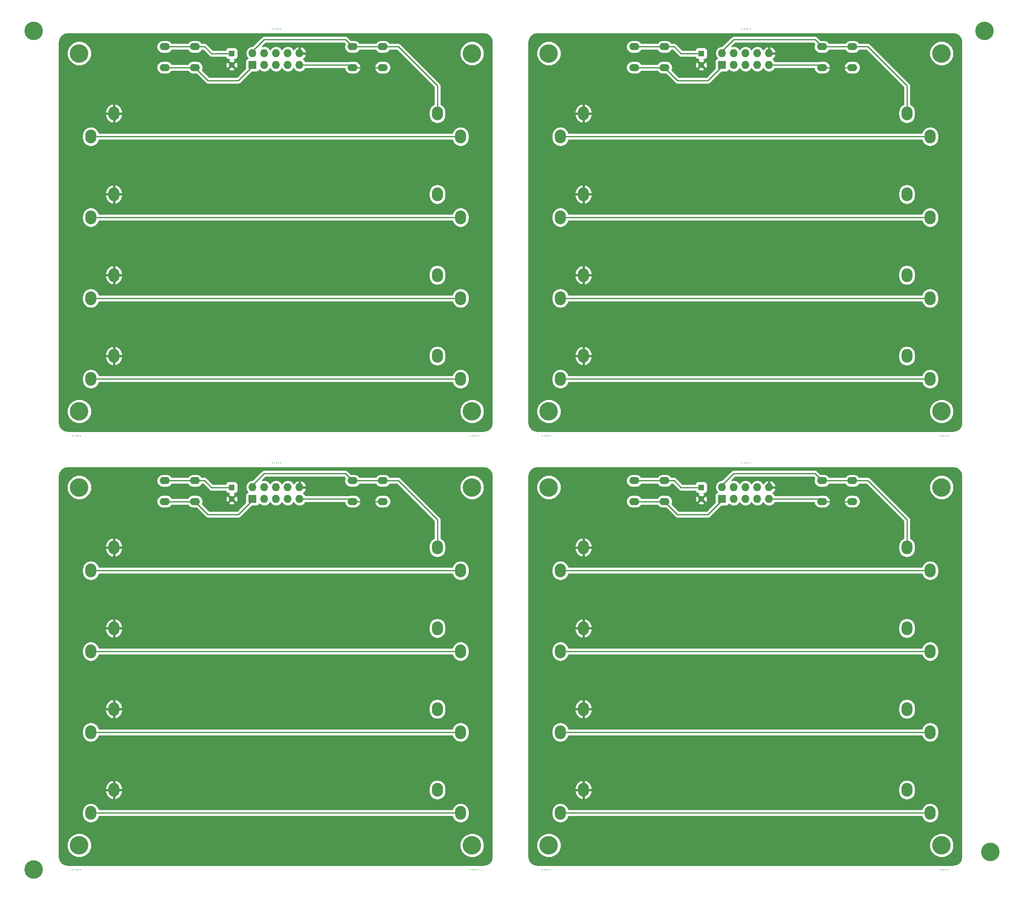
<source format=gbl>
G04 #@! TF.FileFunction,Copper,L2,Bot,Signal*
%FSLAX46Y46*%
G04 Gerber Fmt 4.6, Leading zero omitted, Abs format (unit mm)*
G04 Created by KiCad (PCBNEW (2015-01-16 BZR 5376)-product) date 24/06/2015 09:07:54*
%MOMM*%
G01*
G04 APERTURE LIST*
%ADD10C,0.100000*%
%ADD11C,4.000000*%
%ADD12C,0.300000*%
%ADD13R,1.727200X1.727200*%
%ADD14O,1.727200X1.727200*%
%ADD15O,2.400000X3.000000*%
%ADD16R,1.300000X1.300000*%
%ADD17C,1.300000*%
%ADD18O,2.200000X1.524000*%
%ADD19C,0.254000*%
G04 APERTURE END LIST*
D10*
D11*
X240030000Y-203200000D03*
X33020000Y-207010000D03*
X238760000Y-25400000D03*
D12*
X188087000Y-25019000D03*
X187579000Y-25019000D03*
X187198000Y-25019000D03*
X186817000Y-25019000D03*
X186309000Y-25019000D03*
D11*
X229483000Y-107815000D03*
X144483000Y-107815000D03*
X229483000Y-30315000D03*
X144483000Y-30315000D03*
D13*
X181983000Y-32815000D03*
D14*
X181983000Y-30275000D03*
X184523000Y-32815000D03*
X184523000Y-30275000D03*
X187063000Y-32815000D03*
X187063000Y-30275000D03*
X189603000Y-32815000D03*
X189603000Y-30275000D03*
X192143000Y-32815000D03*
X192143000Y-30275000D03*
D15*
X151983000Y-95815000D03*
X146983000Y-100815000D03*
X221983000Y-95815000D03*
X226983000Y-100815000D03*
X151983000Y-78315000D03*
X146983000Y-83315000D03*
X221983000Y-78315000D03*
X226983000Y-83315000D03*
X151983000Y-60815000D03*
X146983000Y-65815000D03*
X221983000Y-60815000D03*
X226983000Y-65815000D03*
X151983000Y-43315000D03*
X146983000Y-48315000D03*
X221983000Y-43315000D03*
X226983000Y-48315000D03*
D16*
X177483000Y-30315000D03*
D17*
X177483000Y-32815000D03*
D18*
X169493000Y-28865000D03*
X169493000Y-33365000D03*
X162993000Y-28865000D03*
X162993000Y-33365000D03*
X210133000Y-28865000D03*
X210133000Y-33365000D03*
X203633000Y-28865000D03*
X203633000Y-33365000D03*
D12*
X143129000Y-113157000D03*
X143637000Y-113157000D03*
X144018000Y-113157000D03*
X144399000Y-113157000D03*
X144780000Y-113157000D03*
X230886000Y-113157000D03*
X230378000Y-113157000D03*
X229997000Y-113157000D03*
X229616000Y-113157000D03*
X229108000Y-113157000D03*
X229108000Y-207137000D03*
X229616000Y-207137000D03*
X229997000Y-207137000D03*
X230378000Y-207137000D03*
X230886000Y-207137000D03*
X144780000Y-207137000D03*
X144399000Y-207137000D03*
X144018000Y-207137000D03*
X143637000Y-207137000D03*
X143129000Y-207137000D03*
D18*
X210133000Y-122845000D03*
X210133000Y-127345000D03*
X203633000Y-122845000D03*
X203633000Y-127345000D03*
X169493000Y-122845000D03*
X169493000Y-127345000D03*
X162993000Y-122845000D03*
X162993000Y-127345000D03*
D16*
X177483000Y-124295000D03*
D17*
X177483000Y-126795000D03*
D15*
X151983000Y-137295000D03*
X146983000Y-142295000D03*
X221983000Y-137295000D03*
X226983000Y-142295000D03*
X151983000Y-154795000D03*
X146983000Y-159795000D03*
X221983000Y-154795000D03*
X226983000Y-159795000D03*
X151983000Y-172295000D03*
X146983000Y-177295000D03*
X221983000Y-172295000D03*
X226983000Y-177295000D03*
X151983000Y-189795000D03*
X146983000Y-194795000D03*
X221983000Y-189795000D03*
X226983000Y-194795000D03*
D13*
X181983000Y-126795000D03*
D14*
X181983000Y-124255000D03*
X184523000Y-126795000D03*
X184523000Y-124255000D03*
X187063000Y-126795000D03*
X187063000Y-124255000D03*
X189603000Y-126795000D03*
X189603000Y-124255000D03*
X192143000Y-126795000D03*
X192143000Y-124255000D03*
D11*
X144483000Y-124295000D03*
X229483000Y-124295000D03*
X144483000Y-201795000D03*
X229483000Y-201795000D03*
D12*
X186309000Y-118999000D03*
X186817000Y-118999000D03*
X187198000Y-118999000D03*
X187579000Y-118999000D03*
X188087000Y-118999000D03*
X86487000Y-118999000D03*
X85979000Y-118999000D03*
X85598000Y-118999000D03*
X85217000Y-118999000D03*
X84709000Y-118999000D03*
D11*
X127883000Y-201795000D03*
X42883000Y-201795000D03*
X127883000Y-124295000D03*
X42883000Y-124295000D03*
D13*
X80383000Y-126795000D03*
D14*
X80383000Y-124255000D03*
X82923000Y-126795000D03*
X82923000Y-124255000D03*
X85463000Y-126795000D03*
X85463000Y-124255000D03*
X88003000Y-126795000D03*
X88003000Y-124255000D03*
X90543000Y-126795000D03*
X90543000Y-124255000D03*
D15*
X50383000Y-189795000D03*
X45383000Y-194795000D03*
X120383000Y-189795000D03*
X125383000Y-194795000D03*
X50383000Y-172295000D03*
X45383000Y-177295000D03*
X120383000Y-172295000D03*
X125383000Y-177295000D03*
X50383000Y-154795000D03*
X45383000Y-159795000D03*
X120383000Y-154795000D03*
X125383000Y-159795000D03*
X50383000Y-137295000D03*
X45383000Y-142295000D03*
X120383000Y-137295000D03*
X125383000Y-142295000D03*
D16*
X75883000Y-124295000D03*
D17*
X75883000Y-126795000D03*
D18*
X67893000Y-122845000D03*
X67893000Y-127345000D03*
X61393000Y-122845000D03*
X61393000Y-127345000D03*
X108533000Y-122845000D03*
X108533000Y-127345000D03*
X102033000Y-122845000D03*
X102033000Y-127345000D03*
D12*
X41529000Y-207137000D03*
X42037000Y-207137000D03*
X42418000Y-207137000D03*
X42799000Y-207137000D03*
X43180000Y-207137000D03*
X129286000Y-207137000D03*
X128778000Y-207137000D03*
X128397000Y-207137000D03*
X128016000Y-207137000D03*
X127508000Y-207137000D03*
X127508000Y-113157000D03*
X128016000Y-113157000D03*
X128397000Y-113157000D03*
X128778000Y-113157000D03*
X129286000Y-113157000D03*
X43180000Y-113157000D03*
X42799000Y-113157000D03*
X42418000Y-113157000D03*
X42037000Y-113157000D03*
X41529000Y-113157000D03*
D18*
X108533000Y-28865000D03*
X108533000Y-33365000D03*
X102033000Y-28865000D03*
X102033000Y-33365000D03*
X67893000Y-28865000D03*
X67893000Y-33365000D03*
X61393000Y-28865000D03*
X61393000Y-33365000D03*
D16*
X75883000Y-30315000D03*
D17*
X75883000Y-32815000D03*
D15*
X50383000Y-43315000D03*
X45383000Y-48315000D03*
X120383000Y-43315000D03*
X125383000Y-48315000D03*
X50383000Y-60815000D03*
X45383000Y-65815000D03*
X120383000Y-60815000D03*
X125383000Y-65815000D03*
X50383000Y-78315000D03*
X45383000Y-83315000D03*
X120383000Y-78315000D03*
X125383000Y-83315000D03*
X50383000Y-95815000D03*
X45383000Y-100815000D03*
X120383000Y-95815000D03*
X125383000Y-100815000D03*
D13*
X80383000Y-32815000D03*
D14*
X80383000Y-30275000D03*
X82923000Y-32815000D03*
X82923000Y-30275000D03*
X85463000Y-32815000D03*
X85463000Y-30275000D03*
X88003000Y-32815000D03*
X88003000Y-30275000D03*
X90543000Y-32815000D03*
X90543000Y-30275000D03*
D11*
X42883000Y-30315000D03*
X127883000Y-30315000D03*
X42883000Y-107815000D03*
X127883000Y-107815000D03*
D12*
X84709000Y-25019000D03*
X85217000Y-25019000D03*
X85598000Y-25019000D03*
X85979000Y-25019000D03*
X86487000Y-25019000D03*
D11*
X33020000Y-25400000D03*
D19*
X125383000Y-48315000D02*
X45383000Y-48315000D01*
X125383000Y-142295000D02*
X45383000Y-142295000D01*
X226983000Y-142295000D02*
X146983000Y-142295000D01*
X226983000Y-48315000D02*
X146983000Y-48315000D01*
X125383000Y-65815000D02*
X45383000Y-65815000D01*
X125383000Y-159795000D02*
X45383000Y-159795000D01*
X226983000Y-159795000D02*
X146983000Y-159795000D01*
X226983000Y-65815000D02*
X146983000Y-65815000D01*
X120383000Y-37815000D02*
X120383000Y-37325000D01*
X120383000Y-43315000D02*
X120383000Y-37815000D01*
X111923000Y-28865000D02*
X108533000Y-28865000D01*
X120383000Y-37325000D02*
X111923000Y-28865000D01*
X108533000Y-28865000D02*
X102033000Y-28865000D01*
X102033000Y-28865000D02*
X100483000Y-27315000D01*
X100483000Y-27315000D02*
X100213000Y-27315000D01*
X100213000Y-27315000D02*
X100203000Y-27305000D01*
X100203000Y-27305000D02*
X100203000Y-27315000D01*
X67893000Y-28865000D02*
X70013000Y-28865000D01*
X71463000Y-30315000D02*
X75883000Y-30315000D01*
X70013000Y-28865000D02*
X71463000Y-30315000D01*
X61393000Y-28865000D02*
X67893000Y-28865000D01*
X82883000Y-27315000D02*
X100203000Y-27315000D01*
X80383000Y-29815000D02*
X82883000Y-27315000D01*
X80383000Y-30275000D02*
X80383000Y-29815000D01*
X80383000Y-124255000D02*
X80383000Y-123795000D01*
X80383000Y-123795000D02*
X82883000Y-121295000D01*
X82883000Y-121295000D02*
X100203000Y-121295000D01*
X61393000Y-122845000D02*
X67893000Y-122845000D01*
X70013000Y-122845000D02*
X71463000Y-124295000D01*
X71463000Y-124295000D02*
X75883000Y-124295000D01*
X67893000Y-122845000D02*
X70013000Y-122845000D01*
X100203000Y-121285000D02*
X100203000Y-121295000D01*
X100213000Y-121295000D02*
X100203000Y-121285000D01*
X100483000Y-121295000D02*
X100213000Y-121295000D01*
X102033000Y-122845000D02*
X100483000Y-121295000D01*
X108533000Y-122845000D02*
X102033000Y-122845000D01*
X120383000Y-131305000D02*
X111923000Y-122845000D01*
X111923000Y-122845000D02*
X108533000Y-122845000D01*
X120383000Y-137295000D02*
X120383000Y-131795000D01*
X120383000Y-131795000D02*
X120383000Y-131305000D01*
X221983000Y-131795000D02*
X221983000Y-131305000D01*
X221983000Y-137295000D02*
X221983000Y-131795000D01*
X213523000Y-122845000D02*
X210133000Y-122845000D01*
X221983000Y-131305000D02*
X213523000Y-122845000D01*
X210133000Y-122845000D02*
X203633000Y-122845000D01*
X203633000Y-122845000D02*
X202083000Y-121295000D01*
X202083000Y-121295000D02*
X201813000Y-121295000D01*
X201813000Y-121295000D02*
X201803000Y-121285000D01*
X201803000Y-121285000D02*
X201803000Y-121295000D01*
X169493000Y-122845000D02*
X171613000Y-122845000D01*
X173063000Y-124295000D02*
X177483000Y-124295000D01*
X171613000Y-122845000D02*
X173063000Y-124295000D01*
X162993000Y-122845000D02*
X169493000Y-122845000D01*
X184483000Y-121295000D02*
X201803000Y-121295000D01*
X181983000Y-123795000D02*
X184483000Y-121295000D01*
X181983000Y-124255000D02*
X181983000Y-123795000D01*
X181983000Y-30275000D02*
X181983000Y-29815000D01*
X181983000Y-29815000D02*
X184483000Y-27315000D01*
X184483000Y-27315000D02*
X201803000Y-27315000D01*
X162993000Y-28865000D02*
X169493000Y-28865000D01*
X171613000Y-28865000D02*
X173063000Y-30315000D01*
X173063000Y-30315000D02*
X177483000Y-30315000D01*
X169493000Y-28865000D02*
X171613000Y-28865000D01*
X201803000Y-27305000D02*
X201803000Y-27315000D01*
X201813000Y-27315000D02*
X201803000Y-27305000D01*
X202083000Y-27315000D02*
X201813000Y-27315000D01*
X203633000Y-28865000D02*
X202083000Y-27315000D01*
X210133000Y-28865000D02*
X203633000Y-28865000D01*
X221983000Y-37325000D02*
X213523000Y-28865000D01*
X213523000Y-28865000D02*
X210133000Y-28865000D01*
X221983000Y-43315000D02*
X221983000Y-37815000D01*
X221983000Y-37815000D02*
X221983000Y-37325000D01*
X125383000Y-83315000D02*
X45383000Y-83315000D01*
X125383000Y-177295000D02*
X45383000Y-177295000D01*
X226983000Y-177295000D02*
X146983000Y-177295000D01*
X226983000Y-83315000D02*
X146983000Y-83315000D01*
X125383000Y-100815000D02*
X45383000Y-100815000D01*
X125383000Y-194795000D02*
X45383000Y-194795000D01*
X226983000Y-194795000D02*
X146983000Y-194795000D01*
X226983000Y-100815000D02*
X146983000Y-100815000D01*
X67893000Y-33365000D02*
X61393000Y-33365000D01*
X70723000Y-36195000D02*
X67893000Y-33365000D01*
X77343000Y-36195000D02*
X70723000Y-36195000D01*
X80383000Y-33155000D02*
X77343000Y-36195000D01*
X80383000Y-32815000D02*
X80383000Y-33155000D01*
X80383000Y-126795000D02*
X80383000Y-127135000D01*
X80383000Y-127135000D02*
X77343000Y-130175000D01*
X77343000Y-130175000D02*
X70723000Y-130175000D01*
X70723000Y-130175000D02*
X67893000Y-127345000D01*
X67893000Y-127345000D02*
X61393000Y-127345000D01*
X169493000Y-127345000D02*
X162993000Y-127345000D01*
X172323000Y-130175000D02*
X169493000Y-127345000D01*
X178943000Y-130175000D02*
X172323000Y-130175000D01*
X181983000Y-127135000D02*
X178943000Y-130175000D01*
X181983000Y-126795000D02*
X181983000Y-127135000D01*
X181983000Y-32815000D02*
X181983000Y-33155000D01*
X181983000Y-33155000D02*
X178943000Y-36195000D01*
X178943000Y-36195000D02*
X172323000Y-36195000D01*
X172323000Y-36195000D02*
X169493000Y-33365000D01*
X169493000Y-33365000D02*
X162993000Y-33365000D01*
X102033000Y-33365000D02*
X108533000Y-33365000D01*
X90543000Y-32815000D02*
X101483000Y-32815000D01*
X101483000Y-32815000D02*
X102033000Y-33365000D01*
X101483000Y-126795000D02*
X102033000Y-127345000D01*
X90543000Y-126795000D02*
X101483000Y-126795000D01*
X102033000Y-127345000D02*
X108533000Y-127345000D01*
X203633000Y-127345000D02*
X210133000Y-127345000D01*
X192143000Y-126795000D02*
X203083000Y-126795000D01*
X203083000Y-126795000D02*
X203633000Y-127345000D01*
X203083000Y-32815000D02*
X203633000Y-33365000D01*
X192143000Y-32815000D02*
X203083000Y-32815000D01*
X203633000Y-33365000D02*
X210133000Y-33365000D01*
G36*
X132198000Y-110247532D02*
X132047442Y-111004435D01*
X131656908Y-111588910D01*
X131072434Y-111979443D01*
X130518457Y-112089635D01*
X130518457Y-107293166D01*
X130518457Y-29793166D01*
X130118147Y-28824342D01*
X129377557Y-28082458D01*
X128409433Y-27680458D01*
X127361166Y-27679543D01*
X126392342Y-28079853D01*
X125650458Y-28820443D01*
X125248458Y-29788567D01*
X125247543Y-30836834D01*
X125647853Y-31805658D01*
X126388443Y-32547542D01*
X127356567Y-32949542D01*
X128404834Y-32950457D01*
X129373658Y-32550147D01*
X130115542Y-31809557D01*
X130517542Y-30841433D01*
X130518457Y-29793166D01*
X130518457Y-107293166D01*
X130118147Y-106324342D01*
X129377557Y-105582458D01*
X128409433Y-105180458D01*
X127361166Y-105179543D01*
X127218000Y-105238697D01*
X127218000Y-101156827D01*
X127218000Y-100473173D01*
X127218000Y-83656827D01*
X127218000Y-82973173D01*
X127218000Y-66156827D01*
X127218000Y-65473173D01*
X127218000Y-48656827D01*
X127218000Y-47973173D01*
X127078319Y-47270949D01*
X126680541Y-46675632D01*
X126085224Y-46277854D01*
X125383000Y-46138173D01*
X124680776Y-46277854D01*
X124085459Y-46675632D01*
X123687681Y-47270949D01*
X123631577Y-47553000D01*
X122218000Y-47553000D01*
X122218000Y-43656827D01*
X122218000Y-42973173D01*
X122078319Y-42270949D01*
X121680541Y-41675632D01*
X121145000Y-41317795D01*
X121145000Y-37815000D01*
X121145000Y-37325000D01*
X121086996Y-37033396D01*
X121086996Y-37033395D01*
X121020834Y-36934376D01*
X120921816Y-36786185D01*
X112461815Y-28326185D01*
X112214605Y-28161004D01*
X111923000Y-28103000D01*
X110043712Y-28103000D01*
X109892819Y-27877172D01*
X109439600Y-27574340D01*
X108904991Y-27468000D01*
X108161009Y-27468000D01*
X107626400Y-27574340D01*
X107173181Y-27877172D01*
X107022287Y-28103000D01*
X103543712Y-28103000D01*
X103392819Y-27877172D01*
X102939600Y-27574340D01*
X102404991Y-27468000D01*
X101713630Y-27468000D01*
X101021815Y-26776185D01*
X100774605Y-26611004D01*
X100483000Y-26553000D01*
X100253273Y-26553000D01*
X100203000Y-26543000D01*
X100152726Y-26553000D01*
X82883000Y-26553000D01*
X82591395Y-26611004D01*
X82344185Y-26776185D01*
X80370927Y-28749442D01*
X79809511Y-28861115D01*
X79323330Y-29185971D01*
X78998474Y-29672152D01*
X78884400Y-30245641D01*
X78884400Y-30304359D01*
X78998474Y-30877848D01*
X79310300Y-31344529D01*
X79277277Y-31350937D01*
X79064473Y-31490727D01*
X78922023Y-31701760D01*
X78871960Y-31951400D01*
X78871960Y-33588409D01*
X77180622Y-35279747D01*
X77180622Y-32995922D01*
X77180440Y-32992777D01*
X77180440Y-30965000D01*
X77180440Y-29665000D01*
X77133463Y-29422877D01*
X76993673Y-29210073D01*
X76782640Y-29067623D01*
X76533000Y-29017560D01*
X75233000Y-29017560D01*
X74990877Y-29064537D01*
X74778073Y-29204327D01*
X74635623Y-29415360D01*
X74608020Y-29553000D01*
X71778630Y-29553000D01*
X70551815Y-28326185D01*
X70304605Y-28161004D01*
X70013000Y-28103000D01*
X69403712Y-28103000D01*
X69252819Y-27877172D01*
X68799600Y-27574340D01*
X68264991Y-27468000D01*
X67521009Y-27468000D01*
X66986400Y-27574340D01*
X66533181Y-27877172D01*
X66382287Y-28103000D01*
X62903712Y-28103000D01*
X62752819Y-27877172D01*
X62299600Y-27574340D01*
X61764991Y-27468000D01*
X61021009Y-27468000D01*
X60486400Y-27574340D01*
X60033181Y-27877172D01*
X59730349Y-28330391D01*
X59624009Y-28865000D01*
X59730349Y-29399609D01*
X60033181Y-29852828D01*
X60486400Y-30155660D01*
X61021009Y-30262000D01*
X61764991Y-30262000D01*
X62299600Y-30155660D01*
X62752819Y-29852828D01*
X62903712Y-29627000D01*
X66382287Y-29627000D01*
X66533181Y-29852828D01*
X66986400Y-30155660D01*
X67521009Y-30262000D01*
X68264991Y-30262000D01*
X68799600Y-30155660D01*
X69252819Y-29852828D01*
X69403712Y-29627000D01*
X69697369Y-29627000D01*
X70924185Y-30853816D01*
X71072376Y-30952834D01*
X71171395Y-31018996D01*
X71171396Y-31018996D01*
X71463000Y-31077000D01*
X74607290Y-31077000D01*
X74632537Y-31207123D01*
X74772327Y-31419927D01*
X74983360Y-31562377D01*
X75233000Y-31612440D01*
X75395385Y-31612440D01*
X75219271Y-31685389D01*
X75163590Y-31915984D01*
X75883000Y-32635395D01*
X76602410Y-31915984D01*
X76546729Y-31685389D01*
X76337098Y-31612440D01*
X76533000Y-31612440D01*
X76775123Y-31565463D01*
X76987927Y-31425673D01*
X77130377Y-31214640D01*
X77180440Y-30965000D01*
X77180440Y-32992777D01*
X77151083Y-32485572D01*
X77012611Y-32151271D01*
X76782016Y-32095590D01*
X76062605Y-32815000D01*
X76782016Y-33534410D01*
X77012611Y-33478729D01*
X77180622Y-32995922D01*
X77180622Y-35279747D01*
X77027369Y-35433000D01*
X76602410Y-35433000D01*
X76602410Y-33714016D01*
X75883000Y-32994605D01*
X75703395Y-33174210D01*
X75703395Y-32815000D01*
X74983984Y-32095590D01*
X74753389Y-32151271D01*
X74585378Y-32634078D01*
X74614917Y-33144428D01*
X74753389Y-33478729D01*
X74983984Y-33534410D01*
X75703395Y-32815000D01*
X75703395Y-33174210D01*
X75163590Y-33714016D01*
X75219271Y-33944611D01*
X75702078Y-34112622D01*
X76212428Y-34083083D01*
X76546729Y-33944611D01*
X76602410Y-33714016D01*
X76602410Y-35433000D01*
X71038630Y-35433000D01*
X69535458Y-33929828D01*
X69555651Y-33899609D01*
X69661991Y-33365000D01*
X69555651Y-32830391D01*
X69252819Y-32377172D01*
X68799600Y-32074340D01*
X68264991Y-31968000D01*
X67521009Y-31968000D01*
X66986400Y-32074340D01*
X66533181Y-32377172D01*
X66382287Y-32603000D01*
X62903712Y-32603000D01*
X62752819Y-32377172D01*
X62299600Y-32074340D01*
X61764991Y-31968000D01*
X61021009Y-31968000D01*
X60486400Y-32074340D01*
X60033181Y-32377172D01*
X59730349Y-32830391D01*
X59624009Y-33365000D01*
X59730349Y-33899609D01*
X60033181Y-34352828D01*
X60486400Y-34655660D01*
X61021009Y-34762000D01*
X61764991Y-34762000D01*
X62299600Y-34655660D01*
X62752819Y-34352828D01*
X62903712Y-34127000D01*
X66382287Y-34127000D01*
X66533181Y-34352828D01*
X66986400Y-34655660D01*
X67521009Y-34762000D01*
X68212369Y-34762000D01*
X70184184Y-36733815D01*
X70184185Y-36733815D01*
X70431395Y-36898996D01*
X70723000Y-36957000D01*
X77343000Y-36957000D01*
X77343000Y-36956999D01*
X77634604Y-36898996D01*
X77634605Y-36898996D01*
X77881815Y-36733815D01*
X80289590Y-34326040D01*
X81246600Y-34326040D01*
X81488723Y-34279063D01*
X81701527Y-34139273D01*
X81843977Y-33928240D01*
X81852179Y-33887340D01*
X81863330Y-33904029D01*
X82349511Y-34228885D01*
X82923000Y-34342959D01*
X83496489Y-34228885D01*
X83982670Y-33904029D01*
X84193000Y-33589248D01*
X84403330Y-33904029D01*
X84889511Y-34228885D01*
X85463000Y-34342959D01*
X86036489Y-34228885D01*
X86522670Y-33904029D01*
X86733000Y-33589248D01*
X86943330Y-33904029D01*
X87429511Y-34228885D01*
X88003000Y-34342959D01*
X88576489Y-34228885D01*
X89062670Y-33904029D01*
X89273000Y-33589248D01*
X89483330Y-33904029D01*
X89969511Y-34228885D01*
X90543000Y-34342959D01*
X91116489Y-34228885D01*
X91602670Y-33904029D01*
X91821183Y-33577000D01*
X100306178Y-33577000D01*
X100370349Y-33899609D01*
X100673181Y-34352828D01*
X101126400Y-34655660D01*
X101661009Y-34762000D01*
X102404991Y-34762000D01*
X102939600Y-34655660D01*
X103392819Y-34352828D01*
X103695651Y-33899609D01*
X103801991Y-33365000D01*
X103695651Y-32830391D01*
X103392819Y-32377172D01*
X102939600Y-32074340D01*
X102404991Y-31968000D01*
X101661009Y-31968000D01*
X101233683Y-32053000D01*
X91821183Y-32053000D01*
X91602670Y-31725971D01*
X91331839Y-31545007D01*
X91749821Y-31163490D01*
X91997968Y-30634027D01*
X91997968Y-29915973D01*
X91749821Y-29386510D01*
X91317947Y-28992312D01*
X90902026Y-28820042D01*
X90670000Y-28941183D01*
X90670000Y-30148000D01*
X91877469Y-30148000D01*
X91997968Y-29915973D01*
X91997968Y-30634027D01*
X91877469Y-30402000D01*
X90670000Y-30402000D01*
X90670000Y-30422000D01*
X90416000Y-30422000D01*
X90416000Y-30402000D01*
X90396000Y-30402000D01*
X90396000Y-30148000D01*
X90416000Y-30148000D01*
X90416000Y-28941183D01*
X90183974Y-28820042D01*
X89768053Y-28992312D01*
X89336179Y-29386510D01*
X89278663Y-29509228D01*
X89062670Y-29185971D01*
X88576489Y-28861115D01*
X88003000Y-28747041D01*
X87429511Y-28861115D01*
X86943330Y-29185971D01*
X86733000Y-29500751D01*
X86522670Y-29185971D01*
X86036489Y-28861115D01*
X85463000Y-28747041D01*
X84889511Y-28861115D01*
X84403330Y-29185971D01*
X84193000Y-29500751D01*
X83982670Y-29185971D01*
X83496489Y-28861115D01*
X82923000Y-28747041D01*
X82430655Y-28844974D01*
X83198630Y-28077000D01*
X100167370Y-28077000D01*
X100390541Y-28300171D01*
X100370349Y-28330391D01*
X100264009Y-28865000D01*
X100370349Y-29399609D01*
X100673181Y-29852828D01*
X101126400Y-30155660D01*
X101661009Y-30262000D01*
X102404991Y-30262000D01*
X102939600Y-30155660D01*
X103392819Y-29852828D01*
X103543712Y-29627000D01*
X107022287Y-29627000D01*
X107173181Y-29852828D01*
X107626400Y-30155660D01*
X108161009Y-30262000D01*
X108904991Y-30262000D01*
X109439600Y-30155660D01*
X109892819Y-29852828D01*
X110043712Y-29627000D01*
X111607369Y-29627000D01*
X119621000Y-37640630D01*
X119621000Y-37815000D01*
X119621000Y-41317795D01*
X119085459Y-41675632D01*
X118687681Y-42270949D01*
X118548000Y-42973173D01*
X118548000Y-43656827D01*
X118687681Y-44359051D01*
X119085459Y-44954368D01*
X119680776Y-45352146D01*
X120383000Y-45491827D01*
X121085224Y-45352146D01*
X121680541Y-44954368D01*
X122078319Y-44359051D01*
X122218000Y-43656827D01*
X122218000Y-47553000D01*
X110301991Y-47553000D01*
X110301991Y-33365000D01*
X110195651Y-32830391D01*
X109892819Y-32377172D01*
X109439600Y-32074340D01*
X108904991Y-31968000D01*
X108161009Y-31968000D01*
X107626400Y-32074340D01*
X107173181Y-32377172D01*
X106870349Y-32830391D01*
X106764009Y-33365000D01*
X106870349Y-33899609D01*
X107173181Y-34352828D01*
X107626400Y-34655660D01*
X108161009Y-34762000D01*
X108904991Y-34762000D01*
X109439600Y-34655660D01*
X109892819Y-34352828D01*
X110195651Y-33899609D01*
X110301991Y-33365000D01*
X110301991Y-47553000D01*
X52218000Y-47553000D01*
X52218000Y-43742000D01*
X52218000Y-43442000D01*
X52218000Y-43188000D01*
X52218000Y-42888000D01*
X52029718Y-42195443D01*
X51590738Y-41627656D01*
X50967891Y-41271080D01*
X50794805Y-41226805D01*
X50510000Y-41343568D01*
X50510000Y-43188000D01*
X52218000Y-43188000D01*
X52218000Y-43442000D01*
X50510000Y-43442000D01*
X50510000Y-45286432D01*
X50794805Y-45403195D01*
X50967891Y-45358920D01*
X51590738Y-45002344D01*
X52029718Y-44434557D01*
X52218000Y-43742000D01*
X52218000Y-47553000D01*
X50256000Y-47553000D01*
X50256000Y-45286432D01*
X50256000Y-43442000D01*
X50256000Y-43188000D01*
X50256000Y-41343568D01*
X49971195Y-41226805D01*
X49798109Y-41271080D01*
X49175262Y-41627656D01*
X48736282Y-42195443D01*
X48548000Y-42888000D01*
X48548000Y-43188000D01*
X50256000Y-43188000D01*
X50256000Y-43442000D01*
X48548000Y-43442000D01*
X48548000Y-43742000D01*
X48736282Y-44434557D01*
X49175262Y-45002344D01*
X49798109Y-45358920D01*
X49971195Y-45403195D01*
X50256000Y-45286432D01*
X50256000Y-47553000D01*
X47134422Y-47553000D01*
X47078319Y-47270949D01*
X46680541Y-46675632D01*
X46085224Y-46277854D01*
X45518457Y-46165117D01*
X45518457Y-29793166D01*
X45118147Y-28824342D01*
X44377557Y-28082458D01*
X43409433Y-27680458D01*
X42361166Y-27679543D01*
X41392342Y-28079853D01*
X40650458Y-28820443D01*
X40248458Y-29788567D01*
X40247543Y-30836834D01*
X40647853Y-31805658D01*
X41388443Y-32547542D01*
X42356567Y-32949542D01*
X43404834Y-32950457D01*
X44373658Y-32550147D01*
X45115542Y-31809557D01*
X45517542Y-30841433D01*
X45518457Y-29793166D01*
X45518457Y-46165117D01*
X45383000Y-46138173D01*
X44680776Y-46277854D01*
X44085459Y-46675632D01*
X43687681Y-47270949D01*
X43548000Y-47973173D01*
X43548000Y-48656827D01*
X43687681Y-49359051D01*
X44085459Y-49954368D01*
X44680776Y-50352146D01*
X45383000Y-50491827D01*
X46085224Y-50352146D01*
X46680541Y-49954368D01*
X47078319Y-49359051D01*
X47134422Y-49077000D01*
X123631577Y-49077000D01*
X123687681Y-49359051D01*
X124085459Y-49954368D01*
X124680776Y-50352146D01*
X125383000Y-50491827D01*
X126085224Y-50352146D01*
X126680541Y-49954368D01*
X127078319Y-49359051D01*
X127218000Y-48656827D01*
X127218000Y-65473173D01*
X127078319Y-64770949D01*
X126680541Y-64175632D01*
X126085224Y-63777854D01*
X125383000Y-63638173D01*
X124680776Y-63777854D01*
X124085459Y-64175632D01*
X123687681Y-64770949D01*
X123631577Y-65053000D01*
X122218000Y-65053000D01*
X122218000Y-61156827D01*
X122218000Y-60473173D01*
X122078319Y-59770949D01*
X121680541Y-59175632D01*
X121085224Y-58777854D01*
X120383000Y-58638173D01*
X119680776Y-58777854D01*
X119085459Y-59175632D01*
X118687681Y-59770949D01*
X118548000Y-60473173D01*
X118548000Y-61156827D01*
X118687681Y-61859051D01*
X119085459Y-62454368D01*
X119680776Y-62852146D01*
X120383000Y-62991827D01*
X121085224Y-62852146D01*
X121680541Y-62454368D01*
X122078319Y-61859051D01*
X122218000Y-61156827D01*
X122218000Y-65053000D01*
X52218000Y-65053000D01*
X52218000Y-61242000D01*
X52218000Y-60942000D01*
X52218000Y-60688000D01*
X52218000Y-60388000D01*
X52029718Y-59695443D01*
X51590738Y-59127656D01*
X50967891Y-58771080D01*
X50794805Y-58726805D01*
X50510000Y-58843568D01*
X50510000Y-60688000D01*
X52218000Y-60688000D01*
X52218000Y-60942000D01*
X50510000Y-60942000D01*
X50510000Y-62786432D01*
X50794805Y-62903195D01*
X50967891Y-62858920D01*
X51590738Y-62502344D01*
X52029718Y-61934557D01*
X52218000Y-61242000D01*
X52218000Y-65053000D01*
X50256000Y-65053000D01*
X50256000Y-62786432D01*
X50256000Y-60942000D01*
X50256000Y-60688000D01*
X50256000Y-58843568D01*
X49971195Y-58726805D01*
X49798109Y-58771080D01*
X49175262Y-59127656D01*
X48736282Y-59695443D01*
X48548000Y-60388000D01*
X48548000Y-60688000D01*
X50256000Y-60688000D01*
X50256000Y-60942000D01*
X48548000Y-60942000D01*
X48548000Y-61242000D01*
X48736282Y-61934557D01*
X49175262Y-62502344D01*
X49798109Y-62858920D01*
X49971195Y-62903195D01*
X50256000Y-62786432D01*
X50256000Y-65053000D01*
X47134422Y-65053000D01*
X47078319Y-64770949D01*
X46680541Y-64175632D01*
X46085224Y-63777854D01*
X45383000Y-63638173D01*
X44680776Y-63777854D01*
X44085459Y-64175632D01*
X43687681Y-64770949D01*
X43548000Y-65473173D01*
X43548000Y-66156827D01*
X43687681Y-66859051D01*
X44085459Y-67454368D01*
X44680776Y-67852146D01*
X45383000Y-67991827D01*
X46085224Y-67852146D01*
X46680541Y-67454368D01*
X47078319Y-66859051D01*
X47134422Y-66577000D01*
X123631577Y-66577000D01*
X123687681Y-66859051D01*
X124085459Y-67454368D01*
X124680776Y-67852146D01*
X125383000Y-67991827D01*
X126085224Y-67852146D01*
X126680541Y-67454368D01*
X127078319Y-66859051D01*
X127218000Y-66156827D01*
X127218000Y-82973173D01*
X127078319Y-82270949D01*
X126680541Y-81675632D01*
X126085224Y-81277854D01*
X125383000Y-81138173D01*
X124680776Y-81277854D01*
X124085459Y-81675632D01*
X123687681Y-82270949D01*
X123631577Y-82553000D01*
X122218000Y-82553000D01*
X122218000Y-78656827D01*
X122218000Y-77973173D01*
X122078319Y-77270949D01*
X121680541Y-76675632D01*
X121085224Y-76277854D01*
X120383000Y-76138173D01*
X119680776Y-76277854D01*
X119085459Y-76675632D01*
X118687681Y-77270949D01*
X118548000Y-77973173D01*
X118548000Y-78656827D01*
X118687681Y-79359051D01*
X119085459Y-79954368D01*
X119680776Y-80352146D01*
X120383000Y-80491827D01*
X121085224Y-80352146D01*
X121680541Y-79954368D01*
X122078319Y-79359051D01*
X122218000Y-78656827D01*
X122218000Y-82553000D01*
X52218000Y-82553000D01*
X52218000Y-78742000D01*
X52218000Y-78442000D01*
X52218000Y-78188000D01*
X52218000Y-77888000D01*
X52029718Y-77195443D01*
X51590738Y-76627656D01*
X50967891Y-76271080D01*
X50794805Y-76226805D01*
X50510000Y-76343568D01*
X50510000Y-78188000D01*
X52218000Y-78188000D01*
X52218000Y-78442000D01*
X50510000Y-78442000D01*
X50510000Y-80286432D01*
X50794805Y-80403195D01*
X50967891Y-80358920D01*
X51590738Y-80002344D01*
X52029718Y-79434557D01*
X52218000Y-78742000D01*
X52218000Y-82553000D01*
X50256000Y-82553000D01*
X50256000Y-80286432D01*
X50256000Y-78442000D01*
X50256000Y-78188000D01*
X50256000Y-76343568D01*
X49971195Y-76226805D01*
X49798109Y-76271080D01*
X49175262Y-76627656D01*
X48736282Y-77195443D01*
X48548000Y-77888000D01*
X48548000Y-78188000D01*
X50256000Y-78188000D01*
X50256000Y-78442000D01*
X48548000Y-78442000D01*
X48548000Y-78742000D01*
X48736282Y-79434557D01*
X49175262Y-80002344D01*
X49798109Y-80358920D01*
X49971195Y-80403195D01*
X50256000Y-80286432D01*
X50256000Y-82553000D01*
X47134422Y-82553000D01*
X47078319Y-82270949D01*
X46680541Y-81675632D01*
X46085224Y-81277854D01*
X45383000Y-81138173D01*
X44680776Y-81277854D01*
X44085459Y-81675632D01*
X43687681Y-82270949D01*
X43548000Y-82973173D01*
X43548000Y-83656827D01*
X43687681Y-84359051D01*
X44085459Y-84954368D01*
X44680776Y-85352146D01*
X45383000Y-85491827D01*
X46085224Y-85352146D01*
X46680541Y-84954368D01*
X47078319Y-84359051D01*
X47134422Y-84077000D01*
X123631577Y-84077000D01*
X123687681Y-84359051D01*
X124085459Y-84954368D01*
X124680776Y-85352146D01*
X125383000Y-85491827D01*
X126085224Y-85352146D01*
X126680541Y-84954368D01*
X127078319Y-84359051D01*
X127218000Y-83656827D01*
X127218000Y-100473173D01*
X127078319Y-99770949D01*
X126680541Y-99175632D01*
X126085224Y-98777854D01*
X125383000Y-98638173D01*
X124680776Y-98777854D01*
X124085459Y-99175632D01*
X123687681Y-99770949D01*
X123631577Y-100053000D01*
X122218000Y-100053000D01*
X122218000Y-96156827D01*
X122218000Y-95473173D01*
X122078319Y-94770949D01*
X121680541Y-94175632D01*
X121085224Y-93777854D01*
X120383000Y-93638173D01*
X119680776Y-93777854D01*
X119085459Y-94175632D01*
X118687681Y-94770949D01*
X118548000Y-95473173D01*
X118548000Y-96156827D01*
X118687681Y-96859051D01*
X119085459Y-97454368D01*
X119680776Y-97852146D01*
X120383000Y-97991827D01*
X121085224Y-97852146D01*
X121680541Y-97454368D01*
X122078319Y-96859051D01*
X122218000Y-96156827D01*
X122218000Y-100053000D01*
X52218000Y-100053000D01*
X52218000Y-96242000D01*
X52218000Y-95942000D01*
X52218000Y-95688000D01*
X52218000Y-95388000D01*
X52029718Y-94695443D01*
X51590738Y-94127656D01*
X50967891Y-93771080D01*
X50794805Y-93726805D01*
X50510000Y-93843568D01*
X50510000Y-95688000D01*
X52218000Y-95688000D01*
X52218000Y-95942000D01*
X50510000Y-95942000D01*
X50510000Y-97786432D01*
X50794805Y-97903195D01*
X50967891Y-97858920D01*
X51590738Y-97502344D01*
X52029718Y-96934557D01*
X52218000Y-96242000D01*
X52218000Y-100053000D01*
X50256000Y-100053000D01*
X50256000Y-97786432D01*
X50256000Y-95942000D01*
X50256000Y-95688000D01*
X50256000Y-93843568D01*
X49971195Y-93726805D01*
X49798109Y-93771080D01*
X49175262Y-94127656D01*
X48736282Y-94695443D01*
X48548000Y-95388000D01*
X48548000Y-95688000D01*
X50256000Y-95688000D01*
X50256000Y-95942000D01*
X48548000Y-95942000D01*
X48548000Y-96242000D01*
X48736282Y-96934557D01*
X49175262Y-97502344D01*
X49798109Y-97858920D01*
X49971195Y-97903195D01*
X50256000Y-97786432D01*
X50256000Y-100053000D01*
X47134422Y-100053000D01*
X47078319Y-99770949D01*
X46680541Y-99175632D01*
X46085224Y-98777854D01*
X45383000Y-98638173D01*
X44680776Y-98777854D01*
X44085459Y-99175632D01*
X43687681Y-99770949D01*
X43548000Y-100473173D01*
X43548000Y-101156827D01*
X43687681Y-101859051D01*
X44085459Y-102454368D01*
X44680776Y-102852146D01*
X45383000Y-102991827D01*
X46085224Y-102852146D01*
X46680541Y-102454368D01*
X47078319Y-101859051D01*
X47134422Y-101577000D01*
X123631577Y-101577000D01*
X123687681Y-101859051D01*
X124085459Y-102454368D01*
X124680776Y-102852146D01*
X125383000Y-102991827D01*
X126085224Y-102852146D01*
X126680541Y-102454368D01*
X127078319Y-101859051D01*
X127218000Y-101156827D01*
X127218000Y-105238697D01*
X126392342Y-105579853D01*
X125650458Y-106320443D01*
X125248458Y-107288567D01*
X125247543Y-108336834D01*
X125647853Y-109305658D01*
X126388443Y-110047542D01*
X127356567Y-110449542D01*
X128404834Y-110450457D01*
X129373658Y-110050147D01*
X130115542Y-109309557D01*
X130517542Y-108341433D01*
X130518457Y-107293166D01*
X130518457Y-112089635D01*
X130315532Y-112130000D01*
X45518457Y-112130000D01*
X45518457Y-107293166D01*
X45118147Y-106324342D01*
X44377557Y-105582458D01*
X43409433Y-105180458D01*
X42361166Y-105179543D01*
X41392342Y-105579853D01*
X40650458Y-106320443D01*
X40248458Y-107288567D01*
X40247543Y-108336834D01*
X40647853Y-109305658D01*
X41388443Y-110047542D01*
X42356567Y-110449542D01*
X43404834Y-110450457D01*
X44373658Y-110050147D01*
X45115542Y-109309557D01*
X45517542Y-108341433D01*
X45518457Y-107293166D01*
X45518457Y-112130000D01*
X40450467Y-112130000D01*
X39693564Y-111979442D01*
X39109089Y-111588908D01*
X38718556Y-111004434D01*
X38568000Y-110247532D01*
X38568000Y-107815000D01*
X38568000Y-105315000D01*
X38568000Y-27882467D01*
X38718556Y-27125565D01*
X39109089Y-26541091D01*
X39693564Y-26150557D01*
X40450467Y-26000000D01*
X130315532Y-26000000D01*
X131072434Y-26150556D01*
X131656908Y-26541089D01*
X132047442Y-27125564D01*
X132198000Y-27882467D01*
X132198000Y-105315000D01*
X132198000Y-107815000D01*
X132198000Y-110247532D01*
X132198000Y-110247532D01*
G37*
X132198000Y-110247532D02*
X132047442Y-111004435D01*
X131656908Y-111588910D01*
X131072434Y-111979443D01*
X130518457Y-112089635D01*
X130518457Y-107293166D01*
X130518457Y-29793166D01*
X130118147Y-28824342D01*
X129377557Y-28082458D01*
X128409433Y-27680458D01*
X127361166Y-27679543D01*
X126392342Y-28079853D01*
X125650458Y-28820443D01*
X125248458Y-29788567D01*
X125247543Y-30836834D01*
X125647853Y-31805658D01*
X126388443Y-32547542D01*
X127356567Y-32949542D01*
X128404834Y-32950457D01*
X129373658Y-32550147D01*
X130115542Y-31809557D01*
X130517542Y-30841433D01*
X130518457Y-29793166D01*
X130518457Y-107293166D01*
X130118147Y-106324342D01*
X129377557Y-105582458D01*
X128409433Y-105180458D01*
X127361166Y-105179543D01*
X127218000Y-105238697D01*
X127218000Y-101156827D01*
X127218000Y-100473173D01*
X127218000Y-83656827D01*
X127218000Y-82973173D01*
X127218000Y-66156827D01*
X127218000Y-65473173D01*
X127218000Y-48656827D01*
X127218000Y-47973173D01*
X127078319Y-47270949D01*
X126680541Y-46675632D01*
X126085224Y-46277854D01*
X125383000Y-46138173D01*
X124680776Y-46277854D01*
X124085459Y-46675632D01*
X123687681Y-47270949D01*
X123631577Y-47553000D01*
X122218000Y-47553000D01*
X122218000Y-43656827D01*
X122218000Y-42973173D01*
X122078319Y-42270949D01*
X121680541Y-41675632D01*
X121145000Y-41317795D01*
X121145000Y-37815000D01*
X121145000Y-37325000D01*
X121086996Y-37033396D01*
X121086996Y-37033395D01*
X121020834Y-36934376D01*
X120921816Y-36786185D01*
X112461815Y-28326185D01*
X112214605Y-28161004D01*
X111923000Y-28103000D01*
X110043712Y-28103000D01*
X109892819Y-27877172D01*
X109439600Y-27574340D01*
X108904991Y-27468000D01*
X108161009Y-27468000D01*
X107626400Y-27574340D01*
X107173181Y-27877172D01*
X107022287Y-28103000D01*
X103543712Y-28103000D01*
X103392819Y-27877172D01*
X102939600Y-27574340D01*
X102404991Y-27468000D01*
X101713630Y-27468000D01*
X101021815Y-26776185D01*
X100774605Y-26611004D01*
X100483000Y-26553000D01*
X100253273Y-26553000D01*
X100203000Y-26543000D01*
X100152726Y-26553000D01*
X82883000Y-26553000D01*
X82591395Y-26611004D01*
X82344185Y-26776185D01*
X80370927Y-28749442D01*
X79809511Y-28861115D01*
X79323330Y-29185971D01*
X78998474Y-29672152D01*
X78884400Y-30245641D01*
X78884400Y-30304359D01*
X78998474Y-30877848D01*
X79310300Y-31344529D01*
X79277277Y-31350937D01*
X79064473Y-31490727D01*
X78922023Y-31701760D01*
X78871960Y-31951400D01*
X78871960Y-33588409D01*
X77180622Y-35279747D01*
X77180622Y-32995922D01*
X77180440Y-32992777D01*
X77180440Y-30965000D01*
X77180440Y-29665000D01*
X77133463Y-29422877D01*
X76993673Y-29210073D01*
X76782640Y-29067623D01*
X76533000Y-29017560D01*
X75233000Y-29017560D01*
X74990877Y-29064537D01*
X74778073Y-29204327D01*
X74635623Y-29415360D01*
X74608020Y-29553000D01*
X71778630Y-29553000D01*
X70551815Y-28326185D01*
X70304605Y-28161004D01*
X70013000Y-28103000D01*
X69403712Y-28103000D01*
X69252819Y-27877172D01*
X68799600Y-27574340D01*
X68264991Y-27468000D01*
X67521009Y-27468000D01*
X66986400Y-27574340D01*
X66533181Y-27877172D01*
X66382287Y-28103000D01*
X62903712Y-28103000D01*
X62752819Y-27877172D01*
X62299600Y-27574340D01*
X61764991Y-27468000D01*
X61021009Y-27468000D01*
X60486400Y-27574340D01*
X60033181Y-27877172D01*
X59730349Y-28330391D01*
X59624009Y-28865000D01*
X59730349Y-29399609D01*
X60033181Y-29852828D01*
X60486400Y-30155660D01*
X61021009Y-30262000D01*
X61764991Y-30262000D01*
X62299600Y-30155660D01*
X62752819Y-29852828D01*
X62903712Y-29627000D01*
X66382287Y-29627000D01*
X66533181Y-29852828D01*
X66986400Y-30155660D01*
X67521009Y-30262000D01*
X68264991Y-30262000D01*
X68799600Y-30155660D01*
X69252819Y-29852828D01*
X69403712Y-29627000D01*
X69697369Y-29627000D01*
X70924185Y-30853816D01*
X71072376Y-30952834D01*
X71171395Y-31018996D01*
X71171396Y-31018996D01*
X71463000Y-31077000D01*
X74607290Y-31077000D01*
X74632537Y-31207123D01*
X74772327Y-31419927D01*
X74983360Y-31562377D01*
X75233000Y-31612440D01*
X75395385Y-31612440D01*
X75219271Y-31685389D01*
X75163590Y-31915984D01*
X75883000Y-32635395D01*
X76602410Y-31915984D01*
X76546729Y-31685389D01*
X76337098Y-31612440D01*
X76533000Y-31612440D01*
X76775123Y-31565463D01*
X76987927Y-31425673D01*
X77130377Y-31214640D01*
X77180440Y-30965000D01*
X77180440Y-32992777D01*
X77151083Y-32485572D01*
X77012611Y-32151271D01*
X76782016Y-32095590D01*
X76062605Y-32815000D01*
X76782016Y-33534410D01*
X77012611Y-33478729D01*
X77180622Y-32995922D01*
X77180622Y-35279747D01*
X77027369Y-35433000D01*
X76602410Y-35433000D01*
X76602410Y-33714016D01*
X75883000Y-32994605D01*
X75703395Y-33174210D01*
X75703395Y-32815000D01*
X74983984Y-32095590D01*
X74753389Y-32151271D01*
X74585378Y-32634078D01*
X74614917Y-33144428D01*
X74753389Y-33478729D01*
X74983984Y-33534410D01*
X75703395Y-32815000D01*
X75703395Y-33174210D01*
X75163590Y-33714016D01*
X75219271Y-33944611D01*
X75702078Y-34112622D01*
X76212428Y-34083083D01*
X76546729Y-33944611D01*
X76602410Y-33714016D01*
X76602410Y-35433000D01*
X71038630Y-35433000D01*
X69535458Y-33929828D01*
X69555651Y-33899609D01*
X69661991Y-33365000D01*
X69555651Y-32830391D01*
X69252819Y-32377172D01*
X68799600Y-32074340D01*
X68264991Y-31968000D01*
X67521009Y-31968000D01*
X66986400Y-32074340D01*
X66533181Y-32377172D01*
X66382287Y-32603000D01*
X62903712Y-32603000D01*
X62752819Y-32377172D01*
X62299600Y-32074340D01*
X61764991Y-31968000D01*
X61021009Y-31968000D01*
X60486400Y-32074340D01*
X60033181Y-32377172D01*
X59730349Y-32830391D01*
X59624009Y-33365000D01*
X59730349Y-33899609D01*
X60033181Y-34352828D01*
X60486400Y-34655660D01*
X61021009Y-34762000D01*
X61764991Y-34762000D01*
X62299600Y-34655660D01*
X62752819Y-34352828D01*
X62903712Y-34127000D01*
X66382287Y-34127000D01*
X66533181Y-34352828D01*
X66986400Y-34655660D01*
X67521009Y-34762000D01*
X68212369Y-34762000D01*
X70184184Y-36733815D01*
X70184185Y-36733815D01*
X70431395Y-36898996D01*
X70723000Y-36957000D01*
X77343000Y-36957000D01*
X77343000Y-36956999D01*
X77634604Y-36898996D01*
X77634605Y-36898996D01*
X77881815Y-36733815D01*
X80289590Y-34326040D01*
X81246600Y-34326040D01*
X81488723Y-34279063D01*
X81701527Y-34139273D01*
X81843977Y-33928240D01*
X81852179Y-33887340D01*
X81863330Y-33904029D01*
X82349511Y-34228885D01*
X82923000Y-34342959D01*
X83496489Y-34228885D01*
X83982670Y-33904029D01*
X84193000Y-33589248D01*
X84403330Y-33904029D01*
X84889511Y-34228885D01*
X85463000Y-34342959D01*
X86036489Y-34228885D01*
X86522670Y-33904029D01*
X86733000Y-33589248D01*
X86943330Y-33904029D01*
X87429511Y-34228885D01*
X88003000Y-34342959D01*
X88576489Y-34228885D01*
X89062670Y-33904029D01*
X89273000Y-33589248D01*
X89483330Y-33904029D01*
X89969511Y-34228885D01*
X90543000Y-34342959D01*
X91116489Y-34228885D01*
X91602670Y-33904029D01*
X91821183Y-33577000D01*
X100306178Y-33577000D01*
X100370349Y-33899609D01*
X100673181Y-34352828D01*
X101126400Y-34655660D01*
X101661009Y-34762000D01*
X102404991Y-34762000D01*
X102939600Y-34655660D01*
X103392819Y-34352828D01*
X103695651Y-33899609D01*
X103801991Y-33365000D01*
X103695651Y-32830391D01*
X103392819Y-32377172D01*
X102939600Y-32074340D01*
X102404991Y-31968000D01*
X101661009Y-31968000D01*
X101233683Y-32053000D01*
X91821183Y-32053000D01*
X91602670Y-31725971D01*
X91331839Y-31545007D01*
X91749821Y-31163490D01*
X91997968Y-30634027D01*
X91997968Y-29915973D01*
X91749821Y-29386510D01*
X91317947Y-28992312D01*
X90902026Y-28820042D01*
X90670000Y-28941183D01*
X90670000Y-30148000D01*
X91877469Y-30148000D01*
X91997968Y-29915973D01*
X91997968Y-30634027D01*
X91877469Y-30402000D01*
X90670000Y-30402000D01*
X90670000Y-30422000D01*
X90416000Y-30422000D01*
X90416000Y-30402000D01*
X90396000Y-30402000D01*
X90396000Y-30148000D01*
X90416000Y-30148000D01*
X90416000Y-28941183D01*
X90183974Y-28820042D01*
X89768053Y-28992312D01*
X89336179Y-29386510D01*
X89278663Y-29509228D01*
X89062670Y-29185971D01*
X88576489Y-28861115D01*
X88003000Y-28747041D01*
X87429511Y-28861115D01*
X86943330Y-29185971D01*
X86733000Y-29500751D01*
X86522670Y-29185971D01*
X86036489Y-28861115D01*
X85463000Y-28747041D01*
X84889511Y-28861115D01*
X84403330Y-29185971D01*
X84193000Y-29500751D01*
X83982670Y-29185971D01*
X83496489Y-28861115D01*
X82923000Y-28747041D01*
X82430655Y-28844974D01*
X83198630Y-28077000D01*
X100167370Y-28077000D01*
X100390541Y-28300171D01*
X100370349Y-28330391D01*
X100264009Y-28865000D01*
X100370349Y-29399609D01*
X100673181Y-29852828D01*
X101126400Y-30155660D01*
X101661009Y-30262000D01*
X102404991Y-30262000D01*
X102939600Y-30155660D01*
X103392819Y-29852828D01*
X103543712Y-29627000D01*
X107022287Y-29627000D01*
X107173181Y-29852828D01*
X107626400Y-30155660D01*
X108161009Y-30262000D01*
X108904991Y-30262000D01*
X109439600Y-30155660D01*
X109892819Y-29852828D01*
X110043712Y-29627000D01*
X111607369Y-29627000D01*
X119621000Y-37640630D01*
X119621000Y-37815000D01*
X119621000Y-41317795D01*
X119085459Y-41675632D01*
X118687681Y-42270949D01*
X118548000Y-42973173D01*
X118548000Y-43656827D01*
X118687681Y-44359051D01*
X119085459Y-44954368D01*
X119680776Y-45352146D01*
X120383000Y-45491827D01*
X121085224Y-45352146D01*
X121680541Y-44954368D01*
X122078319Y-44359051D01*
X122218000Y-43656827D01*
X122218000Y-47553000D01*
X110301991Y-47553000D01*
X110301991Y-33365000D01*
X110195651Y-32830391D01*
X109892819Y-32377172D01*
X109439600Y-32074340D01*
X108904991Y-31968000D01*
X108161009Y-31968000D01*
X107626400Y-32074340D01*
X107173181Y-32377172D01*
X106870349Y-32830391D01*
X106764009Y-33365000D01*
X106870349Y-33899609D01*
X107173181Y-34352828D01*
X107626400Y-34655660D01*
X108161009Y-34762000D01*
X108904991Y-34762000D01*
X109439600Y-34655660D01*
X109892819Y-34352828D01*
X110195651Y-33899609D01*
X110301991Y-33365000D01*
X110301991Y-47553000D01*
X52218000Y-47553000D01*
X52218000Y-43742000D01*
X52218000Y-43442000D01*
X52218000Y-43188000D01*
X52218000Y-42888000D01*
X52029718Y-42195443D01*
X51590738Y-41627656D01*
X50967891Y-41271080D01*
X50794805Y-41226805D01*
X50510000Y-41343568D01*
X50510000Y-43188000D01*
X52218000Y-43188000D01*
X52218000Y-43442000D01*
X50510000Y-43442000D01*
X50510000Y-45286432D01*
X50794805Y-45403195D01*
X50967891Y-45358920D01*
X51590738Y-45002344D01*
X52029718Y-44434557D01*
X52218000Y-43742000D01*
X52218000Y-47553000D01*
X50256000Y-47553000D01*
X50256000Y-45286432D01*
X50256000Y-43442000D01*
X50256000Y-43188000D01*
X50256000Y-41343568D01*
X49971195Y-41226805D01*
X49798109Y-41271080D01*
X49175262Y-41627656D01*
X48736282Y-42195443D01*
X48548000Y-42888000D01*
X48548000Y-43188000D01*
X50256000Y-43188000D01*
X50256000Y-43442000D01*
X48548000Y-43442000D01*
X48548000Y-43742000D01*
X48736282Y-44434557D01*
X49175262Y-45002344D01*
X49798109Y-45358920D01*
X49971195Y-45403195D01*
X50256000Y-45286432D01*
X50256000Y-47553000D01*
X47134422Y-47553000D01*
X47078319Y-47270949D01*
X46680541Y-46675632D01*
X46085224Y-46277854D01*
X45518457Y-46165117D01*
X45518457Y-29793166D01*
X45118147Y-28824342D01*
X44377557Y-28082458D01*
X43409433Y-27680458D01*
X42361166Y-27679543D01*
X41392342Y-28079853D01*
X40650458Y-28820443D01*
X40248458Y-29788567D01*
X40247543Y-30836834D01*
X40647853Y-31805658D01*
X41388443Y-32547542D01*
X42356567Y-32949542D01*
X43404834Y-32950457D01*
X44373658Y-32550147D01*
X45115542Y-31809557D01*
X45517542Y-30841433D01*
X45518457Y-29793166D01*
X45518457Y-46165117D01*
X45383000Y-46138173D01*
X44680776Y-46277854D01*
X44085459Y-46675632D01*
X43687681Y-47270949D01*
X43548000Y-47973173D01*
X43548000Y-48656827D01*
X43687681Y-49359051D01*
X44085459Y-49954368D01*
X44680776Y-50352146D01*
X45383000Y-50491827D01*
X46085224Y-50352146D01*
X46680541Y-49954368D01*
X47078319Y-49359051D01*
X47134422Y-49077000D01*
X123631577Y-49077000D01*
X123687681Y-49359051D01*
X124085459Y-49954368D01*
X124680776Y-50352146D01*
X125383000Y-50491827D01*
X126085224Y-50352146D01*
X126680541Y-49954368D01*
X127078319Y-49359051D01*
X127218000Y-48656827D01*
X127218000Y-65473173D01*
X127078319Y-64770949D01*
X126680541Y-64175632D01*
X126085224Y-63777854D01*
X125383000Y-63638173D01*
X124680776Y-63777854D01*
X124085459Y-64175632D01*
X123687681Y-64770949D01*
X123631577Y-65053000D01*
X122218000Y-65053000D01*
X122218000Y-61156827D01*
X122218000Y-60473173D01*
X122078319Y-59770949D01*
X121680541Y-59175632D01*
X121085224Y-58777854D01*
X120383000Y-58638173D01*
X119680776Y-58777854D01*
X119085459Y-59175632D01*
X118687681Y-59770949D01*
X118548000Y-60473173D01*
X118548000Y-61156827D01*
X118687681Y-61859051D01*
X119085459Y-62454368D01*
X119680776Y-62852146D01*
X120383000Y-62991827D01*
X121085224Y-62852146D01*
X121680541Y-62454368D01*
X122078319Y-61859051D01*
X122218000Y-61156827D01*
X122218000Y-65053000D01*
X52218000Y-65053000D01*
X52218000Y-61242000D01*
X52218000Y-60942000D01*
X52218000Y-60688000D01*
X52218000Y-60388000D01*
X52029718Y-59695443D01*
X51590738Y-59127656D01*
X50967891Y-58771080D01*
X50794805Y-58726805D01*
X50510000Y-58843568D01*
X50510000Y-60688000D01*
X52218000Y-60688000D01*
X52218000Y-60942000D01*
X50510000Y-60942000D01*
X50510000Y-62786432D01*
X50794805Y-62903195D01*
X50967891Y-62858920D01*
X51590738Y-62502344D01*
X52029718Y-61934557D01*
X52218000Y-61242000D01*
X52218000Y-65053000D01*
X50256000Y-65053000D01*
X50256000Y-62786432D01*
X50256000Y-60942000D01*
X50256000Y-60688000D01*
X50256000Y-58843568D01*
X49971195Y-58726805D01*
X49798109Y-58771080D01*
X49175262Y-59127656D01*
X48736282Y-59695443D01*
X48548000Y-60388000D01*
X48548000Y-60688000D01*
X50256000Y-60688000D01*
X50256000Y-60942000D01*
X48548000Y-60942000D01*
X48548000Y-61242000D01*
X48736282Y-61934557D01*
X49175262Y-62502344D01*
X49798109Y-62858920D01*
X49971195Y-62903195D01*
X50256000Y-62786432D01*
X50256000Y-65053000D01*
X47134422Y-65053000D01*
X47078319Y-64770949D01*
X46680541Y-64175632D01*
X46085224Y-63777854D01*
X45383000Y-63638173D01*
X44680776Y-63777854D01*
X44085459Y-64175632D01*
X43687681Y-64770949D01*
X43548000Y-65473173D01*
X43548000Y-66156827D01*
X43687681Y-66859051D01*
X44085459Y-67454368D01*
X44680776Y-67852146D01*
X45383000Y-67991827D01*
X46085224Y-67852146D01*
X46680541Y-67454368D01*
X47078319Y-66859051D01*
X47134422Y-66577000D01*
X123631577Y-66577000D01*
X123687681Y-66859051D01*
X124085459Y-67454368D01*
X124680776Y-67852146D01*
X125383000Y-67991827D01*
X126085224Y-67852146D01*
X126680541Y-67454368D01*
X127078319Y-66859051D01*
X127218000Y-66156827D01*
X127218000Y-82973173D01*
X127078319Y-82270949D01*
X126680541Y-81675632D01*
X126085224Y-81277854D01*
X125383000Y-81138173D01*
X124680776Y-81277854D01*
X124085459Y-81675632D01*
X123687681Y-82270949D01*
X123631577Y-82553000D01*
X122218000Y-82553000D01*
X122218000Y-78656827D01*
X122218000Y-77973173D01*
X122078319Y-77270949D01*
X121680541Y-76675632D01*
X121085224Y-76277854D01*
X120383000Y-76138173D01*
X119680776Y-76277854D01*
X119085459Y-76675632D01*
X118687681Y-77270949D01*
X118548000Y-77973173D01*
X118548000Y-78656827D01*
X118687681Y-79359051D01*
X119085459Y-79954368D01*
X119680776Y-80352146D01*
X120383000Y-80491827D01*
X121085224Y-80352146D01*
X121680541Y-79954368D01*
X122078319Y-79359051D01*
X122218000Y-78656827D01*
X122218000Y-82553000D01*
X52218000Y-82553000D01*
X52218000Y-78742000D01*
X52218000Y-78442000D01*
X52218000Y-78188000D01*
X52218000Y-77888000D01*
X52029718Y-77195443D01*
X51590738Y-76627656D01*
X50967891Y-76271080D01*
X50794805Y-76226805D01*
X50510000Y-76343568D01*
X50510000Y-78188000D01*
X52218000Y-78188000D01*
X52218000Y-78442000D01*
X50510000Y-78442000D01*
X50510000Y-80286432D01*
X50794805Y-80403195D01*
X50967891Y-80358920D01*
X51590738Y-80002344D01*
X52029718Y-79434557D01*
X52218000Y-78742000D01*
X52218000Y-82553000D01*
X50256000Y-82553000D01*
X50256000Y-80286432D01*
X50256000Y-78442000D01*
X50256000Y-78188000D01*
X50256000Y-76343568D01*
X49971195Y-76226805D01*
X49798109Y-76271080D01*
X49175262Y-76627656D01*
X48736282Y-77195443D01*
X48548000Y-77888000D01*
X48548000Y-78188000D01*
X50256000Y-78188000D01*
X50256000Y-78442000D01*
X48548000Y-78442000D01*
X48548000Y-78742000D01*
X48736282Y-79434557D01*
X49175262Y-80002344D01*
X49798109Y-80358920D01*
X49971195Y-80403195D01*
X50256000Y-80286432D01*
X50256000Y-82553000D01*
X47134422Y-82553000D01*
X47078319Y-82270949D01*
X46680541Y-81675632D01*
X46085224Y-81277854D01*
X45383000Y-81138173D01*
X44680776Y-81277854D01*
X44085459Y-81675632D01*
X43687681Y-82270949D01*
X43548000Y-82973173D01*
X43548000Y-83656827D01*
X43687681Y-84359051D01*
X44085459Y-84954368D01*
X44680776Y-85352146D01*
X45383000Y-85491827D01*
X46085224Y-85352146D01*
X46680541Y-84954368D01*
X47078319Y-84359051D01*
X47134422Y-84077000D01*
X123631577Y-84077000D01*
X123687681Y-84359051D01*
X124085459Y-84954368D01*
X124680776Y-85352146D01*
X125383000Y-85491827D01*
X126085224Y-85352146D01*
X126680541Y-84954368D01*
X127078319Y-84359051D01*
X127218000Y-83656827D01*
X127218000Y-100473173D01*
X127078319Y-99770949D01*
X126680541Y-99175632D01*
X126085224Y-98777854D01*
X125383000Y-98638173D01*
X124680776Y-98777854D01*
X124085459Y-99175632D01*
X123687681Y-99770949D01*
X123631577Y-100053000D01*
X122218000Y-100053000D01*
X122218000Y-96156827D01*
X122218000Y-95473173D01*
X122078319Y-94770949D01*
X121680541Y-94175632D01*
X121085224Y-93777854D01*
X120383000Y-93638173D01*
X119680776Y-93777854D01*
X119085459Y-94175632D01*
X118687681Y-94770949D01*
X118548000Y-95473173D01*
X118548000Y-96156827D01*
X118687681Y-96859051D01*
X119085459Y-97454368D01*
X119680776Y-97852146D01*
X120383000Y-97991827D01*
X121085224Y-97852146D01*
X121680541Y-97454368D01*
X122078319Y-96859051D01*
X122218000Y-96156827D01*
X122218000Y-100053000D01*
X52218000Y-100053000D01*
X52218000Y-96242000D01*
X52218000Y-95942000D01*
X52218000Y-95688000D01*
X52218000Y-95388000D01*
X52029718Y-94695443D01*
X51590738Y-94127656D01*
X50967891Y-93771080D01*
X50794805Y-93726805D01*
X50510000Y-93843568D01*
X50510000Y-95688000D01*
X52218000Y-95688000D01*
X52218000Y-95942000D01*
X50510000Y-95942000D01*
X50510000Y-97786432D01*
X50794805Y-97903195D01*
X50967891Y-97858920D01*
X51590738Y-97502344D01*
X52029718Y-96934557D01*
X52218000Y-96242000D01*
X52218000Y-100053000D01*
X50256000Y-100053000D01*
X50256000Y-97786432D01*
X50256000Y-95942000D01*
X50256000Y-95688000D01*
X50256000Y-93843568D01*
X49971195Y-93726805D01*
X49798109Y-93771080D01*
X49175262Y-94127656D01*
X48736282Y-94695443D01*
X48548000Y-95388000D01*
X48548000Y-95688000D01*
X50256000Y-95688000D01*
X50256000Y-95942000D01*
X48548000Y-95942000D01*
X48548000Y-96242000D01*
X48736282Y-96934557D01*
X49175262Y-97502344D01*
X49798109Y-97858920D01*
X49971195Y-97903195D01*
X50256000Y-97786432D01*
X50256000Y-100053000D01*
X47134422Y-100053000D01*
X47078319Y-99770949D01*
X46680541Y-99175632D01*
X46085224Y-98777854D01*
X45383000Y-98638173D01*
X44680776Y-98777854D01*
X44085459Y-99175632D01*
X43687681Y-99770949D01*
X43548000Y-100473173D01*
X43548000Y-101156827D01*
X43687681Y-101859051D01*
X44085459Y-102454368D01*
X44680776Y-102852146D01*
X45383000Y-102991827D01*
X46085224Y-102852146D01*
X46680541Y-102454368D01*
X47078319Y-101859051D01*
X47134422Y-101577000D01*
X123631577Y-101577000D01*
X123687681Y-101859051D01*
X124085459Y-102454368D01*
X124680776Y-102852146D01*
X125383000Y-102991827D01*
X126085224Y-102852146D01*
X126680541Y-102454368D01*
X127078319Y-101859051D01*
X127218000Y-101156827D01*
X127218000Y-105238697D01*
X126392342Y-105579853D01*
X125650458Y-106320443D01*
X125248458Y-107288567D01*
X125247543Y-108336834D01*
X125647853Y-109305658D01*
X126388443Y-110047542D01*
X127356567Y-110449542D01*
X128404834Y-110450457D01*
X129373658Y-110050147D01*
X130115542Y-109309557D01*
X130517542Y-108341433D01*
X130518457Y-107293166D01*
X130518457Y-112089635D01*
X130315532Y-112130000D01*
X45518457Y-112130000D01*
X45518457Y-107293166D01*
X45118147Y-106324342D01*
X44377557Y-105582458D01*
X43409433Y-105180458D01*
X42361166Y-105179543D01*
X41392342Y-105579853D01*
X40650458Y-106320443D01*
X40248458Y-107288567D01*
X40247543Y-108336834D01*
X40647853Y-109305658D01*
X41388443Y-110047542D01*
X42356567Y-110449542D01*
X43404834Y-110450457D01*
X44373658Y-110050147D01*
X45115542Y-109309557D01*
X45517542Y-108341433D01*
X45518457Y-107293166D01*
X45518457Y-112130000D01*
X40450467Y-112130000D01*
X39693564Y-111979442D01*
X39109089Y-111588908D01*
X38718556Y-111004434D01*
X38568000Y-110247532D01*
X38568000Y-107815000D01*
X38568000Y-105315000D01*
X38568000Y-27882467D01*
X38718556Y-27125565D01*
X39109089Y-26541091D01*
X39693564Y-26150557D01*
X40450467Y-26000000D01*
X130315532Y-26000000D01*
X131072434Y-26150556D01*
X131656908Y-26541089D01*
X132047442Y-27125564D01*
X132198000Y-27882467D01*
X132198000Y-105315000D01*
X132198000Y-107815000D01*
X132198000Y-110247532D01*
G36*
X132198000Y-204227532D02*
X132047442Y-204984435D01*
X131656908Y-205568910D01*
X131072434Y-205959443D01*
X130518457Y-206069635D01*
X130518457Y-201273166D01*
X130518457Y-123773166D01*
X130118147Y-122804342D01*
X129377557Y-122062458D01*
X128409433Y-121660458D01*
X127361166Y-121659543D01*
X126392342Y-122059853D01*
X125650458Y-122800443D01*
X125248458Y-123768567D01*
X125247543Y-124816834D01*
X125647853Y-125785658D01*
X126388443Y-126527542D01*
X127356567Y-126929542D01*
X128404834Y-126930457D01*
X129373658Y-126530147D01*
X130115542Y-125789557D01*
X130517542Y-124821433D01*
X130518457Y-123773166D01*
X130518457Y-201273166D01*
X130118147Y-200304342D01*
X129377557Y-199562458D01*
X128409433Y-199160458D01*
X127361166Y-199159543D01*
X127218000Y-199218697D01*
X127218000Y-195136827D01*
X127218000Y-194453173D01*
X127218000Y-177636827D01*
X127218000Y-176953173D01*
X127218000Y-160136827D01*
X127218000Y-159453173D01*
X127218000Y-142636827D01*
X127218000Y-141953173D01*
X127078319Y-141250949D01*
X126680541Y-140655632D01*
X126085224Y-140257854D01*
X125383000Y-140118173D01*
X124680776Y-140257854D01*
X124085459Y-140655632D01*
X123687681Y-141250949D01*
X123631577Y-141533000D01*
X122218000Y-141533000D01*
X122218000Y-137636827D01*
X122218000Y-136953173D01*
X122078319Y-136250949D01*
X121680541Y-135655632D01*
X121145000Y-135297795D01*
X121145000Y-131795000D01*
X121145000Y-131305000D01*
X121086996Y-131013396D01*
X121086996Y-131013395D01*
X121020834Y-130914376D01*
X120921816Y-130766185D01*
X112461815Y-122306185D01*
X112214605Y-122141004D01*
X111923000Y-122083000D01*
X110043712Y-122083000D01*
X109892819Y-121857172D01*
X109439600Y-121554340D01*
X108904991Y-121448000D01*
X108161009Y-121448000D01*
X107626400Y-121554340D01*
X107173181Y-121857172D01*
X107022287Y-122083000D01*
X103543712Y-122083000D01*
X103392819Y-121857172D01*
X102939600Y-121554340D01*
X102404991Y-121448000D01*
X101713630Y-121448000D01*
X101021815Y-120756185D01*
X100774605Y-120591004D01*
X100483000Y-120533000D01*
X100253273Y-120533000D01*
X100203000Y-120523000D01*
X100152726Y-120533000D01*
X82883000Y-120533000D01*
X82591395Y-120591004D01*
X82344185Y-120756185D01*
X80370927Y-122729442D01*
X79809511Y-122841115D01*
X79323330Y-123165971D01*
X78998474Y-123652152D01*
X78884400Y-124225641D01*
X78884400Y-124284359D01*
X78998474Y-124857848D01*
X79310300Y-125324529D01*
X79277277Y-125330937D01*
X79064473Y-125470727D01*
X78922023Y-125681760D01*
X78871960Y-125931400D01*
X78871960Y-127568409D01*
X77180622Y-129259747D01*
X77180622Y-126975922D01*
X77180440Y-126972777D01*
X77180440Y-124945000D01*
X77180440Y-123645000D01*
X77133463Y-123402877D01*
X76993673Y-123190073D01*
X76782640Y-123047623D01*
X76533000Y-122997560D01*
X75233000Y-122997560D01*
X74990877Y-123044537D01*
X74778073Y-123184327D01*
X74635623Y-123395360D01*
X74608020Y-123533000D01*
X71778630Y-123533000D01*
X70551815Y-122306185D01*
X70304605Y-122141004D01*
X70013000Y-122083000D01*
X69403712Y-122083000D01*
X69252819Y-121857172D01*
X68799600Y-121554340D01*
X68264991Y-121448000D01*
X67521009Y-121448000D01*
X66986400Y-121554340D01*
X66533181Y-121857172D01*
X66382287Y-122083000D01*
X62903712Y-122083000D01*
X62752819Y-121857172D01*
X62299600Y-121554340D01*
X61764991Y-121448000D01*
X61021009Y-121448000D01*
X60486400Y-121554340D01*
X60033181Y-121857172D01*
X59730349Y-122310391D01*
X59624009Y-122845000D01*
X59730349Y-123379609D01*
X60033181Y-123832828D01*
X60486400Y-124135660D01*
X61021009Y-124242000D01*
X61764991Y-124242000D01*
X62299600Y-124135660D01*
X62752819Y-123832828D01*
X62903712Y-123607000D01*
X66382287Y-123607000D01*
X66533181Y-123832828D01*
X66986400Y-124135660D01*
X67521009Y-124242000D01*
X68264991Y-124242000D01*
X68799600Y-124135660D01*
X69252819Y-123832828D01*
X69403712Y-123607000D01*
X69697369Y-123607000D01*
X70924185Y-124833816D01*
X71072376Y-124932834D01*
X71171395Y-124998996D01*
X71171396Y-124998996D01*
X71463000Y-125057000D01*
X74607290Y-125057000D01*
X74632537Y-125187123D01*
X74772327Y-125399927D01*
X74983360Y-125542377D01*
X75233000Y-125592440D01*
X75395385Y-125592440D01*
X75219271Y-125665389D01*
X75163590Y-125895984D01*
X75883000Y-126615395D01*
X76602410Y-125895984D01*
X76546729Y-125665389D01*
X76337098Y-125592440D01*
X76533000Y-125592440D01*
X76775123Y-125545463D01*
X76987927Y-125405673D01*
X77130377Y-125194640D01*
X77180440Y-124945000D01*
X77180440Y-126972777D01*
X77151083Y-126465572D01*
X77012611Y-126131271D01*
X76782016Y-126075590D01*
X76062605Y-126795000D01*
X76782016Y-127514410D01*
X77012611Y-127458729D01*
X77180622Y-126975922D01*
X77180622Y-129259747D01*
X77027369Y-129413000D01*
X76602410Y-129413000D01*
X76602410Y-127694016D01*
X75883000Y-126974605D01*
X75703395Y-127154210D01*
X75703395Y-126795000D01*
X74983984Y-126075590D01*
X74753389Y-126131271D01*
X74585378Y-126614078D01*
X74614917Y-127124428D01*
X74753389Y-127458729D01*
X74983984Y-127514410D01*
X75703395Y-126795000D01*
X75703395Y-127154210D01*
X75163590Y-127694016D01*
X75219271Y-127924611D01*
X75702078Y-128092622D01*
X76212428Y-128063083D01*
X76546729Y-127924611D01*
X76602410Y-127694016D01*
X76602410Y-129413000D01*
X71038630Y-129413000D01*
X69535458Y-127909828D01*
X69555651Y-127879609D01*
X69661991Y-127345000D01*
X69555651Y-126810391D01*
X69252819Y-126357172D01*
X68799600Y-126054340D01*
X68264991Y-125948000D01*
X67521009Y-125948000D01*
X66986400Y-126054340D01*
X66533181Y-126357172D01*
X66382287Y-126583000D01*
X62903712Y-126583000D01*
X62752819Y-126357172D01*
X62299600Y-126054340D01*
X61764991Y-125948000D01*
X61021009Y-125948000D01*
X60486400Y-126054340D01*
X60033181Y-126357172D01*
X59730349Y-126810391D01*
X59624009Y-127345000D01*
X59730349Y-127879609D01*
X60033181Y-128332828D01*
X60486400Y-128635660D01*
X61021009Y-128742000D01*
X61764991Y-128742000D01*
X62299600Y-128635660D01*
X62752819Y-128332828D01*
X62903712Y-128107000D01*
X66382287Y-128107000D01*
X66533181Y-128332828D01*
X66986400Y-128635660D01*
X67521009Y-128742000D01*
X68212369Y-128742000D01*
X70184184Y-130713815D01*
X70184185Y-130713815D01*
X70431395Y-130878996D01*
X70723000Y-130937000D01*
X77343000Y-130937000D01*
X77343000Y-130936999D01*
X77634604Y-130878996D01*
X77634605Y-130878996D01*
X77881815Y-130713815D01*
X80289590Y-128306040D01*
X81246600Y-128306040D01*
X81488723Y-128259063D01*
X81701527Y-128119273D01*
X81843977Y-127908240D01*
X81852179Y-127867340D01*
X81863330Y-127884029D01*
X82349511Y-128208885D01*
X82923000Y-128322959D01*
X83496489Y-128208885D01*
X83982670Y-127884029D01*
X84193000Y-127569248D01*
X84403330Y-127884029D01*
X84889511Y-128208885D01*
X85463000Y-128322959D01*
X86036489Y-128208885D01*
X86522670Y-127884029D01*
X86733000Y-127569248D01*
X86943330Y-127884029D01*
X87429511Y-128208885D01*
X88003000Y-128322959D01*
X88576489Y-128208885D01*
X89062670Y-127884029D01*
X89273000Y-127569248D01*
X89483330Y-127884029D01*
X89969511Y-128208885D01*
X90543000Y-128322959D01*
X91116489Y-128208885D01*
X91602670Y-127884029D01*
X91821183Y-127557000D01*
X100306178Y-127557000D01*
X100370349Y-127879609D01*
X100673181Y-128332828D01*
X101126400Y-128635660D01*
X101661009Y-128742000D01*
X102404991Y-128742000D01*
X102939600Y-128635660D01*
X103392819Y-128332828D01*
X103695651Y-127879609D01*
X103801991Y-127345000D01*
X103695651Y-126810391D01*
X103392819Y-126357172D01*
X102939600Y-126054340D01*
X102404991Y-125948000D01*
X101661009Y-125948000D01*
X101233683Y-126033000D01*
X91821183Y-126033000D01*
X91602670Y-125705971D01*
X91331839Y-125525007D01*
X91749821Y-125143490D01*
X91997968Y-124614027D01*
X91997968Y-123895973D01*
X91749821Y-123366510D01*
X91317947Y-122972312D01*
X90902026Y-122800042D01*
X90670000Y-122921183D01*
X90670000Y-124128000D01*
X91877469Y-124128000D01*
X91997968Y-123895973D01*
X91997968Y-124614027D01*
X91877469Y-124382000D01*
X90670000Y-124382000D01*
X90670000Y-124402000D01*
X90416000Y-124402000D01*
X90416000Y-124382000D01*
X90396000Y-124382000D01*
X90396000Y-124128000D01*
X90416000Y-124128000D01*
X90416000Y-122921183D01*
X90183974Y-122800042D01*
X89768053Y-122972312D01*
X89336179Y-123366510D01*
X89278663Y-123489228D01*
X89062670Y-123165971D01*
X88576489Y-122841115D01*
X88003000Y-122727041D01*
X87429511Y-122841115D01*
X86943330Y-123165971D01*
X86733000Y-123480751D01*
X86522670Y-123165971D01*
X86036489Y-122841115D01*
X85463000Y-122727041D01*
X84889511Y-122841115D01*
X84403330Y-123165971D01*
X84193000Y-123480751D01*
X83982670Y-123165971D01*
X83496489Y-122841115D01*
X82923000Y-122727041D01*
X82430655Y-122824974D01*
X83198630Y-122057000D01*
X100167370Y-122057000D01*
X100390541Y-122280171D01*
X100370349Y-122310391D01*
X100264009Y-122845000D01*
X100370349Y-123379609D01*
X100673181Y-123832828D01*
X101126400Y-124135660D01*
X101661009Y-124242000D01*
X102404991Y-124242000D01*
X102939600Y-124135660D01*
X103392819Y-123832828D01*
X103543712Y-123607000D01*
X107022287Y-123607000D01*
X107173181Y-123832828D01*
X107626400Y-124135660D01*
X108161009Y-124242000D01*
X108904991Y-124242000D01*
X109439600Y-124135660D01*
X109892819Y-123832828D01*
X110043712Y-123607000D01*
X111607369Y-123607000D01*
X119621000Y-131620630D01*
X119621000Y-131795000D01*
X119621000Y-135297795D01*
X119085459Y-135655632D01*
X118687681Y-136250949D01*
X118548000Y-136953173D01*
X118548000Y-137636827D01*
X118687681Y-138339051D01*
X119085459Y-138934368D01*
X119680776Y-139332146D01*
X120383000Y-139471827D01*
X121085224Y-139332146D01*
X121680541Y-138934368D01*
X122078319Y-138339051D01*
X122218000Y-137636827D01*
X122218000Y-141533000D01*
X110301991Y-141533000D01*
X110301991Y-127345000D01*
X110195651Y-126810391D01*
X109892819Y-126357172D01*
X109439600Y-126054340D01*
X108904991Y-125948000D01*
X108161009Y-125948000D01*
X107626400Y-126054340D01*
X107173181Y-126357172D01*
X106870349Y-126810391D01*
X106764009Y-127345000D01*
X106870349Y-127879609D01*
X107173181Y-128332828D01*
X107626400Y-128635660D01*
X108161009Y-128742000D01*
X108904991Y-128742000D01*
X109439600Y-128635660D01*
X109892819Y-128332828D01*
X110195651Y-127879609D01*
X110301991Y-127345000D01*
X110301991Y-141533000D01*
X52218000Y-141533000D01*
X52218000Y-137722000D01*
X52218000Y-137422000D01*
X52218000Y-137168000D01*
X52218000Y-136868000D01*
X52029718Y-136175443D01*
X51590738Y-135607656D01*
X50967891Y-135251080D01*
X50794805Y-135206805D01*
X50510000Y-135323568D01*
X50510000Y-137168000D01*
X52218000Y-137168000D01*
X52218000Y-137422000D01*
X50510000Y-137422000D01*
X50510000Y-139266432D01*
X50794805Y-139383195D01*
X50967891Y-139338920D01*
X51590738Y-138982344D01*
X52029718Y-138414557D01*
X52218000Y-137722000D01*
X52218000Y-141533000D01*
X50256000Y-141533000D01*
X50256000Y-139266432D01*
X50256000Y-137422000D01*
X50256000Y-137168000D01*
X50256000Y-135323568D01*
X49971195Y-135206805D01*
X49798109Y-135251080D01*
X49175262Y-135607656D01*
X48736282Y-136175443D01*
X48548000Y-136868000D01*
X48548000Y-137168000D01*
X50256000Y-137168000D01*
X50256000Y-137422000D01*
X48548000Y-137422000D01*
X48548000Y-137722000D01*
X48736282Y-138414557D01*
X49175262Y-138982344D01*
X49798109Y-139338920D01*
X49971195Y-139383195D01*
X50256000Y-139266432D01*
X50256000Y-141533000D01*
X47134422Y-141533000D01*
X47078319Y-141250949D01*
X46680541Y-140655632D01*
X46085224Y-140257854D01*
X45518457Y-140145117D01*
X45518457Y-123773166D01*
X45118147Y-122804342D01*
X44377557Y-122062458D01*
X43409433Y-121660458D01*
X42361166Y-121659543D01*
X41392342Y-122059853D01*
X40650458Y-122800443D01*
X40248458Y-123768567D01*
X40247543Y-124816834D01*
X40647853Y-125785658D01*
X41388443Y-126527542D01*
X42356567Y-126929542D01*
X43404834Y-126930457D01*
X44373658Y-126530147D01*
X45115542Y-125789557D01*
X45517542Y-124821433D01*
X45518457Y-123773166D01*
X45518457Y-140145117D01*
X45383000Y-140118173D01*
X44680776Y-140257854D01*
X44085459Y-140655632D01*
X43687681Y-141250949D01*
X43548000Y-141953173D01*
X43548000Y-142636827D01*
X43687681Y-143339051D01*
X44085459Y-143934368D01*
X44680776Y-144332146D01*
X45383000Y-144471827D01*
X46085224Y-144332146D01*
X46680541Y-143934368D01*
X47078319Y-143339051D01*
X47134422Y-143057000D01*
X123631577Y-143057000D01*
X123687681Y-143339051D01*
X124085459Y-143934368D01*
X124680776Y-144332146D01*
X125383000Y-144471827D01*
X126085224Y-144332146D01*
X126680541Y-143934368D01*
X127078319Y-143339051D01*
X127218000Y-142636827D01*
X127218000Y-159453173D01*
X127078319Y-158750949D01*
X126680541Y-158155632D01*
X126085224Y-157757854D01*
X125383000Y-157618173D01*
X124680776Y-157757854D01*
X124085459Y-158155632D01*
X123687681Y-158750949D01*
X123631577Y-159033000D01*
X122218000Y-159033000D01*
X122218000Y-155136827D01*
X122218000Y-154453173D01*
X122078319Y-153750949D01*
X121680541Y-153155632D01*
X121085224Y-152757854D01*
X120383000Y-152618173D01*
X119680776Y-152757854D01*
X119085459Y-153155632D01*
X118687681Y-153750949D01*
X118548000Y-154453173D01*
X118548000Y-155136827D01*
X118687681Y-155839051D01*
X119085459Y-156434368D01*
X119680776Y-156832146D01*
X120383000Y-156971827D01*
X121085224Y-156832146D01*
X121680541Y-156434368D01*
X122078319Y-155839051D01*
X122218000Y-155136827D01*
X122218000Y-159033000D01*
X52218000Y-159033000D01*
X52218000Y-155222000D01*
X52218000Y-154922000D01*
X52218000Y-154668000D01*
X52218000Y-154368000D01*
X52029718Y-153675443D01*
X51590738Y-153107656D01*
X50967891Y-152751080D01*
X50794805Y-152706805D01*
X50510000Y-152823568D01*
X50510000Y-154668000D01*
X52218000Y-154668000D01*
X52218000Y-154922000D01*
X50510000Y-154922000D01*
X50510000Y-156766432D01*
X50794805Y-156883195D01*
X50967891Y-156838920D01*
X51590738Y-156482344D01*
X52029718Y-155914557D01*
X52218000Y-155222000D01*
X52218000Y-159033000D01*
X50256000Y-159033000D01*
X50256000Y-156766432D01*
X50256000Y-154922000D01*
X50256000Y-154668000D01*
X50256000Y-152823568D01*
X49971195Y-152706805D01*
X49798109Y-152751080D01*
X49175262Y-153107656D01*
X48736282Y-153675443D01*
X48548000Y-154368000D01*
X48548000Y-154668000D01*
X50256000Y-154668000D01*
X50256000Y-154922000D01*
X48548000Y-154922000D01*
X48548000Y-155222000D01*
X48736282Y-155914557D01*
X49175262Y-156482344D01*
X49798109Y-156838920D01*
X49971195Y-156883195D01*
X50256000Y-156766432D01*
X50256000Y-159033000D01*
X47134422Y-159033000D01*
X47078319Y-158750949D01*
X46680541Y-158155632D01*
X46085224Y-157757854D01*
X45383000Y-157618173D01*
X44680776Y-157757854D01*
X44085459Y-158155632D01*
X43687681Y-158750949D01*
X43548000Y-159453173D01*
X43548000Y-160136827D01*
X43687681Y-160839051D01*
X44085459Y-161434368D01*
X44680776Y-161832146D01*
X45383000Y-161971827D01*
X46085224Y-161832146D01*
X46680541Y-161434368D01*
X47078319Y-160839051D01*
X47134422Y-160557000D01*
X123631577Y-160557000D01*
X123687681Y-160839051D01*
X124085459Y-161434368D01*
X124680776Y-161832146D01*
X125383000Y-161971827D01*
X126085224Y-161832146D01*
X126680541Y-161434368D01*
X127078319Y-160839051D01*
X127218000Y-160136827D01*
X127218000Y-176953173D01*
X127078319Y-176250949D01*
X126680541Y-175655632D01*
X126085224Y-175257854D01*
X125383000Y-175118173D01*
X124680776Y-175257854D01*
X124085459Y-175655632D01*
X123687681Y-176250949D01*
X123631577Y-176533000D01*
X122218000Y-176533000D01*
X122218000Y-172636827D01*
X122218000Y-171953173D01*
X122078319Y-171250949D01*
X121680541Y-170655632D01*
X121085224Y-170257854D01*
X120383000Y-170118173D01*
X119680776Y-170257854D01*
X119085459Y-170655632D01*
X118687681Y-171250949D01*
X118548000Y-171953173D01*
X118548000Y-172636827D01*
X118687681Y-173339051D01*
X119085459Y-173934368D01*
X119680776Y-174332146D01*
X120383000Y-174471827D01*
X121085224Y-174332146D01*
X121680541Y-173934368D01*
X122078319Y-173339051D01*
X122218000Y-172636827D01*
X122218000Y-176533000D01*
X52218000Y-176533000D01*
X52218000Y-172722000D01*
X52218000Y-172422000D01*
X52218000Y-172168000D01*
X52218000Y-171868000D01*
X52029718Y-171175443D01*
X51590738Y-170607656D01*
X50967891Y-170251080D01*
X50794805Y-170206805D01*
X50510000Y-170323568D01*
X50510000Y-172168000D01*
X52218000Y-172168000D01*
X52218000Y-172422000D01*
X50510000Y-172422000D01*
X50510000Y-174266432D01*
X50794805Y-174383195D01*
X50967891Y-174338920D01*
X51590738Y-173982344D01*
X52029718Y-173414557D01*
X52218000Y-172722000D01*
X52218000Y-176533000D01*
X50256000Y-176533000D01*
X50256000Y-174266432D01*
X50256000Y-172422000D01*
X50256000Y-172168000D01*
X50256000Y-170323568D01*
X49971195Y-170206805D01*
X49798109Y-170251080D01*
X49175262Y-170607656D01*
X48736282Y-171175443D01*
X48548000Y-171868000D01*
X48548000Y-172168000D01*
X50256000Y-172168000D01*
X50256000Y-172422000D01*
X48548000Y-172422000D01*
X48548000Y-172722000D01*
X48736282Y-173414557D01*
X49175262Y-173982344D01*
X49798109Y-174338920D01*
X49971195Y-174383195D01*
X50256000Y-174266432D01*
X50256000Y-176533000D01*
X47134422Y-176533000D01*
X47078319Y-176250949D01*
X46680541Y-175655632D01*
X46085224Y-175257854D01*
X45383000Y-175118173D01*
X44680776Y-175257854D01*
X44085459Y-175655632D01*
X43687681Y-176250949D01*
X43548000Y-176953173D01*
X43548000Y-177636827D01*
X43687681Y-178339051D01*
X44085459Y-178934368D01*
X44680776Y-179332146D01*
X45383000Y-179471827D01*
X46085224Y-179332146D01*
X46680541Y-178934368D01*
X47078319Y-178339051D01*
X47134422Y-178057000D01*
X123631577Y-178057000D01*
X123687681Y-178339051D01*
X124085459Y-178934368D01*
X124680776Y-179332146D01*
X125383000Y-179471827D01*
X126085224Y-179332146D01*
X126680541Y-178934368D01*
X127078319Y-178339051D01*
X127218000Y-177636827D01*
X127218000Y-194453173D01*
X127078319Y-193750949D01*
X126680541Y-193155632D01*
X126085224Y-192757854D01*
X125383000Y-192618173D01*
X124680776Y-192757854D01*
X124085459Y-193155632D01*
X123687681Y-193750949D01*
X123631577Y-194033000D01*
X122218000Y-194033000D01*
X122218000Y-190136827D01*
X122218000Y-189453173D01*
X122078319Y-188750949D01*
X121680541Y-188155632D01*
X121085224Y-187757854D01*
X120383000Y-187618173D01*
X119680776Y-187757854D01*
X119085459Y-188155632D01*
X118687681Y-188750949D01*
X118548000Y-189453173D01*
X118548000Y-190136827D01*
X118687681Y-190839051D01*
X119085459Y-191434368D01*
X119680776Y-191832146D01*
X120383000Y-191971827D01*
X121085224Y-191832146D01*
X121680541Y-191434368D01*
X122078319Y-190839051D01*
X122218000Y-190136827D01*
X122218000Y-194033000D01*
X52218000Y-194033000D01*
X52218000Y-190222000D01*
X52218000Y-189922000D01*
X52218000Y-189668000D01*
X52218000Y-189368000D01*
X52029718Y-188675443D01*
X51590738Y-188107656D01*
X50967891Y-187751080D01*
X50794805Y-187706805D01*
X50510000Y-187823568D01*
X50510000Y-189668000D01*
X52218000Y-189668000D01*
X52218000Y-189922000D01*
X50510000Y-189922000D01*
X50510000Y-191766432D01*
X50794805Y-191883195D01*
X50967891Y-191838920D01*
X51590738Y-191482344D01*
X52029718Y-190914557D01*
X52218000Y-190222000D01*
X52218000Y-194033000D01*
X50256000Y-194033000D01*
X50256000Y-191766432D01*
X50256000Y-189922000D01*
X50256000Y-189668000D01*
X50256000Y-187823568D01*
X49971195Y-187706805D01*
X49798109Y-187751080D01*
X49175262Y-188107656D01*
X48736282Y-188675443D01*
X48548000Y-189368000D01*
X48548000Y-189668000D01*
X50256000Y-189668000D01*
X50256000Y-189922000D01*
X48548000Y-189922000D01*
X48548000Y-190222000D01*
X48736282Y-190914557D01*
X49175262Y-191482344D01*
X49798109Y-191838920D01*
X49971195Y-191883195D01*
X50256000Y-191766432D01*
X50256000Y-194033000D01*
X47134422Y-194033000D01*
X47078319Y-193750949D01*
X46680541Y-193155632D01*
X46085224Y-192757854D01*
X45383000Y-192618173D01*
X44680776Y-192757854D01*
X44085459Y-193155632D01*
X43687681Y-193750949D01*
X43548000Y-194453173D01*
X43548000Y-195136827D01*
X43687681Y-195839051D01*
X44085459Y-196434368D01*
X44680776Y-196832146D01*
X45383000Y-196971827D01*
X46085224Y-196832146D01*
X46680541Y-196434368D01*
X47078319Y-195839051D01*
X47134422Y-195557000D01*
X123631577Y-195557000D01*
X123687681Y-195839051D01*
X124085459Y-196434368D01*
X124680776Y-196832146D01*
X125383000Y-196971827D01*
X126085224Y-196832146D01*
X126680541Y-196434368D01*
X127078319Y-195839051D01*
X127218000Y-195136827D01*
X127218000Y-199218697D01*
X126392342Y-199559853D01*
X125650458Y-200300443D01*
X125248458Y-201268567D01*
X125247543Y-202316834D01*
X125647853Y-203285658D01*
X126388443Y-204027542D01*
X127356567Y-204429542D01*
X128404834Y-204430457D01*
X129373658Y-204030147D01*
X130115542Y-203289557D01*
X130517542Y-202321433D01*
X130518457Y-201273166D01*
X130518457Y-206069635D01*
X130315532Y-206110000D01*
X45518457Y-206110000D01*
X45518457Y-201273166D01*
X45118147Y-200304342D01*
X44377557Y-199562458D01*
X43409433Y-199160458D01*
X42361166Y-199159543D01*
X41392342Y-199559853D01*
X40650458Y-200300443D01*
X40248458Y-201268567D01*
X40247543Y-202316834D01*
X40647853Y-203285658D01*
X41388443Y-204027542D01*
X42356567Y-204429542D01*
X43404834Y-204430457D01*
X44373658Y-204030147D01*
X45115542Y-203289557D01*
X45517542Y-202321433D01*
X45518457Y-201273166D01*
X45518457Y-206110000D01*
X40450467Y-206110000D01*
X39693564Y-205959442D01*
X39109089Y-205568908D01*
X38718556Y-204984434D01*
X38568000Y-204227532D01*
X38568000Y-201795000D01*
X38568000Y-199295000D01*
X38568000Y-121862467D01*
X38718556Y-121105565D01*
X39109089Y-120521091D01*
X39693564Y-120130557D01*
X40450467Y-119980000D01*
X130315532Y-119980000D01*
X131072434Y-120130556D01*
X131656908Y-120521089D01*
X132047442Y-121105564D01*
X132198000Y-121862467D01*
X132198000Y-199295000D01*
X132198000Y-201795000D01*
X132198000Y-204227532D01*
X132198000Y-204227532D01*
G37*
X132198000Y-204227532D02*
X132047442Y-204984435D01*
X131656908Y-205568910D01*
X131072434Y-205959443D01*
X130518457Y-206069635D01*
X130518457Y-201273166D01*
X130518457Y-123773166D01*
X130118147Y-122804342D01*
X129377557Y-122062458D01*
X128409433Y-121660458D01*
X127361166Y-121659543D01*
X126392342Y-122059853D01*
X125650458Y-122800443D01*
X125248458Y-123768567D01*
X125247543Y-124816834D01*
X125647853Y-125785658D01*
X126388443Y-126527542D01*
X127356567Y-126929542D01*
X128404834Y-126930457D01*
X129373658Y-126530147D01*
X130115542Y-125789557D01*
X130517542Y-124821433D01*
X130518457Y-123773166D01*
X130518457Y-201273166D01*
X130118147Y-200304342D01*
X129377557Y-199562458D01*
X128409433Y-199160458D01*
X127361166Y-199159543D01*
X127218000Y-199218697D01*
X127218000Y-195136827D01*
X127218000Y-194453173D01*
X127218000Y-177636827D01*
X127218000Y-176953173D01*
X127218000Y-160136827D01*
X127218000Y-159453173D01*
X127218000Y-142636827D01*
X127218000Y-141953173D01*
X127078319Y-141250949D01*
X126680541Y-140655632D01*
X126085224Y-140257854D01*
X125383000Y-140118173D01*
X124680776Y-140257854D01*
X124085459Y-140655632D01*
X123687681Y-141250949D01*
X123631577Y-141533000D01*
X122218000Y-141533000D01*
X122218000Y-137636827D01*
X122218000Y-136953173D01*
X122078319Y-136250949D01*
X121680541Y-135655632D01*
X121145000Y-135297795D01*
X121145000Y-131795000D01*
X121145000Y-131305000D01*
X121086996Y-131013396D01*
X121086996Y-131013395D01*
X121020834Y-130914376D01*
X120921816Y-130766185D01*
X112461815Y-122306185D01*
X112214605Y-122141004D01*
X111923000Y-122083000D01*
X110043712Y-122083000D01*
X109892819Y-121857172D01*
X109439600Y-121554340D01*
X108904991Y-121448000D01*
X108161009Y-121448000D01*
X107626400Y-121554340D01*
X107173181Y-121857172D01*
X107022287Y-122083000D01*
X103543712Y-122083000D01*
X103392819Y-121857172D01*
X102939600Y-121554340D01*
X102404991Y-121448000D01*
X101713630Y-121448000D01*
X101021815Y-120756185D01*
X100774605Y-120591004D01*
X100483000Y-120533000D01*
X100253273Y-120533000D01*
X100203000Y-120523000D01*
X100152726Y-120533000D01*
X82883000Y-120533000D01*
X82591395Y-120591004D01*
X82344185Y-120756185D01*
X80370927Y-122729442D01*
X79809511Y-122841115D01*
X79323330Y-123165971D01*
X78998474Y-123652152D01*
X78884400Y-124225641D01*
X78884400Y-124284359D01*
X78998474Y-124857848D01*
X79310300Y-125324529D01*
X79277277Y-125330937D01*
X79064473Y-125470727D01*
X78922023Y-125681760D01*
X78871960Y-125931400D01*
X78871960Y-127568409D01*
X77180622Y-129259747D01*
X77180622Y-126975922D01*
X77180440Y-126972777D01*
X77180440Y-124945000D01*
X77180440Y-123645000D01*
X77133463Y-123402877D01*
X76993673Y-123190073D01*
X76782640Y-123047623D01*
X76533000Y-122997560D01*
X75233000Y-122997560D01*
X74990877Y-123044537D01*
X74778073Y-123184327D01*
X74635623Y-123395360D01*
X74608020Y-123533000D01*
X71778630Y-123533000D01*
X70551815Y-122306185D01*
X70304605Y-122141004D01*
X70013000Y-122083000D01*
X69403712Y-122083000D01*
X69252819Y-121857172D01*
X68799600Y-121554340D01*
X68264991Y-121448000D01*
X67521009Y-121448000D01*
X66986400Y-121554340D01*
X66533181Y-121857172D01*
X66382287Y-122083000D01*
X62903712Y-122083000D01*
X62752819Y-121857172D01*
X62299600Y-121554340D01*
X61764991Y-121448000D01*
X61021009Y-121448000D01*
X60486400Y-121554340D01*
X60033181Y-121857172D01*
X59730349Y-122310391D01*
X59624009Y-122845000D01*
X59730349Y-123379609D01*
X60033181Y-123832828D01*
X60486400Y-124135660D01*
X61021009Y-124242000D01*
X61764991Y-124242000D01*
X62299600Y-124135660D01*
X62752819Y-123832828D01*
X62903712Y-123607000D01*
X66382287Y-123607000D01*
X66533181Y-123832828D01*
X66986400Y-124135660D01*
X67521009Y-124242000D01*
X68264991Y-124242000D01*
X68799600Y-124135660D01*
X69252819Y-123832828D01*
X69403712Y-123607000D01*
X69697369Y-123607000D01*
X70924185Y-124833816D01*
X71072376Y-124932834D01*
X71171395Y-124998996D01*
X71171396Y-124998996D01*
X71463000Y-125057000D01*
X74607290Y-125057000D01*
X74632537Y-125187123D01*
X74772327Y-125399927D01*
X74983360Y-125542377D01*
X75233000Y-125592440D01*
X75395385Y-125592440D01*
X75219271Y-125665389D01*
X75163590Y-125895984D01*
X75883000Y-126615395D01*
X76602410Y-125895984D01*
X76546729Y-125665389D01*
X76337098Y-125592440D01*
X76533000Y-125592440D01*
X76775123Y-125545463D01*
X76987927Y-125405673D01*
X77130377Y-125194640D01*
X77180440Y-124945000D01*
X77180440Y-126972777D01*
X77151083Y-126465572D01*
X77012611Y-126131271D01*
X76782016Y-126075590D01*
X76062605Y-126795000D01*
X76782016Y-127514410D01*
X77012611Y-127458729D01*
X77180622Y-126975922D01*
X77180622Y-129259747D01*
X77027369Y-129413000D01*
X76602410Y-129413000D01*
X76602410Y-127694016D01*
X75883000Y-126974605D01*
X75703395Y-127154210D01*
X75703395Y-126795000D01*
X74983984Y-126075590D01*
X74753389Y-126131271D01*
X74585378Y-126614078D01*
X74614917Y-127124428D01*
X74753389Y-127458729D01*
X74983984Y-127514410D01*
X75703395Y-126795000D01*
X75703395Y-127154210D01*
X75163590Y-127694016D01*
X75219271Y-127924611D01*
X75702078Y-128092622D01*
X76212428Y-128063083D01*
X76546729Y-127924611D01*
X76602410Y-127694016D01*
X76602410Y-129413000D01*
X71038630Y-129413000D01*
X69535458Y-127909828D01*
X69555651Y-127879609D01*
X69661991Y-127345000D01*
X69555651Y-126810391D01*
X69252819Y-126357172D01*
X68799600Y-126054340D01*
X68264991Y-125948000D01*
X67521009Y-125948000D01*
X66986400Y-126054340D01*
X66533181Y-126357172D01*
X66382287Y-126583000D01*
X62903712Y-126583000D01*
X62752819Y-126357172D01*
X62299600Y-126054340D01*
X61764991Y-125948000D01*
X61021009Y-125948000D01*
X60486400Y-126054340D01*
X60033181Y-126357172D01*
X59730349Y-126810391D01*
X59624009Y-127345000D01*
X59730349Y-127879609D01*
X60033181Y-128332828D01*
X60486400Y-128635660D01*
X61021009Y-128742000D01*
X61764991Y-128742000D01*
X62299600Y-128635660D01*
X62752819Y-128332828D01*
X62903712Y-128107000D01*
X66382287Y-128107000D01*
X66533181Y-128332828D01*
X66986400Y-128635660D01*
X67521009Y-128742000D01*
X68212369Y-128742000D01*
X70184184Y-130713815D01*
X70184185Y-130713815D01*
X70431395Y-130878996D01*
X70723000Y-130937000D01*
X77343000Y-130937000D01*
X77343000Y-130936999D01*
X77634604Y-130878996D01*
X77634605Y-130878996D01*
X77881815Y-130713815D01*
X80289590Y-128306040D01*
X81246600Y-128306040D01*
X81488723Y-128259063D01*
X81701527Y-128119273D01*
X81843977Y-127908240D01*
X81852179Y-127867340D01*
X81863330Y-127884029D01*
X82349511Y-128208885D01*
X82923000Y-128322959D01*
X83496489Y-128208885D01*
X83982670Y-127884029D01*
X84193000Y-127569248D01*
X84403330Y-127884029D01*
X84889511Y-128208885D01*
X85463000Y-128322959D01*
X86036489Y-128208885D01*
X86522670Y-127884029D01*
X86733000Y-127569248D01*
X86943330Y-127884029D01*
X87429511Y-128208885D01*
X88003000Y-128322959D01*
X88576489Y-128208885D01*
X89062670Y-127884029D01*
X89273000Y-127569248D01*
X89483330Y-127884029D01*
X89969511Y-128208885D01*
X90543000Y-128322959D01*
X91116489Y-128208885D01*
X91602670Y-127884029D01*
X91821183Y-127557000D01*
X100306178Y-127557000D01*
X100370349Y-127879609D01*
X100673181Y-128332828D01*
X101126400Y-128635660D01*
X101661009Y-128742000D01*
X102404991Y-128742000D01*
X102939600Y-128635660D01*
X103392819Y-128332828D01*
X103695651Y-127879609D01*
X103801991Y-127345000D01*
X103695651Y-126810391D01*
X103392819Y-126357172D01*
X102939600Y-126054340D01*
X102404991Y-125948000D01*
X101661009Y-125948000D01*
X101233683Y-126033000D01*
X91821183Y-126033000D01*
X91602670Y-125705971D01*
X91331839Y-125525007D01*
X91749821Y-125143490D01*
X91997968Y-124614027D01*
X91997968Y-123895973D01*
X91749821Y-123366510D01*
X91317947Y-122972312D01*
X90902026Y-122800042D01*
X90670000Y-122921183D01*
X90670000Y-124128000D01*
X91877469Y-124128000D01*
X91997968Y-123895973D01*
X91997968Y-124614027D01*
X91877469Y-124382000D01*
X90670000Y-124382000D01*
X90670000Y-124402000D01*
X90416000Y-124402000D01*
X90416000Y-124382000D01*
X90396000Y-124382000D01*
X90396000Y-124128000D01*
X90416000Y-124128000D01*
X90416000Y-122921183D01*
X90183974Y-122800042D01*
X89768053Y-122972312D01*
X89336179Y-123366510D01*
X89278663Y-123489228D01*
X89062670Y-123165971D01*
X88576489Y-122841115D01*
X88003000Y-122727041D01*
X87429511Y-122841115D01*
X86943330Y-123165971D01*
X86733000Y-123480751D01*
X86522670Y-123165971D01*
X86036489Y-122841115D01*
X85463000Y-122727041D01*
X84889511Y-122841115D01*
X84403330Y-123165971D01*
X84193000Y-123480751D01*
X83982670Y-123165971D01*
X83496489Y-122841115D01*
X82923000Y-122727041D01*
X82430655Y-122824974D01*
X83198630Y-122057000D01*
X100167370Y-122057000D01*
X100390541Y-122280171D01*
X100370349Y-122310391D01*
X100264009Y-122845000D01*
X100370349Y-123379609D01*
X100673181Y-123832828D01*
X101126400Y-124135660D01*
X101661009Y-124242000D01*
X102404991Y-124242000D01*
X102939600Y-124135660D01*
X103392819Y-123832828D01*
X103543712Y-123607000D01*
X107022287Y-123607000D01*
X107173181Y-123832828D01*
X107626400Y-124135660D01*
X108161009Y-124242000D01*
X108904991Y-124242000D01*
X109439600Y-124135660D01*
X109892819Y-123832828D01*
X110043712Y-123607000D01*
X111607369Y-123607000D01*
X119621000Y-131620630D01*
X119621000Y-131795000D01*
X119621000Y-135297795D01*
X119085459Y-135655632D01*
X118687681Y-136250949D01*
X118548000Y-136953173D01*
X118548000Y-137636827D01*
X118687681Y-138339051D01*
X119085459Y-138934368D01*
X119680776Y-139332146D01*
X120383000Y-139471827D01*
X121085224Y-139332146D01*
X121680541Y-138934368D01*
X122078319Y-138339051D01*
X122218000Y-137636827D01*
X122218000Y-141533000D01*
X110301991Y-141533000D01*
X110301991Y-127345000D01*
X110195651Y-126810391D01*
X109892819Y-126357172D01*
X109439600Y-126054340D01*
X108904991Y-125948000D01*
X108161009Y-125948000D01*
X107626400Y-126054340D01*
X107173181Y-126357172D01*
X106870349Y-126810391D01*
X106764009Y-127345000D01*
X106870349Y-127879609D01*
X107173181Y-128332828D01*
X107626400Y-128635660D01*
X108161009Y-128742000D01*
X108904991Y-128742000D01*
X109439600Y-128635660D01*
X109892819Y-128332828D01*
X110195651Y-127879609D01*
X110301991Y-127345000D01*
X110301991Y-141533000D01*
X52218000Y-141533000D01*
X52218000Y-137722000D01*
X52218000Y-137422000D01*
X52218000Y-137168000D01*
X52218000Y-136868000D01*
X52029718Y-136175443D01*
X51590738Y-135607656D01*
X50967891Y-135251080D01*
X50794805Y-135206805D01*
X50510000Y-135323568D01*
X50510000Y-137168000D01*
X52218000Y-137168000D01*
X52218000Y-137422000D01*
X50510000Y-137422000D01*
X50510000Y-139266432D01*
X50794805Y-139383195D01*
X50967891Y-139338920D01*
X51590738Y-138982344D01*
X52029718Y-138414557D01*
X52218000Y-137722000D01*
X52218000Y-141533000D01*
X50256000Y-141533000D01*
X50256000Y-139266432D01*
X50256000Y-137422000D01*
X50256000Y-137168000D01*
X50256000Y-135323568D01*
X49971195Y-135206805D01*
X49798109Y-135251080D01*
X49175262Y-135607656D01*
X48736282Y-136175443D01*
X48548000Y-136868000D01*
X48548000Y-137168000D01*
X50256000Y-137168000D01*
X50256000Y-137422000D01*
X48548000Y-137422000D01*
X48548000Y-137722000D01*
X48736282Y-138414557D01*
X49175262Y-138982344D01*
X49798109Y-139338920D01*
X49971195Y-139383195D01*
X50256000Y-139266432D01*
X50256000Y-141533000D01*
X47134422Y-141533000D01*
X47078319Y-141250949D01*
X46680541Y-140655632D01*
X46085224Y-140257854D01*
X45518457Y-140145117D01*
X45518457Y-123773166D01*
X45118147Y-122804342D01*
X44377557Y-122062458D01*
X43409433Y-121660458D01*
X42361166Y-121659543D01*
X41392342Y-122059853D01*
X40650458Y-122800443D01*
X40248458Y-123768567D01*
X40247543Y-124816834D01*
X40647853Y-125785658D01*
X41388443Y-126527542D01*
X42356567Y-126929542D01*
X43404834Y-126930457D01*
X44373658Y-126530147D01*
X45115542Y-125789557D01*
X45517542Y-124821433D01*
X45518457Y-123773166D01*
X45518457Y-140145117D01*
X45383000Y-140118173D01*
X44680776Y-140257854D01*
X44085459Y-140655632D01*
X43687681Y-141250949D01*
X43548000Y-141953173D01*
X43548000Y-142636827D01*
X43687681Y-143339051D01*
X44085459Y-143934368D01*
X44680776Y-144332146D01*
X45383000Y-144471827D01*
X46085224Y-144332146D01*
X46680541Y-143934368D01*
X47078319Y-143339051D01*
X47134422Y-143057000D01*
X123631577Y-143057000D01*
X123687681Y-143339051D01*
X124085459Y-143934368D01*
X124680776Y-144332146D01*
X125383000Y-144471827D01*
X126085224Y-144332146D01*
X126680541Y-143934368D01*
X127078319Y-143339051D01*
X127218000Y-142636827D01*
X127218000Y-159453173D01*
X127078319Y-158750949D01*
X126680541Y-158155632D01*
X126085224Y-157757854D01*
X125383000Y-157618173D01*
X124680776Y-157757854D01*
X124085459Y-158155632D01*
X123687681Y-158750949D01*
X123631577Y-159033000D01*
X122218000Y-159033000D01*
X122218000Y-155136827D01*
X122218000Y-154453173D01*
X122078319Y-153750949D01*
X121680541Y-153155632D01*
X121085224Y-152757854D01*
X120383000Y-152618173D01*
X119680776Y-152757854D01*
X119085459Y-153155632D01*
X118687681Y-153750949D01*
X118548000Y-154453173D01*
X118548000Y-155136827D01*
X118687681Y-155839051D01*
X119085459Y-156434368D01*
X119680776Y-156832146D01*
X120383000Y-156971827D01*
X121085224Y-156832146D01*
X121680541Y-156434368D01*
X122078319Y-155839051D01*
X122218000Y-155136827D01*
X122218000Y-159033000D01*
X52218000Y-159033000D01*
X52218000Y-155222000D01*
X52218000Y-154922000D01*
X52218000Y-154668000D01*
X52218000Y-154368000D01*
X52029718Y-153675443D01*
X51590738Y-153107656D01*
X50967891Y-152751080D01*
X50794805Y-152706805D01*
X50510000Y-152823568D01*
X50510000Y-154668000D01*
X52218000Y-154668000D01*
X52218000Y-154922000D01*
X50510000Y-154922000D01*
X50510000Y-156766432D01*
X50794805Y-156883195D01*
X50967891Y-156838920D01*
X51590738Y-156482344D01*
X52029718Y-155914557D01*
X52218000Y-155222000D01*
X52218000Y-159033000D01*
X50256000Y-159033000D01*
X50256000Y-156766432D01*
X50256000Y-154922000D01*
X50256000Y-154668000D01*
X50256000Y-152823568D01*
X49971195Y-152706805D01*
X49798109Y-152751080D01*
X49175262Y-153107656D01*
X48736282Y-153675443D01*
X48548000Y-154368000D01*
X48548000Y-154668000D01*
X50256000Y-154668000D01*
X50256000Y-154922000D01*
X48548000Y-154922000D01*
X48548000Y-155222000D01*
X48736282Y-155914557D01*
X49175262Y-156482344D01*
X49798109Y-156838920D01*
X49971195Y-156883195D01*
X50256000Y-156766432D01*
X50256000Y-159033000D01*
X47134422Y-159033000D01*
X47078319Y-158750949D01*
X46680541Y-158155632D01*
X46085224Y-157757854D01*
X45383000Y-157618173D01*
X44680776Y-157757854D01*
X44085459Y-158155632D01*
X43687681Y-158750949D01*
X43548000Y-159453173D01*
X43548000Y-160136827D01*
X43687681Y-160839051D01*
X44085459Y-161434368D01*
X44680776Y-161832146D01*
X45383000Y-161971827D01*
X46085224Y-161832146D01*
X46680541Y-161434368D01*
X47078319Y-160839051D01*
X47134422Y-160557000D01*
X123631577Y-160557000D01*
X123687681Y-160839051D01*
X124085459Y-161434368D01*
X124680776Y-161832146D01*
X125383000Y-161971827D01*
X126085224Y-161832146D01*
X126680541Y-161434368D01*
X127078319Y-160839051D01*
X127218000Y-160136827D01*
X127218000Y-176953173D01*
X127078319Y-176250949D01*
X126680541Y-175655632D01*
X126085224Y-175257854D01*
X125383000Y-175118173D01*
X124680776Y-175257854D01*
X124085459Y-175655632D01*
X123687681Y-176250949D01*
X123631577Y-176533000D01*
X122218000Y-176533000D01*
X122218000Y-172636827D01*
X122218000Y-171953173D01*
X122078319Y-171250949D01*
X121680541Y-170655632D01*
X121085224Y-170257854D01*
X120383000Y-170118173D01*
X119680776Y-170257854D01*
X119085459Y-170655632D01*
X118687681Y-171250949D01*
X118548000Y-171953173D01*
X118548000Y-172636827D01*
X118687681Y-173339051D01*
X119085459Y-173934368D01*
X119680776Y-174332146D01*
X120383000Y-174471827D01*
X121085224Y-174332146D01*
X121680541Y-173934368D01*
X122078319Y-173339051D01*
X122218000Y-172636827D01*
X122218000Y-176533000D01*
X52218000Y-176533000D01*
X52218000Y-172722000D01*
X52218000Y-172422000D01*
X52218000Y-172168000D01*
X52218000Y-171868000D01*
X52029718Y-171175443D01*
X51590738Y-170607656D01*
X50967891Y-170251080D01*
X50794805Y-170206805D01*
X50510000Y-170323568D01*
X50510000Y-172168000D01*
X52218000Y-172168000D01*
X52218000Y-172422000D01*
X50510000Y-172422000D01*
X50510000Y-174266432D01*
X50794805Y-174383195D01*
X50967891Y-174338920D01*
X51590738Y-173982344D01*
X52029718Y-173414557D01*
X52218000Y-172722000D01*
X52218000Y-176533000D01*
X50256000Y-176533000D01*
X50256000Y-174266432D01*
X50256000Y-172422000D01*
X50256000Y-172168000D01*
X50256000Y-170323568D01*
X49971195Y-170206805D01*
X49798109Y-170251080D01*
X49175262Y-170607656D01*
X48736282Y-171175443D01*
X48548000Y-171868000D01*
X48548000Y-172168000D01*
X50256000Y-172168000D01*
X50256000Y-172422000D01*
X48548000Y-172422000D01*
X48548000Y-172722000D01*
X48736282Y-173414557D01*
X49175262Y-173982344D01*
X49798109Y-174338920D01*
X49971195Y-174383195D01*
X50256000Y-174266432D01*
X50256000Y-176533000D01*
X47134422Y-176533000D01*
X47078319Y-176250949D01*
X46680541Y-175655632D01*
X46085224Y-175257854D01*
X45383000Y-175118173D01*
X44680776Y-175257854D01*
X44085459Y-175655632D01*
X43687681Y-176250949D01*
X43548000Y-176953173D01*
X43548000Y-177636827D01*
X43687681Y-178339051D01*
X44085459Y-178934368D01*
X44680776Y-179332146D01*
X45383000Y-179471827D01*
X46085224Y-179332146D01*
X46680541Y-178934368D01*
X47078319Y-178339051D01*
X47134422Y-178057000D01*
X123631577Y-178057000D01*
X123687681Y-178339051D01*
X124085459Y-178934368D01*
X124680776Y-179332146D01*
X125383000Y-179471827D01*
X126085224Y-179332146D01*
X126680541Y-178934368D01*
X127078319Y-178339051D01*
X127218000Y-177636827D01*
X127218000Y-194453173D01*
X127078319Y-193750949D01*
X126680541Y-193155632D01*
X126085224Y-192757854D01*
X125383000Y-192618173D01*
X124680776Y-192757854D01*
X124085459Y-193155632D01*
X123687681Y-193750949D01*
X123631577Y-194033000D01*
X122218000Y-194033000D01*
X122218000Y-190136827D01*
X122218000Y-189453173D01*
X122078319Y-188750949D01*
X121680541Y-188155632D01*
X121085224Y-187757854D01*
X120383000Y-187618173D01*
X119680776Y-187757854D01*
X119085459Y-188155632D01*
X118687681Y-188750949D01*
X118548000Y-189453173D01*
X118548000Y-190136827D01*
X118687681Y-190839051D01*
X119085459Y-191434368D01*
X119680776Y-191832146D01*
X120383000Y-191971827D01*
X121085224Y-191832146D01*
X121680541Y-191434368D01*
X122078319Y-190839051D01*
X122218000Y-190136827D01*
X122218000Y-194033000D01*
X52218000Y-194033000D01*
X52218000Y-190222000D01*
X52218000Y-189922000D01*
X52218000Y-189668000D01*
X52218000Y-189368000D01*
X52029718Y-188675443D01*
X51590738Y-188107656D01*
X50967891Y-187751080D01*
X50794805Y-187706805D01*
X50510000Y-187823568D01*
X50510000Y-189668000D01*
X52218000Y-189668000D01*
X52218000Y-189922000D01*
X50510000Y-189922000D01*
X50510000Y-191766432D01*
X50794805Y-191883195D01*
X50967891Y-191838920D01*
X51590738Y-191482344D01*
X52029718Y-190914557D01*
X52218000Y-190222000D01*
X52218000Y-194033000D01*
X50256000Y-194033000D01*
X50256000Y-191766432D01*
X50256000Y-189922000D01*
X50256000Y-189668000D01*
X50256000Y-187823568D01*
X49971195Y-187706805D01*
X49798109Y-187751080D01*
X49175262Y-188107656D01*
X48736282Y-188675443D01*
X48548000Y-189368000D01*
X48548000Y-189668000D01*
X50256000Y-189668000D01*
X50256000Y-189922000D01*
X48548000Y-189922000D01*
X48548000Y-190222000D01*
X48736282Y-190914557D01*
X49175262Y-191482344D01*
X49798109Y-191838920D01*
X49971195Y-191883195D01*
X50256000Y-191766432D01*
X50256000Y-194033000D01*
X47134422Y-194033000D01*
X47078319Y-193750949D01*
X46680541Y-193155632D01*
X46085224Y-192757854D01*
X45383000Y-192618173D01*
X44680776Y-192757854D01*
X44085459Y-193155632D01*
X43687681Y-193750949D01*
X43548000Y-194453173D01*
X43548000Y-195136827D01*
X43687681Y-195839051D01*
X44085459Y-196434368D01*
X44680776Y-196832146D01*
X45383000Y-196971827D01*
X46085224Y-196832146D01*
X46680541Y-196434368D01*
X47078319Y-195839051D01*
X47134422Y-195557000D01*
X123631577Y-195557000D01*
X123687681Y-195839051D01*
X124085459Y-196434368D01*
X124680776Y-196832146D01*
X125383000Y-196971827D01*
X126085224Y-196832146D01*
X126680541Y-196434368D01*
X127078319Y-195839051D01*
X127218000Y-195136827D01*
X127218000Y-199218697D01*
X126392342Y-199559853D01*
X125650458Y-200300443D01*
X125248458Y-201268567D01*
X125247543Y-202316834D01*
X125647853Y-203285658D01*
X126388443Y-204027542D01*
X127356567Y-204429542D01*
X128404834Y-204430457D01*
X129373658Y-204030147D01*
X130115542Y-203289557D01*
X130517542Y-202321433D01*
X130518457Y-201273166D01*
X130518457Y-206069635D01*
X130315532Y-206110000D01*
X45518457Y-206110000D01*
X45518457Y-201273166D01*
X45118147Y-200304342D01*
X44377557Y-199562458D01*
X43409433Y-199160458D01*
X42361166Y-199159543D01*
X41392342Y-199559853D01*
X40650458Y-200300443D01*
X40248458Y-201268567D01*
X40247543Y-202316834D01*
X40647853Y-203285658D01*
X41388443Y-204027542D01*
X42356567Y-204429542D01*
X43404834Y-204430457D01*
X44373658Y-204030147D01*
X45115542Y-203289557D01*
X45517542Y-202321433D01*
X45518457Y-201273166D01*
X45518457Y-206110000D01*
X40450467Y-206110000D01*
X39693564Y-205959442D01*
X39109089Y-205568908D01*
X38718556Y-204984434D01*
X38568000Y-204227532D01*
X38568000Y-201795000D01*
X38568000Y-199295000D01*
X38568000Y-121862467D01*
X38718556Y-121105565D01*
X39109089Y-120521091D01*
X39693564Y-120130557D01*
X40450467Y-119980000D01*
X130315532Y-119980000D01*
X131072434Y-120130556D01*
X131656908Y-120521089D01*
X132047442Y-121105564D01*
X132198000Y-121862467D01*
X132198000Y-199295000D01*
X132198000Y-201795000D01*
X132198000Y-204227532D01*
G36*
X233798000Y-110247532D02*
X233647442Y-111004435D01*
X233256908Y-111588910D01*
X232672434Y-111979443D01*
X232118457Y-112089635D01*
X232118457Y-107293166D01*
X232118457Y-29793166D01*
X231718147Y-28824342D01*
X230977557Y-28082458D01*
X230009433Y-27680458D01*
X228961166Y-27679543D01*
X227992342Y-28079853D01*
X227250458Y-28820443D01*
X226848458Y-29788567D01*
X226847543Y-30836834D01*
X227247853Y-31805658D01*
X227988443Y-32547542D01*
X228956567Y-32949542D01*
X230004834Y-32950457D01*
X230973658Y-32550147D01*
X231715542Y-31809557D01*
X232117542Y-30841433D01*
X232118457Y-29793166D01*
X232118457Y-107293166D01*
X231718147Y-106324342D01*
X230977557Y-105582458D01*
X230009433Y-105180458D01*
X228961166Y-105179543D01*
X228818000Y-105238697D01*
X228818000Y-101156827D01*
X228818000Y-100473173D01*
X228818000Y-83656827D01*
X228818000Y-82973173D01*
X228818000Y-66156827D01*
X228818000Y-65473173D01*
X228818000Y-48656827D01*
X228818000Y-47973173D01*
X228678319Y-47270949D01*
X228280541Y-46675632D01*
X227685224Y-46277854D01*
X226983000Y-46138173D01*
X226280776Y-46277854D01*
X225685459Y-46675632D01*
X225287681Y-47270949D01*
X225231577Y-47553000D01*
X223818000Y-47553000D01*
X223818000Y-43656827D01*
X223818000Y-42973173D01*
X223678319Y-42270949D01*
X223280541Y-41675632D01*
X222745000Y-41317795D01*
X222745000Y-37815000D01*
X222745000Y-37325000D01*
X222686996Y-37033396D01*
X222686996Y-37033395D01*
X222620834Y-36934376D01*
X222521816Y-36786185D01*
X214061815Y-28326185D01*
X213814605Y-28161004D01*
X213523000Y-28103000D01*
X211643712Y-28103000D01*
X211492819Y-27877172D01*
X211039600Y-27574340D01*
X210504991Y-27468000D01*
X209761009Y-27468000D01*
X209226400Y-27574340D01*
X208773181Y-27877172D01*
X208622287Y-28103000D01*
X205143712Y-28103000D01*
X204992819Y-27877172D01*
X204539600Y-27574340D01*
X204004991Y-27468000D01*
X203313630Y-27468000D01*
X202621815Y-26776185D01*
X202374605Y-26611004D01*
X202083000Y-26553000D01*
X201853273Y-26553000D01*
X201803000Y-26543000D01*
X201752726Y-26553000D01*
X184483000Y-26553000D01*
X184191395Y-26611004D01*
X183944185Y-26776185D01*
X181970927Y-28749442D01*
X181409511Y-28861115D01*
X180923330Y-29185971D01*
X180598474Y-29672152D01*
X180484400Y-30245641D01*
X180484400Y-30304359D01*
X180598474Y-30877848D01*
X180910300Y-31344529D01*
X180877277Y-31350937D01*
X180664473Y-31490727D01*
X180522023Y-31701760D01*
X180471960Y-31951400D01*
X180471960Y-33588409D01*
X178780622Y-35279747D01*
X178780622Y-32995922D01*
X178780440Y-32992777D01*
X178780440Y-30965000D01*
X178780440Y-29665000D01*
X178733463Y-29422877D01*
X178593673Y-29210073D01*
X178382640Y-29067623D01*
X178133000Y-29017560D01*
X176833000Y-29017560D01*
X176590877Y-29064537D01*
X176378073Y-29204327D01*
X176235623Y-29415360D01*
X176208020Y-29553000D01*
X173378630Y-29553000D01*
X172151815Y-28326185D01*
X171904605Y-28161004D01*
X171613000Y-28103000D01*
X171003712Y-28103000D01*
X170852819Y-27877172D01*
X170399600Y-27574340D01*
X169864991Y-27468000D01*
X169121009Y-27468000D01*
X168586400Y-27574340D01*
X168133181Y-27877172D01*
X167982287Y-28103000D01*
X164503712Y-28103000D01*
X164352819Y-27877172D01*
X163899600Y-27574340D01*
X163364991Y-27468000D01*
X162621009Y-27468000D01*
X162086400Y-27574340D01*
X161633181Y-27877172D01*
X161330349Y-28330391D01*
X161224009Y-28865000D01*
X161330349Y-29399609D01*
X161633181Y-29852828D01*
X162086400Y-30155660D01*
X162621009Y-30262000D01*
X163364991Y-30262000D01*
X163899600Y-30155660D01*
X164352819Y-29852828D01*
X164503712Y-29627000D01*
X167982287Y-29627000D01*
X168133181Y-29852828D01*
X168586400Y-30155660D01*
X169121009Y-30262000D01*
X169864991Y-30262000D01*
X170399600Y-30155660D01*
X170852819Y-29852828D01*
X171003712Y-29627000D01*
X171297369Y-29627000D01*
X172524185Y-30853816D01*
X172672376Y-30952834D01*
X172771395Y-31018996D01*
X172771396Y-31018996D01*
X173063000Y-31077000D01*
X176207290Y-31077000D01*
X176232537Y-31207123D01*
X176372327Y-31419927D01*
X176583360Y-31562377D01*
X176833000Y-31612440D01*
X176995385Y-31612440D01*
X176819271Y-31685389D01*
X176763590Y-31915984D01*
X177483000Y-32635395D01*
X178202410Y-31915984D01*
X178146729Y-31685389D01*
X177937098Y-31612440D01*
X178133000Y-31612440D01*
X178375123Y-31565463D01*
X178587927Y-31425673D01*
X178730377Y-31214640D01*
X178780440Y-30965000D01*
X178780440Y-32992777D01*
X178751083Y-32485572D01*
X178612611Y-32151271D01*
X178382016Y-32095590D01*
X177662605Y-32815000D01*
X178382016Y-33534410D01*
X178612611Y-33478729D01*
X178780622Y-32995922D01*
X178780622Y-35279747D01*
X178627369Y-35433000D01*
X178202410Y-35433000D01*
X178202410Y-33714016D01*
X177483000Y-32994605D01*
X177303395Y-33174210D01*
X177303395Y-32815000D01*
X176583984Y-32095590D01*
X176353389Y-32151271D01*
X176185378Y-32634078D01*
X176214917Y-33144428D01*
X176353389Y-33478729D01*
X176583984Y-33534410D01*
X177303395Y-32815000D01*
X177303395Y-33174210D01*
X176763590Y-33714016D01*
X176819271Y-33944611D01*
X177302078Y-34112622D01*
X177812428Y-34083083D01*
X178146729Y-33944611D01*
X178202410Y-33714016D01*
X178202410Y-35433000D01*
X172638630Y-35433000D01*
X171135458Y-33929828D01*
X171155651Y-33899609D01*
X171261991Y-33365000D01*
X171155651Y-32830391D01*
X170852819Y-32377172D01*
X170399600Y-32074340D01*
X169864991Y-31968000D01*
X169121009Y-31968000D01*
X168586400Y-32074340D01*
X168133181Y-32377172D01*
X167982287Y-32603000D01*
X164503712Y-32603000D01*
X164352819Y-32377172D01*
X163899600Y-32074340D01*
X163364991Y-31968000D01*
X162621009Y-31968000D01*
X162086400Y-32074340D01*
X161633181Y-32377172D01*
X161330349Y-32830391D01*
X161224009Y-33365000D01*
X161330349Y-33899609D01*
X161633181Y-34352828D01*
X162086400Y-34655660D01*
X162621009Y-34762000D01*
X163364991Y-34762000D01*
X163899600Y-34655660D01*
X164352819Y-34352828D01*
X164503712Y-34127000D01*
X167982287Y-34127000D01*
X168133181Y-34352828D01*
X168586400Y-34655660D01*
X169121009Y-34762000D01*
X169812369Y-34762000D01*
X171784184Y-36733815D01*
X171784185Y-36733815D01*
X172031395Y-36898996D01*
X172323000Y-36957000D01*
X178943000Y-36957000D01*
X178943000Y-36956999D01*
X179234604Y-36898996D01*
X179234605Y-36898996D01*
X179481815Y-36733815D01*
X181889590Y-34326040D01*
X182846600Y-34326040D01*
X183088723Y-34279063D01*
X183301527Y-34139273D01*
X183443977Y-33928240D01*
X183452179Y-33887340D01*
X183463330Y-33904029D01*
X183949511Y-34228885D01*
X184523000Y-34342959D01*
X185096489Y-34228885D01*
X185582670Y-33904029D01*
X185793000Y-33589248D01*
X186003330Y-33904029D01*
X186489511Y-34228885D01*
X187063000Y-34342959D01*
X187636489Y-34228885D01*
X188122670Y-33904029D01*
X188333000Y-33589248D01*
X188543330Y-33904029D01*
X189029511Y-34228885D01*
X189603000Y-34342959D01*
X190176489Y-34228885D01*
X190662670Y-33904029D01*
X190873000Y-33589248D01*
X191083330Y-33904029D01*
X191569511Y-34228885D01*
X192143000Y-34342959D01*
X192716489Y-34228885D01*
X193202670Y-33904029D01*
X193421183Y-33577000D01*
X201906178Y-33577000D01*
X201970349Y-33899609D01*
X202273181Y-34352828D01*
X202726400Y-34655660D01*
X203261009Y-34762000D01*
X204004991Y-34762000D01*
X204539600Y-34655660D01*
X204992819Y-34352828D01*
X205295651Y-33899609D01*
X205401991Y-33365000D01*
X205295651Y-32830391D01*
X204992819Y-32377172D01*
X204539600Y-32074340D01*
X204004991Y-31968000D01*
X203261009Y-31968000D01*
X202833683Y-32053000D01*
X193421183Y-32053000D01*
X193202670Y-31725971D01*
X192931839Y-31545007D01*
X193349821Y-31163490D01*
X193597968Y-30634027D01*
X193597968Y-29915973D01*
X193349821Y-29386510D01*
X192917947Y-28992312D01*
X192502026Y-28820042D01*
X192270000Y-28941183D01*
X192270000Y-30148000D01*
X193477469Y-30148000D01*
X193597968Y-29915973D01*
X193597968Y-30634027D01*
X193477469Y-30402000D01*
X192270000Y-30402000D01*
X192270000Y-30422000D01*
X192016000Y-30422000D01*
X192016000Y-30402000D01*
X191996000Y-30402000D01*
X191996000Y-30148000D01*
X192016000Y-30148000D01*
X192016000Y-28941183D01*
X191783974Y-28820042D01*
X191368053Y-28992312D01*
X190936179Y-29386510D01*
X190878663Y-29509228D01*
X190662670Y-29185971D01*
X190176489Y-28861115D01*
X189603000Y-28747041D01*
X189029511Y-28861115D01*
X188543330Y-29185971D01*
X188333000Y-29500751D01*
X188122670Y-29185971D01*
X187636489Y-28861115D01*
X187063000Y-28747041D01*
X186489511Y-28861115D01*
X186003330Y-29185971D01*
X185793000Y-29500751D01*
X185582670Y-29185971D01*
X185096489Y-28861115D01*
X184523000Y-28747041D01*
X184030655Y-28844974D01*
X184798630Y-28077000D01*
X201767370Y-28077000D01*
X201990541Y-28300171D01*
X201970349Y-28330391D01*
X201864009Y-28865000D01*
X201970349Y-29399609D01*
X202273181Y-29852828D01*
X202726400Y-30155660D01*
X203261009Y-30262000D01*
X204004991Y-30262000D01*
X204539600Y-30155660D01*
X204992819Y-29852828D01*
X205143712Y-29627000D01*
X208622287Y-29627000D01*
X208773181Y-29852828D01*
X209226400Y-30155660D01*
X209761009Y-30262000D01*
X210504991Y-30262000D01*
X211039600Y-30155660D01*
X211492819Y-29852828D01*
X211643712Y-29627000D01*
X213207369Y-29627000D01*
X221221000Y-37640630D01*
X221221000Y-37815000D01*
X221221000Y-41317795D01*
X220685459Y-41675632D01*
X220287681Y-42270949D01*
X220148000Y-42973173D01*
X220148000Y-43656827D01*
X220287681Y-44359051D01*
X220685459Y-44954368D01*
X221280776Y-45352146D01*
X221983000Y-45491827D01*
X222685224Y-45352146D01*
X223280541Y-44954368D01*
X223678319Y-44359051D01*
X223818000Y-43656827D01*
X223818000Y-47553000D01*
X211901991Y-47553000D01*
X211901991Y-33365000D01*
X211795651Y-32830391D01*
X211492819Y-32377172D01*
X211039600Y-32074340D01*
X210504991Y-31968000D01*
X209761009Y-31968000D01*
X209226400Y-32074340D01*
X208773181Y-32377172D01*
X208470349Y-32830391D01*
X208364009Y-33365000D01*
X208470349Y-33899609D01*
X208773181Y-34352828D01*
X209226400Y-34655660D01*
X209761009Y-34762000D01*
X210504991Y-34762000D01*
X211039600Y-34655660D01*
X211492819Y-34352828D01*
X211795651Y-33899609D01*
X211901991Y-33365000D01*
X211901991Y-47553000D01*
X153818000Y-47553000D01*
X153818000Y-43742000D01*
X153818000Y-43442000D01*
X153818000Y-43188000D01*
X153818000Y-42888000D01*
X153629718Y-42195443D01*
X153190738Y-41627656D01*
X152567891Y-41271080D01*
X152394805Y-41226805D01*
X152110000Y-41343568D01*
X152110000Y-43188000D01*
X153818000Y-43188000D01*
X153818000Y-43442000D01*
X152110000Y-43442000D01*
X152110000Y-45286432D01*
X152394805Y-45403195D01*
X152567891Y-45358920D01*
X153190738Y-45002344D01*
X153629718Y-44434557D01*
X153818000Y-43742000D01*
X153818000Y-47553000D01*
X151856000Y-47553000D01*
X151856000Y-45286432D01*
X151856000Y-43442000D01*
X151856000Y-43188000D01*
X151856000Y-41343568D01*
X151571195Y-41226805D01*
X151398109Y-41271080D01*
X150775262Y-41627656D01*
X150336282Y-42195443D01*
X150148000Y-42888000D01*
X150148000Y-43188000D01*
X151856000Y-43188000D01*
X151856000Y-43442000D01*
X150148000Y-43442000D01*
X150148000Y-43742000D01*
X150336282Y-44434557D01*
X150775262Y-45002344D01*
X151398109Y-45358920D01*
X151571195Y-45403195D01*
X151856000Y-45286432D01*
X151856000Y-47553000D01*
X148734422Y-47553000D01*
X148678319Y-47270949D01*
X148280541Y-46675632D01*
X147685224Y-46277854D01*
X147118457Y-46165117D01*
X147118457Y-29793166D01*
X146718147Y-28824342D01*
X145977557Y-28082458D01*
X145009433Y-27680458D01*
X143961166Y-27679543D01*
X142992342Y-28079853D01*
X142250458Y-28820443D01*
X141848458Y-29788567D01*
X141847543Y-30836834D01*
X142247853Y-31805658D01*
X142988443Y-32547542D01*
X143956567Y-32949542D01*
X145004834Y-32950457D01*
X145973658Y-32550147D01*
X146715542Y-31809557D01*
X147117542Y-30841433D01*
X147118457Y-29793166D01*
X147118457Y-46165117D01*
X146983000Y-46138173D01*
X146280776Y-46277854D01*
X145685459Y-46675632D01*
X145287681Y-47270949D01*
X145148000Y-47973173D01*
X145148000Y-48656827D01*
X145287681Y-49359051D01*
X145685459Y-49954368D01*
X146280776Y-50352146D01*
X146983000Y-50491827D01*
X147685224Y-50352146D01*
X148280541Y-49954368D01*
X148678319Y-49359051D01*
X148734422Y-49077000D01*
X225231577Y-49077000D01*
X225287681Y-49359051D01*
X225685459Y-49954368D01*
X226280776Y-50352146D01*
X226983000Y-50491827D01*
X227685224Y-50352146D01*
X228280541Y-49954368D01*
X228678319Y-49359051D01*
X228818000Y-48656827D01*
X228818000Y-65473173D01*
X228678319Y-64770949D01*
X228280541Y-64175632D01*
X227685224Y-63777854D01*
X226983000Y-63638173D01*
X226280776Y-63777854D01*
X225685459Y-64175632D01*
X225287681Y-64770949D01*
X225231577Y-65053000D01*
X223818000Y-65053000D01*
X223818000Y-61156827D01*
X223818000Y-60473173D01*
X223678319Y-59770949D01*
X223280541Y-59175632D01*
X222685224Y-58777854D01*
X221983000Y-58638173D01*
X221280776Y-58777854D01*
X220685459Y-59175632D01*
X220287681Y-59770949D01*
X220148000Y-60473173D01*
X220148000Y-61156827D01*
X220287681Y-61859051D01*
X220685459Y-62454368D01*
X221280776Y-62852146D01*
X221983000Y-62991827D01*
X222685224Y-62852146D01*
X223280541Y-62454368D01*
X223678319Y-61859051D01*
X223818000Y-61156827D01*
X223818000Y-65053000D01*
X153818000Y-65053000D01*
X153818000Y-61242000D01*
X153818000Y-60942000D01*
X153818000Y-60688000D01*
X153818000Y-60388000D01*
X153629718Y-59695443D01*
X153190738Y-59127656D01*
X152567891Y-58771080D01*
X152394805Y-58726805D01*
X152110000Y-58843568D01*
X152110000Y-60688000D01*
X153818000Y-60688000D01*
X153818000Y-60942000D01*
X152110000Y-60942000D01*
X152110000Y-62786432D01*
X152394805Y-62903195D01*
X152567891Y-62858920D01*
X153190738Y-62502344D01*
X153629718Y-61934557D01*
X153818000Y-61242000D01*
X153818000Y-65053000D01*
X151856000Y-65053000D01*
X151856000Y-62786432D01*
X151856000Y-60942000D01*
X151856000Y-60688000D01*
X151856000Y-58843568D01*
X151571195Y-58726805D01*
X151398109Y-58771080D01*
X150775262Y-59127656D01*
X150336282Y-59695443D01*
X150148000Y-60388000D01*
X150148000Y-60688000D01*
X151856000Y-60688000D01*
X151856000Y-60942000D01*
X150148000Y-60942000D01*
X150148000Y-61242000D01*
X150336282Y-61934557D01*
X150775262Y-62502344D01*
X151398109Y-62858920D01*
X151571195Y-62903195D01*
X151856000Y-62786432D01*
X151856000Y-65053000D01*
X148734422Y-65053000D01*
X148678319Y-64770949D01*
X148280541Y-64175632D01*
X147685224Y-63777854D01*
X146983000Y-63638173D01*
X146280776Y-63777854D01*
X145685459Y-64175632D01*
X145287681Y-64770949D01*
X145148000Y-65473173D01*
X145148000Y-66156827D01*
X145287681Y-66859051D01*
X145685459Y-67454368D01*
X146280776Y-67852146D01*
X146983000Y-67991827D01*
X147685224Y-67852146D01*
X148280541Y-67454368D01*
X148678319Y-66859051D01*
X148734422Y-66577000D01*
X225231577Y-66577000D01*
X225287681Y-66859051D01*
X225685459Y-67454368D01*
X226280776Y-67852146D01*
X226983000Y-67991827D01*
X227685224Y-67852146D01*
X228280541Y-67454368D01*
X228678319Y-66859051D01*
X228818000Y-66156827D01*
X228818000Y-82973173D01*
X228678319Y-82270949D01*
X228280541Y-81675632D01*
X227685224Y-81277854D01*
X226983000Y-81138173D01*
X226280776Y-81277854D01*
X225685459Y-81675632D01*
X225287681Y-82270949D01*
X225231577Y-82553000D01*
X223818000Y-82553000D01*
X223818000Y-78656827D01*
X223818000Y-77973173D01*
X223678319Y-77270949D01*
X223280541Y-76675632D01*
X222685224Y-76277854D01*
X221983000Y-76138173D01*
X221280776Y-76277854D01*
X220685459Y-76675632D01*
X220287681Y-77270949D01*
X220148000Y-77973173D01*
X220148000Y-78656827D01*
X220287681Y-79359051D01*
X220685459Y-79954368D01*
X221280776Y-80352146D01*
X221983000Y-80491827D01*
X222685224Y-80352146D01*
X223280541Y-79954368D01*
X223678319Y-79359051D01*
X223818000Y-78656827D01*
X223818000Y-82553000D01*
X153818000Y-82553000D01*
X153818000Y-78742000D01*
X153818000Y-78442000D01*
X153818000Y-78188000D01*
X153818000Y-77888000D01*
X153629718Y-77195443D01*
X153190738Y-76627656D01*
X152567891Y-76271080D01*
X152394805Y-76226805D01*
X152110000Y-76343568D01*
X152110000Y-78188000D01*
X153818000Y-78188000D01*
X153818000Y-78442000D01*
X152110000Y-78442000D01*
X152110000Y-80286432D01*
X152394805Y-80403195D01*
X152567891Y-80358920D01*
X153190738Y-80002344D01*
X153629718Y-79434557D01*
X153818000Y-78742000D01*
X153818000Y-82553000D01*
X151856000Y-82553000D01*
X151856000Y-80286432D01*
X151856000Y-78442000D01*
X151856000Y-78188000D01*
X151856000Y-76343568D01*
X151571195Y-76226805D01*
X151398109Y-76271080D01*
X150775262Y-76627656D01*
X150336282Y-77195443D01*
X150148000Y-77888000D01*
X150148000Y-78188000D01*
X151856000Y-78188000D01*
X151856000Y-78442000D01*
X150148000Y-78442000D01*
X150148000Y-78742000D01*
X150336282Y-79434557D01*
X150775262Y-80002344D01*
X151398109Y-80358920D01*
X151571195Y-80403195D01*
X151856000Y-80286432D01*
X151856000Y-82553000D01*
X148734422Y-82553000D01*
X148678319Y-82270949D01*
X148280541Y-81675632D01*
X147685224Y-81277854D01*
X146983000Y-81138173D01*
X146280776Y-81277854D01*
X145685459Y-81675632D01*
X145287681Y-82270949D01*
X145148000Y-82973173D01*
X145148000Y-83656827D01*
X145287681Y-84359051D01*
X145685459Y-84954368D01*
X146280776Y-85352146D01*
X146983000Y-85491827D01*
X147685224Y-85352146D01*
X148280541Y-84954368D01*
X148678319Y-84359051D01*
X148734422Y-84077000D01*
X225231577Y-84077000D01*
X225287681Y-84359051D01*
X225685459Y-84954368D01*
X226280776Y-85352146D01*
X226983000Y-85491827D01*
X227685224Y-85352146D01*
X228280541Y-84954368D01*
X228678319Y-84359051D01*
X228818000Y-83656827D01*
X228818000Y-100473173D01*
X228678319Y-99770949D01*
X228280541Y-99175632D01*
X227685224Y-98777854D01*
X226983000Y-98638173D01*
X226280776Y-98777854D01*
X225685459Y-99175632D01*
X225287681Y-99770949D01*
X225231577Y-100053000D01*
X223818000Y-100053000D01*
X223818000Y-96156827D01*
X223818000Y-95473173D01*
X223678319Y-94770949D01*
X223280541Y-94175632D01*
X222685224Y-93777854D01*
X221983000Y-93638173D01*
X221280776Y-93777854D01*
X220685459Y-94175632D01*
X220287681Y-94770949D01*
X220148000Y-95473173D01*
X220148000Y-96156827D01*
X220287681Y-96859051D01*
X220685459Y-97454368D01*
X221280776Y-97852146D01*
X221983000Y-97991827D01*
X222685224Y-97852146D01*
X223280541Y-97454368D01*
X223678319Y-96859051D01*
X223818000Y-96156827D01*
X223818000Y-100053000D01*
X153818000Y-100053000D01*
X153818000Y-96242000D01*
X153818000Y-95942000D01*
X153818000Y-95688000D01*
X153818000Y-95388000D01*
X153629718Y-94695443D01*
X153190738Y-94127656D01*
X152567891Y-93771080D01*
X152394805Y-93726805D01*
X152110000Y-93843568D01*
X152110000Y-95688000D01*
X153818000Y-95688000D01*
X153818000Y-95942000D01*
X152110000Y-95942000D01*
X152110000Y-97786432D01*
X152394805Y-97903195D01*
X152567891Y-97858920D01*
X153190738Y-97502344D01*
X153629718Y-96934557D01*
X153818000Y-96242000D01*
X153818000Y-100053000D01*
X151856000Y-100053000D01*
X151856000Y-97786432D01*
X151856000Y-95942000D01*
X151856000Y-95688000D01*
X151856000Y-93843568D01*
X151571195Y-93726805D01*
X151398109Y-93771080D01*
X150775262Y-94127656D01*
X150336282Y-94695443D01*
X150148000Y-95388000D01*
X150148000Y-95688000D01*
X151856000Y-95688000D01*
X151856000Y-95942000D01*
X150148000Y-95942000D01*
X150148000Y-96242000D01*
X150336282Y-96934557D01*
X150775262Y-97502344D01*
X151398109Y-97858920D01*
X151571195Y-97903195D01*
X151856000Y-97786432D01*
X151856000Y-100053000D01*
X148734422Y-100053000D01*
X148678319Y-99770949D01*
X148280541Y-99175632D01*
X147685224Y-98777854D01*
X146983000Y-98638173D01*
X146280776Y-98777854D01*
X145685459Y-99175632D01*
X145287681Y-99770949D01*
X145148000Y-100473173D01*
X145148000Y-101156827D01*
X145287681Y-101859051D01*
X145685459Y-102454368D01*
X146280776Y-102852146D01*
X146983000Y-102991827D01*
X147685224Y-102852146D01*
X148280541Y-102454368D01*
X148678319Y-101859051D01*
X148734422Y-101577000D01*
X225231577Y-101577000D01*
X225287681Y-101859051D01*
X225685459Y-102454368D01*
X226280776Y-102852146D01*
X226983000Y-102991827D01*
X227685224Y-102852146D01*
X228280541Y-102454368D01*
X228678319Y-101859051D01*
X228818000Y-101156827D01*
X228818000Y-105238697D01*
X227992342Y-105579853D01*
X227250458Y-106320443D01*
X226848458Y-107288567D01*
X226847543Y-108336834D01*
X227247853Y-109305658D01*
X227988443Y-110047542D01*
X228956567Y-110449542D01*
X230004834Y-110450457D01*
X230973658Y-110050147D01*
X231715542Y-109309557D01*
X232117542Y-108341433D01*
X232118457Y-107293166D01*
X232118457Y-112089635D01*
X231915532Y-112130000D01*
X147118457Y-112130000D01*
X147118457Y-107293166D01*
X146718147Y-106324342D01*
X145977557Y-105582458D01*
X145009433Y-105180458D01*
X143961166Y-105179543D01*
X142992342Y-105579853D01*
X142250458Y-106320443D01*
X141848458Y-107288567D01*
X141847543Y-108336834D01*
X142247853Y-109305658D01*
X142988443Y-110047542D01*
X143956567Y-110449542D01*
X145004834Y-110450457D01*
X145973658Y-110050147D01*
X146715542Y-109309557D01*
X147117542Y-108341433D01*
X147118457Y-107293166D01*
X147118457Y-112130000D01*
X142050467Y-112130000D01*
X141293564Y-111979442D01*
X140709089Y-111588908D01*
X140318556Y-111004434D01*
X140168000Y-110247532D01*
X140168000Y-107815000D01*
X140168000Y-105315000D01*
X140168000Y-27882467D01*
X140318556Y-27125565D01*
X140709089Y-26541091D01*
X141293564Y-26150557D01*
X142050467Y-26000000D01*
X231915532Y-26000000D01*
X232672434Y-26150556D01*
X233256908Y-26541089D01*
X233647442Y-27125564D01*
X233798000Y-27882467D01*
X233798000Y-105315000D01*
X233798000Y-107815000D01*
X233798000Y-110247532D01*
X233798000Y-110247532D01*
G37*
X233798000Y-110247532D02*
X233647442Y-111004435D01*
X233256908Y-111588910D01*
X232672434Y-111979443D01*
X232118457Y-112089635D01*
X232118457Y-107293166D01*
X232118457Y-29793166D01*
X231718147Y-28824342D01*
X230977557Y-28082458D01*
X230009433Y-27680458D01*
X228961166Y-27679543D01*
X227992342Y-28079853D01*
X227250458Y-28820443D01*
X226848458Y-29788567D01*
X226847543Y-30836834D01*
X227247853Y-31805658D01*
X227988443Y-32547542D01*
X228956567Y-32949542D01*
X230004834Y-32950457D01*
X230973658Y-32550147D01*
X231715542Y-31809557D01*
X232117542Y-30841433D01*
X232118457Y-29793166D01*
X232118457Y-107293166D01*
X231718147Y-106324342D01*
X230977557Y-105582458D01*
X230009433Y-105180458D01*
X228961166Y-105179543D01*
X228818000Y-105238697D01*
X228818000Y-101156827D01*
X228818000Y-100473173D01*
X228818000Y-83656827D01*
X228818000Y-82973173D01*
X228818000Y-66156827D01*
X228818000Y-65473173D01*
X228818000Y-48656827D01*
X228818000Y-47973173D01*
X228678319Y-47270949D01*
X228280541Y-46675632D01*
X227685224Y-46277854D01*
X226983000Y-46138173D01*
X226280776Y-46277854D01*
X225685459Y-46675632D01*
X225287681Y-47270949D01*
X225231577Y-47553000D01*
X223818000Y-47553000D01*
X223818000Y-43656827D01*
X223818000Y-42973173D01*
X223678319Y-42270949D01*
X223280541Y-41675632D01*
X222745000Y-41317795D01*
X222745000Y-37815000D01*
X222745000Y-37325000D01*
X222686996Y-37033396D01*
X222686996Y-37033395D01*
X222620834Y-36934376D01*
X222521816Y-36786185D01*
X214061815Y-28326185D01*
X213814605Y-28161004D01*
X213523000Y-28103000D01*
X211643712Y-28103000D01*
X211492819Y-27877172D01*
X211039600Y-27574340D01*
X210504991Y-27468000D01*
X209761009Y-27468000D01*
X209226400Y-27574340D01*
X208773181Y-27877172D01*
X208622287Y-28103000D01*
X205143712Y-28103000D01*
X204992819Y-27877172D01*
X204539600Y-27574340D01*
X204004991Y-27468000D01*
X203313630Y-27468000D01*
X202621815Y-26776185D01*
X202374605Y-26611004D01*
X202083000Y-26553000D01*
X201853273Y-26553000D01*
X201803000Y-26543000D01*
X201752726Y-26553000D01*
X184483000Y-26553000D01*
X184191395Y-26611004D01*
X183944185Y-26776185D01*
X181970927Y-28749442D01*
X181409511Y-28861115D01*
X180923330Y-29185971D01*
X180598474Y-29672152D01*
X180484400Y-30245641D01*
X180484400Y-30304359D01*
X180598474Y-30877848D01*
X180910300Y-31344529D01*
X180877277Y-31350937D01*
X180664473Y-31490727D01*
X180522023Y-31701760D01*
X180471960Y-31951400D01*
X180471960Y-33588409D01*
X178780622Y-35279747D01*
X178780622Y-32995922D01*
X178780440Y-32992777D01*
X178780440Y-30965000D01*
X178780440Y-29665000D01*
X178733463Y-29422877D01*
X178593673Y-29210073D01*
X178382640Y-29067623D01*
X178133000Y-29017560D01*
X176833000Y-29017560D01*
X176590877Y-29064537D01*
X176378073Y-29204327D01*
X176235623Y-29415360D01*
X176208020Y-29553000D01*
X173378630Y-29553000D01*
X172151815Y-28326185D01*
X171904605Y-28161004D01*
X171613000Y-28103000D01*
X171003712Y-28103000D01*
X170852819Y-27877172D01*
X170399600Y-27574340D01*
X169864991Y-27468000D01*
X169121009Y-27468000D01*
X168586400Y-27574340D01*
X168133181Y-27877172D01*
X167982287Y-28103000D01*
X164503712Y-28103000D01*
X164352819Y-27877172D01*
X163899600Y-27574340D01*
X163364991Y-27468000D01*
X162621009Y-27468000D01*
X162086400Y-27574340D01*
X161633181Y-27877172D01*
X161330349Y-28330391D01*
X161224009Y-28865000D01*
X161330349Y-29399609D01*
X161633181Y-29852828D01*
X162086400Y-30155660D01*
X162621009Y-30262000D01*
X163364991Y-30262000D01*
X163899600Y-30155660D01*
X164352819Y-29852828D01*
X164503712Y-29627000D01*
X167982287Y-29627000D01*
X168133181Y-29852828D01*
X168586400Y-30155660D01*
X169121009Y-30262000D01*
X169864991Y-30262000D01*
X170399600Y-30155660D01*
X170852819Y-29852828D01*
X171003712Y-29627000D01*
X171297369Y-29627000D01*
X172524185Y-30853816D01*
X172672376Y-30952834D01*
X172771395Y-31018996D01*
X172771396Y-31018996D01*
X173063000Y-31077000D01*
X176207290Y-31077000D01*
X176232537Y-31207123D01*
X176372327Y-31419927D01*
X176583360Y-31562377D01*
X176833000Y-31612440D01*
X176995385Y-31612440D01*
X176819271Y-31685389D01*
X176763590Y-31915984D01*
X177483000Y-32635395D01*
X178202410Y-31915984D01*
X178146729Y-31685389D01*
X177937098Y-31612440D01*
X178133000Y-31612440D01*
X178375123Y-31565463D01*
X178587927Y-31425673D01*
X178730377Y-31214640D01*
X178780440Y-30965000D01*
X178780440Y-32992777D01*
X178751083Y-32485572D01*
X178612611Y-32151271D01*
X178382016Y-32095590D01*
X177662605Y-32815000D01*
X178382016Y-33534410D01*
X178612611Y-33478729D01*
X178780622Y-32995922D01*
X178780622Y-35279747D01*
X178627369Y-35433000D01*
X178202410Y-35433000D01*
X178202410Y-33714016D01*
X177483000Y-32994605D01*
X177303395Y-33174210D01*
X177303395Y-32815000D01*
X176583984Y-32095590D01*
X176353389Y-32151271D01*
X176185378Y-32634078D01*
X176214917Y-33144428D01*
X176353389Y-33478729D01*
X176583984Y-33534410D01*
X177303395Y-32815000D01*
X177303395Y-33174210D01*
X176763590Y-33714016D01*
X176819271Y-33944611D01*
X177302078Y-34112622D01*
X177812428Y-34083083D01*
X178146729Y-33944611D01*
X178202410Y-33714016D01*
X178202410Y-35433000D01*
X172638630Y-35433000D01*
X171135458Y-33929828D01*
X171155651Y-33899609D01*
X171261991Y-33365000D01*
X171155651Y-32830391D01*
X170852819Y-32377172D01*
X170399600Y-32074340D01*
X169864991Y-31968000D01*
X169121009Y-31968000D01*
X168586400Y-32074340D01*
X168133181Y-32377172D01*
X167982287Y-32603000D01*
X164503712Y-32603000D01*
X164352819Y-32377172D01*
X163899600Y-32074340D01*
X163364991Y-31968000D01*
X162621009Y-31968000D01*
X162086400Y-32074340D01*
X161633181Y-32377172D01*
X161330349Y-32830391D01*
X161224009Y-33365000D01*
X161330349Y-33899609D01*
X161633181Y-34352828D01*
X162086400Y-34655660D01*
X162621009Y-34762000D01*
X163364991Y-34762000D01*
X163899600Y-34655660D01*
X164352819Y-34352828D01*
X164503712Y-34127000D01*
X167982287Y-34127000D01*
X168133181Y-34352828D01*
X168586400Y-34655660D01*
X169121009Y-34762000D01*
X169812369Y-34762000D01*
X171784184Y-36733815D01*
X171784185Y-36733815D01*
X172031395Y-36898996D01*
X172323000Y-36957000D01*
X178943000Y-36957000D01*
X178943000Y-36956999D01*
X179234604Y-36898996D01*
X179234605Y-36898996D01*
X179481815Y-36733815D01*
X181889590Y-34326040D01*
X182846600Y-34326040D01*
X183088723Y-34279063D01*
X183301527Y-34139273D01*
X183443977Y-33928240D01*
X183452179Y-33887340D01*
X183463330Y-33904029D01*
X183949511Y-34228885D01*
X184523000Y-34342959D01*
X185096489Y-34228885D01*
X185582670Y-33904029D01*
X185793000Y-33589248D01*
X186003330Y-33904029D01*
X186489511Y-34228885D01*
X187063000Y-34342959D01*
X187636489Y-34228885D01*
X188122670Y-33904029D01*
X188333000Y-33589248D01*
X188543330Y-33904029D01*
X189029511Y-34228885D01*
X189603000Y-34342959D01*
X190176489Y-34228885D01*
X190662670Y-33904029D01*
X190873000Y-33589248D01*
X191083330Y-33904029D01*
X191569511Y-34228885D01*
X192143000Y-34342959D01*
X192716489Y-34228885D01*
X193202670Y-33904029D01*
X193421183Y-33577000D01*
X201906178Y-33577000D01*
X201970349Y-33899609D01*
X202273181Y-34352828D01*
X202726400Y-34655660D01*
X203261009Y-34762000D01*
X204004991Y-34762000D01*
X204539600Y-34655660D01*
X204992819Y-34352828D01*
X205295651Y-33899609D01*
X205401991Y-33365000D01*
X205295651Y-32830391D01*
X204992819Y-32377172D01*
X204539600Y-32074340D01*
X204004991Y-31968000D01*
X203261009Y-31968000D01*
X202833683Y-32053000D01*
X193421183Y-32053000D01*
X193202670Y-31725971D01*
X192931839Y-31545007D01*
X193349821Y-31163490D01*
X193597968Y-30634027D01*
X193597968Y-29915973D01*
X193349821Y-29386510D01*
X192917947Y-28992312D01*
X192502026Y-28820042D01*
X192270000Y-28941183D01*
X192270000Y-30148000D01*
X193477469Y-30148000D01*
X193597968Y-29915973D01*
X193597968Y-30634027D01*
X193477469Y-30402000D01*
X192270000Y-30402000D01*
X192270000Y-30422000D01*
X192016000Y-30422000D01*
X192016000Y-30402000D01*
X191996000Y-30402000D01*
X191996000Y-30148000D01*
X192016000Y-30148000D01*
X192016000Y-28941183D01*
X191783974Y-28820042D01*
X191368053Y-28992312D01*
X190936179Y-29386510D01*
X190878663Y-29509228D01*
X190662670Y-29185971D01*
X190176489Y-28861115D01*
X189603000Y-28747041D01*
X189029511Y-28861115D01*
X188543330Y-29185971D01*
X188333000Y-29500751D01*
X188122670Y-29185971D01*
X187636489Y-28861115D01*
X187063000Y-28747041D01*
X186489511Y-28861115D01*
X186003330Y-29185971D01*
X185793000Y-29500751D01*
X185582670Y-29185971D01*
X185096489Y-28861115D01*
X184523000Y-28747041D01*
X184030655Y-28844974D01*
X184798630Y-28077000D01*
X201767370Y-28077000D01*
X201990541Y-28300171D01*
X201970349Y-28330391D01*
X201864009Y-28865000D01*
X201970349Y-29399609D01*
X202273181Y-29852828D01*
X202726400Y-30155660D01*
X203261009Y-30262000D01*
X204004991Y-30262000D01*
X204539600Y-30155660D01*
X204992819Y-29852828D01*
X205143712Y-29627000D01*
X208622287Y-29627000D01*
X208773181Y-29852828D01*
X209226400Y-30155660D01*
X209761009Y-30262000D01*
X210504991Y-30262000D01*
X211039600Y-30155660D01*
X211492819Y-29852828D01*
X211643712Y-29627000D01*
X213207369Y-29627000D01*
X221221000Y-37640630D01*
X221221000Y-37815000D01*
X221221000Y-41317795D01*
X220685459Y-41675632D01*
X220287681Y-42270949D01*
X220148000Y-42973173D01*
X220148000Y-43656827D01*
X220287681Y-44359051D01*
X220685459Y-44954368D01*
X221280776Y-45352146D01*
X221983000Y-45491827D01*
X222685224Y-45352146D01*
X223280541Y-44954368D01*
X223678319Y-44359051D01*
X223818000Y-43656827D01*
X223818000Y-47553000D01*
X211901991Y-47553000D01*
X211901991Y-33365000D01*
X211795651Y-32830391D01*
X211492819Y-32377172D01*
X211039600Y-32074340D01*
X210504991Y-31968000D01*
X209761009Y-31968000D01*
X209226400Y-32074340D01*
X208773181Y-32377172D01*
X208470349Y-32830391D01*
X208364009Y-33365000D01*
X208470349Y-33899609D01*
X208773181Y-34352828D01*
X209226400Y-34655660D01*
X209761009Y-34762000D01*
X210504991Y-34762000D01*
X211039600Y-34655660D01*
X211492819Y-34352828D01*
X211795651Y-33899609D01*
X211901991Y-33365000D01*
X211901991Y-47553000D01*
X153818000Y-47553000D01*
X153818000Y-43742000D01*
X153818000Y-43442000D01*
X153818000Y-43188000D01*
X153818000Y-42888000D01*
X153629718Y-42195443D01*
X153190738Y-41627656D01*
X152567891Y-41271080D01*
X152394805Y-41226805D01*
X152110000Y-41343568D01*
X152110000Y-43188000D01*
X153818000Y-43188000D01*
X153818000Y-43442000D01*
X152110000Y-43442000D01*
X152110000Y-45286432D01*
X152394805Y-45403195D01*
X152567891Y-45358920D01*
X153190738Y-45002344D01*
X153629718Y-44434557D01*
X153818000Y-43742000D01*
X153818000Y-47553000D01*
X151856000Y-47553000D01*
X151856000Y-45286432D01*
X151856000Y-43442000D01*
X151856000Y-43188000D01*
X151856000Y-41343568D01*
X151571195Y-41226805D01*
X151398109Y-41271080D01*
X150775262Y-41627656D01*
X150336282Y-42195443D01*
X150148000Y-42888000D01*
X150148000Y-43188000D01*
X151856000Y-43188000D01*
X151856000Y-43442000D01*
X150148000Y-43442000D01*
X150148000Y-43742000D01*
X150336282Y-44434557D01*
X150775262Y-45002344D01*
X151398109Y-45358920D01*
X151571195Y-45403195D01*
X151856000Y-45286432D01*
X151856000Y-47553000D01*
X148734422Y-47553000D01*
X148678319Y-47270949D01*
X148280541Y-46675632D01*
X147685224Y-46277854D01*
X147118457Y-46165117D01*
X147118457Y-29793166D01*
X146718147Y-28824342D01*
X145977557Y-28082458D01*
X145009433Y-27680458D01*
X143961166Y-27679543D01*
X142992342Y-28079853D01*
X142250458Y-28820443D01*
X141848458Y-29788567D01*
X141847543Y-30836834D01*
X142247853Y-31805658D01*
X142988443Y-32547542D01*
X143956567Y-32949542D01*
X145004834Y-32950457D01*
X145973658Y-32550147D01*
X146715542Y-31809557D01*
X147117542Y-30841433D01*
X147118457Y-29793166D01*
X147118457Y-46165117D01*
X146983000Y-46138173D01*
X146280776Y-46277854D01*
X145685459Y-46675632D01*
X145287681Y-47270949D01*
X145148000Y-47973173D01*
X145148000Y-48656827D01*
X145287681Y-49359051D01*
X145685459Y-49954368D01*
X146280776Y-50352146D01*
X146983000Y-50491827D01*
X147685224Y-50352146D01*
X148280541Y-49954368D01*
X148678319Y-49359051D01*
X148734422Y-49077000D01*
X225231577Y-49077000D01*
X225287681Y-49359051D01*
X225685459Y-49954368D01*
X226280776Y-50352146D01*
X226983000Y-50491827D01*
X227685224Y-50352146D01*
X228280541Y-49954368D01*
X228678319Y-49359051D01*
X228818000Y-48656827D01*
X228818000Y-65473173D01*
X228678319Y-64770949D01*
X228280541Y-64175632D01*
X227685224Y-63777854D01*
X226983000Y-63638173D01*
X226280776Y-63777854D01*
X225685459Y-64175632D01*
X225287681Y-64770949D01*
X225231577Y-65053000D01*
X223818000Y-65053000D01*
X223818000Y-61156827D01*
X223818000Y-60473173D01*
X223678319Y-59770949D01*
X223280541Y-59175632D01*
X222685224Y-58777854D01*
X221983000Y-58638173D01*
X221280776Y-58777854D01*
X220685459Y-59175632D01*
X220287681Y-59770949D01*
X220148000Y-60473173D01*
X220148000Y-61156827D01*
X220287681Y-61859051D01*
X220685459Y-62454368D01*
X221280776Y-62852146D01*
X221983000Y-62991827D01*
X222685224Y-62852146D01*
X223280541Y-62454368D01*
X223678319Y-61859051D01*
X223818000Y-61156827D01*
X223818000Y-65053000D01*
X153818000Y-65053000D01*
X153818000Y-61242000D01*
X153818000Y-60942000D01*
X153818000Y-60688000D01*
X153818000Y-60388000D01*
X153629718Y-59695443D01*
X153190738Y-59127656D01*
X152567891Y-58771080D01*
X152394805Y-58726805D01*
X152110000Y-58843568D01*
X152110000Y-60688000D01*
X153818000Y-60688000D01*
X153818000Y-60942000D01*
X152110000Y-60942000D01*
X152110000Y-62786432D01*
X152394805Y-62903195D01*
X152567891Y-62858920D01*
X153190738Y-62502344D01*
X153629718Y-61934557D01*
X153818000Y-61242000D01*
X153818000Y-65053000D01*
X151856000Y-65053000D01*
X151856000Y-62786432D01*
X151856000Y-60942000D01*
X151856000Y-60688000D01*
X151856000Y-58843568D01*
X151571195Y-58726805D01*
X151398109Y-58771080D01*
X150775262Y-59127656D01*
X150336282Y-59695443D01*
X150148000Y-60388000D01*
X150148000Y-60688000D01*
X151856000Y-60688000D01*
X151856000Y-60942000D01*
X150148000Y-60942000D01*
X150148000Y-61242000D01*
X150336282Y-61934557D01*
X150775262Y-62502344D01*
X151398109Y-62858920D01*
X151571195Y-62903195D01*
X151856000Y-62786432D01*
X151856000Y-65053000D01*
X148734422Y-65053000D01*
X148678319Y-64770949D01*
X148280541Y-64175632D01*
X147685224Y-63777854D01*
X146983000Y-63638173D01*
X146280776Y-63777854D01*
X145685459Y-64175632D01*
X145287681Y-64770949D01*
X145148000Y-65473173D01*
X145148000Y-66156827D01*
X145287681Y-66859051D01*
X145685459Y-67454368D01*
X146280776Y-67852146D01*
X146983000Y-67991827D01*
X147685224Y-67852146D01*
X148280541Y-67454368D01*
X148678319Y-66859051D01*
X148734422Y-66577000D01*
X225231577Y-66577000D01*
X225287681Y-66859051D01*
X225685459Y-67454368D01*
X226280776Y-67852146D01*
X226983000Y-67991827D01*
X227685224Y-67852146D01*
X228280541Y-67454368D01*
X228678319Y-66859051D01*
X228818000Y-66156827D01*
X228818000Y-82973173D01*
X228678319Y-82270949D01*
X228280541Y-81675632D01*
X227685224Y-81277854D01*
X226983000Y-81138173D01*
X226280776Y-81277854D01*
X225685459Y-81675632D01*
X225287681Y-82270949D01*
X225231577Y-82553000D01*
X223818000Y-82553000D01*
X223818000Y-78656827D01*
X223818000Y-77973173D01*
X223678319Y-77270949D01*
X223280541Y-76675632D01*
X222685224Y-76277854D01*
X221983000Y-76138173D01*
X221280776Y-76277854D01*
X220685459Y-76675632D01*
X220287681Y-77270949D01*
X220148000Y-77973173D01*
X220148000Y-78656827D01*
X220287681Y-79359051D01*
X220685459Y-79954368D01*
X221280776Y-80352146D01*
X221983000Y-80491827D01*
X222685224Y-80352146D01*
X223280541Y-79954368D01*
X223678319Y-79359051D01*
X223818000Y-78656827D01*
X223818000Y-82553000D01*
X153818000Y-82553000D01*
X153818000Y-78742000D01*
X153818000Y-78442000D01*
X153818000Y-78188000D01*
X153818000Y-77888000D01*
X153629718Y-77195443D01*
X153190738Y-76627656D01*
X152567891Y-76271080D01*
X152394805Y-76226805D01*
X152110000Y-76343568D01*
X152110000Y-78188000D01*
X153818000Y-78188000D01*
X153818000Y-78442000D01*
X152110000Y-78442000D01*
X152110000Y-80286432D01*
X152394805Y-80403195D01*
X152567891Y-80358920D01*
X153190738Y-80002344D01*
X153629718Y-79434557D01*
X153818000Y-78742000D01*
X153818000Y-82553000D01*
X151856000Y-82553000D01*
X151856000Y-80286432D01*
X151856000Y-78442000D01*
X151856000Y-78188000D01*
X151856000Y-76343568D01*
X151571195Y-76226805D01*
X151398109Y-76271080D01*
X150775262Y-76627656D01*
X150336282Y-77195443D01*
X150148000Y-77888000D01*
X150148000Y-78188000D01*
X151856000Y-78188000D01*
X151856000Y-78442000D01*
X150148000Y-78442000D01*
X150148000Y-78742000D01*
X150336282Y-79434557D01*
X150775262Y-80002344D01*
X151398109Y-80358920D01*
X151571195Y-80403195D01*
X151856000Y-80286432D01*
X151856000Y-82553000D01*
X148734422Y-82553000D01*
X148678319Y-82270949D01*
X148280541Y-81675632D01*
X147685224Y-81277854D01*
X146983000Y-81138173D01*
X146280776Y-81277854D01*
X145685459Y-81675632D01*
X145287681Y-82270949D01*
X145148000Y-82973173D01*
X145148000Y-83656827D01*
X145287681Y-84359051D01*
X145685459Y-84954368D01*
X146280776Y-85352146D01*
X146983000Y-85491827D01*
X147685224Y-85352146D01*
X148280541Y-84954368D01*
X148678319Y-84359051D01*
X148734422Y-84077000D01*
X225231577Y-84077000D01*
X225287681Y-84359051D01*
X225685459Y-84954368D01*
X226280776Y-85352146D01*
X226983000Y-85491827D01*
X227685224Y-85352146D01*
X228280541Y-84954368D01*
X228678319Y-84359051D01*
X228818000Y-83656827D01*
X228818000Y-100473173D01*
X228678319Y-99770949D01*
X228280541Y-99175632D01*
X227685224Y-98777854D01*
X226983000Y-98638173D01*
X226280776Y-98777854D01*
X225685459Y-99175632D01*
X225287681Y-99770949D01*
X225231577Y-100053000D01*
X223818000Y-100053000D01*
X223818000Y-96156827D01*
X223818000Y-95473173D01*
X223678319Y-94770949D01*
X223280541Y-94175632D01*
X222685224Y-93777854D01*
X221983000Y-93638173D01*
X221280776Y-93777854D01*
X220685459Y-94175632D01*
X220287681Y-94770949D01*
X220148000Y-95473173D01*
X220148000Y-96156827D01*
X220287681Y-96859051D01*
X220685459Y-97454368D01*
X221280776Y-97852146D01*
X221983000Y-97991827D01*
X222685224Y-97852146D01*
X223280541Y-97454368D01*
X223678319Y-96859051D01*
X223818000Y-96156827D01*
X223818000Y-100053000D01*
X153818000Y-100053000D01*
X153818000Y-96242000D01*
X153818000Y-95942000D01*
X153818000Y-95688000D01*
X153818000Y-95388000D01*
X153629718Y-94695443D01*
X153190738Y-94127656D01*
X152567891Y-93771080D01*
X152394805Y-93726805D01*
X152110000Y-93843568D01*
X152110000Y-95688000D01*
X153818000Y-95688000D01*
X153818000Y-95942000D01*
X152110000Y-95942000D01*
X152110000Y-97786432D01*
X152394805Y-97903195D01*
X152567891Y-97858920D01*
X153190738Y-97502344D01*
X153629718Y-96934557D01*
X153818000Y-96242000D01*
X153818000Y-100053000D01*
X151856000Y-100053000D01*
X151856000Y-97786432D01*
X151856000Y-95942000D01*
X151856000Y-95688000D01*
X151856000Y-93843568D01*
X151571195Y-93726805D01*
X151398109Y-93771080D01*
X150775262Y-94127656D01*
X150336282Y-94695443D01*
X150148000Y-95388000D01*
X150148000Y-95688000D01*
X151856000Y-95688000D01*
X151856000Y-95942000D01*
X150148000Y-95942000D01*
X150148000Y-96242000D01*
X150336282Y-96934557D01*
X150775262Y-97502344D01*
X151398109Y-97858920D01*
X151571195Y-97903195D01*
X151856000Y-97786432D01*
X151856000Y-100053000D01*
X148734422Y-100053000D01*
X148678319Y-99770949D01*
X148280541Y-99175632D01*
X147685224Y-98777854D01*
X146983000Y-98638173D01*
X146280776Y-98777854D01*
X145685459Y-99175632D01*
X145287681Y-99770949D01*
X145148000Y-100473173D01*
X145148000Y-101156827D01*
X145287681Y-101859051D01*
X145685459Y-102454368D01*
X146280776Y-102852146D01*
X146983000Y-102991827D01*
X147685224Y-102852146D01*
X148280541Y-102454368D01*
X148678319Y-101859051D01*
X148734422Y-101577000D01*
X225231577Y-101577000D01*
X225287681Y-101859051D01*
X225685459Y-102454368D01*
X226280776Y-102852146D01*
X226983000Y-102991827D01*
X227685224Y-102852146D01*
X228280541Y-102454368D01*
X228678319Y-101859051D01*
X228818000Y-101156827D01*
X228818000Y-105238697D01*
X227992342Y-105579853D01*
X227250458Y-106320443D01*
X226848458Y-107288567D01*
X226847543Y-108336834D01*
X227247853Y-109305658D01*
X227988443Y-110047542D01*
X228956567Y-110449542D01*
X230004834Y-110450457D01*
X230973658Y-110050147D01*
X231715542Y-109309557D01*
X232117542Y-108341433D01*
X232118457Y-107293166D01*
X232118457Y-112089635D01*
X231915532Y-112130000D01*
X147118457Y-112130000D01*
X147118457Y-107293166D01*
X146718147Y-106324342D01*
X145977557Y-105582458D01*
X145009433Y-105180458D01*
X143961166Y-105179543D01*
X142992342Y-105579853D01*
X142250458Y-106320443D01*
X141848458Y-107288567D01*
X141847543Y-108336834D01*
X142247853Y-109305658D01*
X142988443Y-110047542D01*
X143956567Y-110449542D01*
X145004834Y-110450457D01*
X145973658Y-110050147D01*
X146715542Y-109309557D01*
X147117542Y-108341433D01*
X147118457Y-107293166D01*
X147118457Y-112130000D01*
X142050467Y-112130000D01*
X141293564Y-111979442D01*
X140709089Y-111588908D01*
X140318556Y-111004434D01*
X140168000Y-110247532D01*
X140168000Y-107815000D01*
X140168000Y-105315000D01*
X140168000Y-27882467D01*
X140318556Y-27125565D01*
X140709089Y-26541091D01*
X141293564Y-26150557D01*
X142050467Y-26000000D01*
X231915532Y-26000000D01*
X232672434Y-26150556D01*
X233256908Y-26541089D01*
X233647442Y-27125564D01*
X233798000Y-27882467D01*
X233798000Y-105315000D01*
X233798000Y-107815000D01*
X233798000Y-110247532D01*
G36*
X233798000Y-204227532D02*
X233647442Y-204984435D01*
X233256908Y-205568910D01*
X232672434Y-205959443D01*
X232118457Y-206069635D01*
X232118457Y-201273166D01*
X232118457Y-123773166D01*
X231718147Y-122804342D01*
X230977557Y-122062458D01*
X230009433Y-121660458D01*
X228961166Y-121659543D01*
X227992342Y-122059853D01*
X227250458Y-122800443D01*
X226848458Y-123768567D01*
X226847543Y-124816834D01*
X227247853Y-125785658D01*
X227988443Y-126527542D01*
X228956567Y-126929542D01*
X230004834Y-126930457D01*
X230973658Y-126530147D01*
X231715542Y-125789557D01*
X232117542Y-124821433D01*
X232118457Y-123773166D01*
X232118457Y-201273166D01*
X231718147Y-200304342D01*
X230977557Y-199562458D01*
X230009433Y-199160458D01*
X228961166Y-199159543D01*
X228818000Y-199218697D01*
X228818000Y-195136827D01*
X228818000Y-194453173D01*
X228818000Y-177636827D01*
X228818000Y-176953173D01*
X228818000Y-160136827D01*
X228818000Y-159453173D01*
X228818000Y-142636827D01*
X228818000Y-141953173D01*
X228678319Y-141250949D01*
X228280541Y-140655632D01*
X227685224Y-140257854D01*
X226983000Y-140118173D01*
X226280776Y-140257854D01*
X225685459Y-140655632D01*
X225287681Y-141250949D01*
X225231577Y-141533000D01*
X223818000Y-141533000D01*
X223818000Y-137636827D01*
X223818000Y-136953173D01*
X223678319Y-136250949D01*
X223280541Y-135655632D01*
X222745000Y-135297795D01*
X222745000Y-131795000D01*
X222745000Y-131305000D01*
X222686996Y-131013396D01*
X222686996Y-131013395D01*
X222620834Y-130914376D01*
X222521816Y-130766185D01*
X214061815Y-122306185D01*
X213814605Y-122141004D01*
X213523000Y-122083000D01*
X211643712Y-122083000D01*
X211492819Y-121857172D01*
X211039600Y-121554340D01*
X210504991Y-121448000D01*
X209761009Y-121448000D01*
X209226400Y-121554340D01*
X208773181Y-121857172D01*
X208622287Y-122083000D01*
X205143712Y-122083000D01*
X204992819Y-121857172D01*
X204539600Y-121554340D01*
X204004991Y-121448000D01*
X203313630Y-121448000D01*
X202621815Y-120756185D01*
X202374605Y-120591004D01*
X202083000Y-120533000D01*
X201853273Y-120533000D01*
X201803000Y-120523000D01*
X201752726Y-120533000D01*
X184483000Y-120533000D01*
X184191395Y-120591004D01*
X183944185Y-120756185D01*
X181970927Y-122729442D01*
X181409511Y-122841115D01*
X180923330Y-123165971D01*
X180598474Y-123652152D01*
X180484400Y-124225641D01*
X180484400Y-124284359D01*
X180598474Y-124857848D01*
X180910300Y-125324529D01*
X180877277Y-125330937D01*
X180664473Y-125470727D01*
X180522023Y-125681760D01*
X180471960Y-125931400D01*
X180471960Y-127568409D01*
X178780622Y-129259747D01*
X178780622Y-126975922D01*
X178780440Y-126972777D01*
X178780440Y-124945000D01*
X178780440Y-123645000D01*
X178733463Y-123402877D01*
X178593673Y-123190073D01*
X178382640Y-123047623D01*
X178133000Y-122997560D01*
X176833000Y-122997560D01*
X176590877Y-123044537D01*
X176378073Y-123184327D01*
X176235623Y-123395360D01*
X176208020Y-123533000D01*
X173378630Y-123533000D01*
X172151815Y-122306185D01*
X171904605Y-122141004D01*
X171613000Y-122083000D01*
X171003712Y-122083000D01*
X170852819Y-121857172D01*
X170399600Y-121554340D01*
X169864991Y-121448000D01*
X169121009Y-121448000D01*
X168586400Y-121554340D01*
X168133181Y-121857172D01*
X167982287Y-122083000D01*
X164503712Y-122083000D01*
X164352819Y-121857172D01*
X163899600Y-121554340D01*
X163364991Y-121448000D01*
X162621009Y-121448000D01*
X162086400Y-121554340D01*
X161633181Y-121857172D01*
X161330349Y-122310391D01*
X161224009Y-122845000D01*
X161330349Y-123379609D01*
X161633181Y-123832828D01*
X162086400Y-124135660D01*
X162621009Y-124242000D01*
X163364991Y-124242000D01*
X163899600Y-124135660D01*
X164352819Y-123832828D01*
X164503712Y-123607000D01*
X167982287Y-123607000D01*
X168133181Y-123832828D01*
X168586400Y-124135660D01*
X169121009Y-124242000D01*
X169864991Y-124242000D01*
X170399600Y-124135660D01*
X170852819Y-123832828D01*
X171003712Y-123607000D01*
X171297369Y-123607000D01*
X172524185Y-124833816D01*
X172672376Y-124932834D01*
X172771395Y-124998996D01*
X172771396Y-124998996D01*
X173063000Y-125057000D01*
X176207290Y-125057000D01*
X176232537Y-125187123D01*
X176372327Y-125399927D01*
X176583360Y-125542377D01*
X176833000Y-125592440D01*
X176995385Y-125592440D01*
X176819271Y-125665389D01*
X176763590Y-125895984D01*
X177483000Y-126615395D01*
X178202410Y-125895984D01*
X178146729Y-125665389D01*
X177937098Y-125592440D01*
X178133000Y-125592440D01*
X178375123Y-125545463D01*
X178587927Y-125405673D01*
X178730377Y-125194640D01*
X178780440Y-124945000D01*
X178780440Y-126972777D01*
X178751083Y-126465572D01*
X178612611Y-126131271D01*
X178382016Y-126075590D01*
X177662605Y-126795000D01*
X178382016Y-127514410D01*
X178612611Y-127458729D01*
X178780622Y-126975922D01*
X178780622Y-129259747D01*
X178627369Y-129413000D01*
X178202410Y-129413000D01*
X178202410Y-127694016D01*
X177483000Y-126974605D01*
X177303395Y-127154210D01*
X177303395Y-126795000D01*
X176583984Y-126075590D01*
X176353389Y-126131271D01*
X176185378Y-126614078D01*
X176214917Y-127124428D01*
X176353389Y-127458729D01*
X176583984Y-127514410D01*
X177303395Y-126795000D01*
X177303395Y-127154210D01*
X176763590Y-127694016D01*
X176819271Y-127924611D01*
X177302078Y-128092622D01*
X177812428Y-128063083D01*
X178146729Y-127924611D01*
X178202410Y-127694016D01*
X178202410Y-129413000D01*
X172638630Y-129413000D01*
X171135458Y-127909828D01*
X171155651Y-127879609D01*
X171261991Y-127345000D01*
X171155651Y-126810391D01*
X170852819Y-126357172D01*
X170399600Y-126054340D01*
X169864991Y-125948000D01*
X169121009Y-125948000D01*
X168586400Y-126054340D01*
X168133181Y-126357172D01*
X167982287Y-126583000D01*
X164503712Y-126583000D01*
X164352819Y-126357172D01*
X163899600Y-126054340D01*
X163364991Y-125948000D01*
X162621009Y-125948000D01*
X162086400Y-126054340D01*
X161633181Y-126357172D01*
X161330349Y-126810391D01*
X161224009Y-127345000D01*
X161330349Y-127879609D01*
X161633181Y-128332828D01*
X162086400Y-128635660D01*
X162621009Y-128742000D01*
X163364991Y-128742000D01*
X163899600Y-128635660D01*
X164352819Y-128332828D01*
X164503712Y-128107000D01*
X167982287Y-128107000D01*
X168133181Y-128332828D01*
X168586400Y-128635660D01*
X169121009Y-128742000D01*
X169812369Y-128742000D01*
X171784184Y-130713815D01*
X171784185Y-130713815D01*
X172031395Y-130878996D01*
X172323000Y-130937000D01*
X178943000Y-130937000D01*
X178943000Y-130936999D01*
X179234604Y-130878996D01*
X179234605Y-130878996D01*
X179481815Y-130713815D01*
X181889590Y-128306040D01*
X182846600Y-128306040D01*
X183088723Y-128259063D01*
X183301527Y-128119273D01*
X183443977Y-127908240D01*
X183452179Y-127867340D01*
X183463330Y-127884029D01*
X183949511Y-128208885D01*
X184523000Y-128322959D01*
X185096489Y-128208885D01*
X185582670Y-127884029D01*
X185793000Y-127569248D01*
X186003330Y-127884029D01*
X186489511Y-128208885D01*
X187063000Y-128322959D01*
X187636489Y-128208885D01*
X188122670Y-127884029D01*
X188333000Y-127569248D01*
X188543330Y-127884029D01*
X189029511Y-128208885D01*
X189603000Y-128322959D01*
X190176489Y-128208885D01*
X190662670Y-127884029D01*
X190873000Y-127569248D01*
X191083330Y-127884029D01*
X191569511Y-128208885D01*
X192143000Y-128322959D01*
X192716489Y-128208885D01*
X193202670Y-127884029D01*
X193421183Y-127557000D01*
X201906178Y-127557000D01*
X201970349Y-127879609D01*
X202273181Y-128332828D01*
X202726400Y-128635660D01*
X203261009Y-128742000D01*
X204004991Y-128742000D01*
X204539600Y-128635660D01*
X204992819Y-128332828D01*
X205295651Y-127879609D01*
X205401991Y-127345000D01*
X205295651Y-126810391D01*
X204992819Y-126357172D01*
X204539600Y-126054340D01*
X204004991Y-125948000D01*
X203261009Y-125948000D01*
X202833683Y-126033000D01*
X193421183Y-126033000D01*
X193202670Y-125705971D01*
X192931839Y-125525007D01*
X193349821Y-125143490D01*
X193597968Y-124614027D01*
X193597968Y-123895973D01*
X193349821Y-123366510D01*
X192917947Y-122972312D01*
X192502026Y-122800042D01*
X192270000Y-122921183D01*
X192270000Y-124128000D01*
X193477469Y-124128000D01*
X193597968Y-123895973D01*
X193597968Y-124614027D01*
X193477469Y-124382000D01*
X192270000Y-124382000D01*
X192270000Y-124402000D01*
X192016000Y-124402000D01*
X192016000Y-124382000D01*
X191996000Y-124382000D01*
X191996000Y-124128000D01*
X192016000Y-124128000D01*
X192016000Y-122921183D01*
X191783974Y-122800042D01*
X191368053Y-122972312D01*
X190936179Y-123366510D01*
X190878663Y-123489228D01*
X190662670Y-123165971D01*
X190176489Y-122841115D01*
X189603000Y-122727041D01*
X189029511Y-122841115D01*
X188543330Y-123165971D01*
X188333000Y-123480751D01*
X188122670Y-123165971D01*
X187636489Y-122841115D01*
X187063000Y-122727041D01*
X186489511Y-122841115D01*
X186003330Y-123165971D01*
X185793000Y-123480751D01*
X185582670Y-123165971D01*
X185096489Y-122841115D01*
X184523000Y-122727041D01*
X184030655Y-122824974D01*
X184798630Y-122057000D01*
X201767370Y-122057000D01*
X201990541Y-122280171D01*
X201970349Y-122310391D01*
X201864009Y-122845000D01*
X201970349Y-123379609D01*
X202273181Y-123832828D01*
X202726400Y-124135660D01*
X203261009Y-124242000D01*
X204004991Y-124242000D01*
X204539600Y-124135660D01*
X204992819Y-123832828D01*
X205143712Y-123607000D01*
X208622287Y-123607000D01*
X208773181Y-123832828D01*
X209226400Y-124135660D01*
X209761009Y-124242000D01*
X210504991Y-124242000D01*
X211039600Y-124135660D01*
X211492819Y-123832828D01*
X211643712Y-123607000D01*
X213207369Y-123607000D01*
X221221000Y-131620630D01*
X221221000Y-131795000D01*
X221221000Y-135297795D01*
X220685459Y-135655632D01*
X220287681Y-136250949D01*
X220148000Y-136953173D01*
X220148000Y-137636827D01*
X220287681Y-138339051D01*
X220685459Y-138934368D01*
X221280776Y-139332146D01*
X221983000Y-139471827D01*
X222685224Y-139332146D01*
X223280541Y-138934368D01*
X223678319Y-138339051D01*
X223818000Y-137636827D01*
X223818000Y-141533000D01*
X211901991Y-141533000D01*
X211901991Y-127345000D01*
X211795651Y-126810391D01*
X211492819Y-126357172D01*
X211039600Y-126054340D01*
X210504991Y-125948000D01*
X209761009Y-125948000D01*
X209226400Y-126054340D01*
X208773181Y-126357172D01*
X208470349Y-126810391D01*
X208364009Y-127345000D01*
X208470349Y-127879609D01*
X208773181Y-128332828D01*
X209226400Y-128635660D01*
X209761009Y-128742000D01*
X210504991Y-128742000D01*
X211039600Y-128635660D01*
X211492819Y-128332828D01*
X211795651Y-127879609D01*
X211901991Y-127345000D01*
X211901991Y-141533000D01*
X153818000Y-141533000D01*
X153818000Y-137722000D01*
X153818000Y-137422000D01*
X153818000Y-137168000D01*
X153818000Y-136868000D01*
X153629718Y-136175443D01*
X153190738Y-135607656D01*
X152567891Y-135251080D01*
X152394805Y-135206805D01*
X152110000Y-135323568D01*
X152110000Y-137168000D01*
X153818000Y-137168000D01*
X153818000Y-137422000D01*
X152110000Y-137422000D01*
X152110000Y-139266432D01*
X152394805Y-139383195D01*
X152567891Y-139338920D01*
X153190738Y-138982344D01*
X153629718Y-138414557D01*
X153818000Y-137722000D01*
X153818000Y-141533000D01*
X151856000Y-141533000D01*
X151856000Y-139266432D01*
X151856000Y-137422000D01*
X151856000Y-137168000D01*
X151856000Y-135323568D01*
X151571195Y-135206805D01*
X151398109Y-135251080D01*
X150775262Y-135607656D01*
X150336282Y-136175443D01*
X150148000Y-136868000D01*
X150148000Y-137168000D01*
X151856000Y-137168000D01*
X151856000Y-137422000D01*
X150148000Y-137422000D01*
X150148000Y-137722000D01*
X150336282Y-138414557D01*
X150775262Y-138982344D01*
X151398109Y-139338920D01*
X151571195Y-139383195D01*
X151856000Y-139266432D01*
X151856000Y-141533000D01*
X148734422Y-141533000D01*
X148678319Y-141250949D01*
X148280541Y-140655632D01*
X147685224Y-140257854D01*
X147118457Y-140145117D01*
X147118457Y-123773166D01*
X146718147Y-122804342D01*
X145977557Y-122062458D01*
X145009433Y-121660458D01*
X143961166Y-121659543D01*
X142992342Y-122059853D01*
X142250458Y-122800443D01*
X141848458Y-123768567D01*
X141847543Y-124816834D01*
X142247853Y-125785658D01*
X142988443Y-126527542D01*
X143956567Y-126929542D01*
X145004834Y-126930457D01*
X145973658Y-126530147D01*
X146715542Y-125789557D01*
X147117542Y-124821433D01*
X147118457Y-123773166D01*
X147118457Y-140145117D01*
X146983000Y-140118173D01*
X146280776Y-140257854D01*
X145685459Y-140655632D01*
X145287681Y-141250949D01*
X145148000Y-141953173D01*
X145148000Y-142636827D01*
X145287681Y-143339051D01*
X145685459Y-143934368D01*
X146280776Y-144332146D01*
X146983000Y-144471827D01*
X147685224Y-144332146D01*
X148280541Y-143934368D01*
X148678319Y-143339051D01*
X148734422Y-143057000D01*
X225231577Y-143057000D01*
X225287681Y-143339051D01*
X225685459Y-143934368D01*
X226280776Y-144332146D01*
X226983000Y-144471827D01*
X227685224Y-144332146D01*
X228280541Y-143934368D01*
X228678319Y-143339051D01*
X228818000Y-142636827D01*
X228818000Y-159453173D01*
X228678319Y-158750949D01*
X228280541Y-158155632D01*
X227685224Y-157757854D01*
X226983000Y-157618173D01*
X226280776Y-157757854D01*
X225685459Y-158155632D01*
X225287681Y-158750949D01*
X225231577Y-159033000D01*
X223818000Y-159033000D01*
X223818000Y-155136827D01*
X223818000Y-154453173D01*
X223678319Y-153750949D01*
X223280541Y-153155632D01*
X222685224Y-152757854D01*
X221983000Y-152618173D01*
X221280776Y-152757854D01*
X220685459Y-153155632D01*
X220287681Y-153750949D01*
X220148000Y-154453173D01*
X220148000Y-155136827D01*
X220287681Y-155839051D01*
X220685459Y-156434368D01*
X221280776Y-156832146D01*
X221983000Y-156971827D01*
X222685224Y-156832146D01*
X223280541Y-156434368D01*
X223678319Y-155839051D01*
X223818000Y-155136827D01*
X223818000Y-159033000D01*
X153818000Y-159033000D01*
X153818000Y-155222000D01*
X153818000Y-154922000D01*
X153818000Y-154668000D01*
X153818000Y-154368000D01*
X153629718Y-153675443D01*
X153190738Y-153107656D01*
X152567891Y-152751080D01*
X152394805Y-152706805D01*
X152110000Y-152823568D01*
X152110000Y-154668000D01*
X153818000Y-154668000D01*
X153818000Y-154922000D01*
X152110000Y-154922000D01*
X152110000Y-156766432D01*
X152394805Y-156883195D01*
X152567891Y-156838920D01*
X153190738Y-156482344D01*
X153629718Y-155914557D01*
X153818000Y-155222000D01*
X153818000Y-159033000D01*
X151856000Y-159033000D01*
X151856000Y-156766432D01*
X151856000Y-154922000D01*
X151856000Y-154668000D01*
X151856000Y-152823568D01*
X151571195Y-152706805D01*
X151398109Y-152751080D01*
X150775262Y-153107656D01*
X150336282Y-153675443D01*
X150148000Y-154368000D01*
X150148000Y-154668000D01*
X151856000Y-154668000D01*
X151856000Y-154922000D01*
X150148000Y-154922000D01*
X150148000Y-155222000D01*
X150336282Y-155914557D01*
X150775262Y-156482344D01*
X151398109Y-156838920D01*
X151571195Y-156883195D01*
X151856000Y-156766432D01*
X151856000Y-159033000D01*
X148734422Y-159033000D01*
X148678319Y-158750949D01*
X148280541Y-158155632D01*
X147685224Y-157757854D01*
X146983000Y-157618173D01*
X146280776Y-157757854D01*
X145685459Y-158155632D01*
X145287681Y-158750949D01*
X145148000Y-159453173D01*
X145148000Y-160136827D01*
X145287681Y-160839051D01*
X145685459Y-161434368D01*
X146280776Y-161832146D01*
X146983000Y-161971827D01*
X147685224Y-161832146D01*
X148280541Y-161434368D01*
X148678319Y-160839051D01*
X148734422Y-160557000D01*
X225231577Y-160557000D01*
X225287681Y-160839051D01*
X225685459Y-161434368D01*
X226280776Y-161832146D01*
X226983000Y-161971827D01*
X227685224Y-161832146D01*
X228280541Y-161434368D01*
X228678319Y-160839051D01*
X228818000Y-160136827D01*
X228818000Y-176953173D01*
X228678319Y-176250949D01*
X228280541Y-175655632D01*
X227685224Y-175257854D01*
X226983000Y-175118173D01*
X226280776Y-175257854D01*
X225685459Y-175655632D01*
X225287681Y-176250949D01*
X225231577Y-176533000D01*
X223818000Y-176533000D01*
X223818000Y-172636827D01*
X223818000Y-171953173D01*
X223678319Y-171250949D01*
X223280541Y-170655632D01*
X222685224Y-170257854D01*
X221983000Y-170118173D01*
X221280776Y-170257854D01*
X220685459Y-170655632D01*
X220287681Y-171250949D01*
X220148000Y-171953173D01*
X220148000Y-172636827D01*
X220287681Y-173339051D01*
X220685459Y-173934368D01*
X221280776Y-174332146D01*
X221983000Y-174471827D01*
X222685224Y-174332146D01*
X223280541Y-173934368D01*
X223678319Y-173339051D01*
X223818000Y-172636827D01*
X223818000Y-176533000D01*
X153818000Y-176533000D01*
X153818000Y-172722000D01*
X153818000Y-172422000D01*
X153818000Y-172168000D01*
X153818000Y-171868000D01*
X153629718Y-171175443D01*
X153190738Y-170607656D01*
X152567891Y-170251080D01*
X152394805Y-170206805D01*
X152110000Y-170323568D01*
X152110000Y-172168000D01*
X153818000Y-172168000D01*
X153818000Y-172422000D01*
X152110000Y-172422000D01*
X152110000Y-174266432D01*
X152394805Y-174383195D01*
X152567891Y-174338920D01*
X153190738Y-173982344D01*
X153629718Y-173414557D01*
X153818000Y-172722000D01*
X153818000Y-176533000D01*
X151856000Y-176533000D01*
X151856000Y-174266432D01*
X151856000Y-172422000D01*
X151856000Y-172168000D01*
X151856000Y-170323568D01*
X151571195Y-170206805D01*
X151398109Y-170251080D01*
X150775262Y-170607656D01*
X150336282Y-171175443D01*
X150148000Y-171868000D01*
X150148000Y-172168000D01*
X151856000Y-172168000D01*
X151856000Y-172422000D01*
X150148000Y-172422000D01*
X150148000Y-172722000D01*
X150336282Y-173414557D01*
X150775262Y-173982344D01*
X151398109Y-174338920D01*
X151571195Y-174383195D01*
X151856000Y-174266432D01*
X151856000Y-176533000D01*
X148734422Y-176533000D01*
X148678319Y-176250949D01*
X148280541Y-175655632D01*
X147685224Y-175257854D01*
X146983000Y-175118173D01*
X146280776Y-175257854D01*
X145685459Y-175655632D01*
X145287681Y-176250949D01*
X145148000Y-176953173D01*
X145148000Y-177636827D01*
X145287681Y-178339051D01*
X145685459Y-178934368D01*
X146280776Y-179332146D01*
X146983000Y-179471827D01*
X147685224Y-179332146D01*
X148280541Y-178934368D01*
X148678319Y-178339051D01*
X148734422Y-178057000D01*
X225231577Y-178057000D01*
X225287681Y-178339051D01*
X225685459Y-178934368D01*
X226280776Y-179332146D01*
X226983000Y-179471827D01*
X227685224Y-179332146D01*
X228280541Y-178934368D01*
X228678319Y-178339051D01*
X228818000Y-177636827D01*
X228818000Y-194453173D01*
X228678319Y-193750949D01*
X228280541Y-193155632D01*
X227685224Y-192757854D01*
X226983000Y-192618173D01*
X226280776Y-192757854D01*
X225685459Y-193155632D01*
X225287681Y-193750949D01*
X225231577Y-194033000D01*
X223818000Y-194033000D01*
X223818000Y-190136827D01*
X223818000Y-189453173D01*
X223678319Y-188750949D01*
X223280541Y-188155632D01*
X222685224Y-187757854D01*
X221983000Y-187618173D01*
X221280776Y-187757854D01*
X220685459Y-188155632D01*
X220287681Y-188750949D01*
X220148000Y-189453173D01*
X220148000Y-190136827D01*
X220287681Y-190839051D01*
X220685459Y-191434368D01*
X221280776Y-191832146D01*
X221983000Y-191971827D01*
X222685224Y-191832146D01*
X223280541Y-191434368D01*
X223678319Y-190839051D01*
X223818000Y-190136827D01*
X223818000Y-194033000D01*
X153818000Y-194033000D01*
X153818000Y-190222000D01*
X153818000Y-189922000D01*
X153818000Y-189668000D01*
X153818000Y-189368000D01*
X153629718Y-188675443D01*
X153190738Y-188107656D01*
X152567891Y-187751080D01*
X152394805Y-187706805D01*
X152110000Y-187823568D01*
X152110000Y-189668000D01*
X153818000Y-189668000D01*
X153818000Y-189922000D01*
X152110000Y-189922000D01*
X152110000Y-191766432D01*
X152394805Y-191883195D01*
X152567891Y-191838920D01*
X153190738Y-191482344D01*
X153629718Y-190914557D01*
X153818000Y-190222000D01*
X153818000Y-194033000D01*
X151856000Y-194033000D01*
X151856000Y-191766432D01*
X151856000Y-189922000D01*
X151856000Y-189668000D01*
X151856000Y-187823568D01*
X151571195Y-187706805D01*
X151398109Y-187751080D01*
X150775262Y-188107656D01*
X150336282Y-188675443D01*
X150148000Y-189368000D01*
X150148000Y-189668000D01*
X151856000Y-189668000D01*
X151856000Y-189922000D01*
X150148000Y-189922000D01*
X150148000Y-190222000D01*
X150336282Y-190914557D01*
X150775262Y-191482344D01*
X151398109Y-191838920D01*
X151571195Y-191883195D01*
X151856000Y-191766432D01*
X151856000Y-194033000D01*
X148734422Y-194033000D01*
X148678319Y-193750949D01*
X148280541Y-193155632D01*
X147685224Y-192757854D01*
X146983000Y-192618173D01*
X146280776Y-192757854D01*
X145685459Y-193155632D01*
X145287681Y-193750949D01*
X145148000Y-194453173D01*
X145148000Y-195136827D01*
X145287681Y-195839051D01*
X145685459Y-196434368D01*
X146280776Y-196832146D01*
X146983000Y-196971827D01*
X147685224Y-196832146D01*
X148280541Y-196434368D01*
X148678319Y-195839051D01*
X148734422Y-195557000D01*
X225231577Y-195557000D01*
X225287681Y-195839051D01*
X225685459Y-196434368D01*
X226280776Y-196832146D01*
X226983000Y-196971827D01*
X227685224Y-196832146D01*
X228280541Y-196434368D01*
X228678319Y-195839051D01*
X228818000Y-195136827D01*
X228818000Y-199218697D01*
X227992342Y-199559853D01*
X227250458Y-200300443D01*
X226848458Y-201268567D01*
X226847543Y-202316834D01*
X227247853Y-203285658D01*
X227988443Y-204027542D01*
X228956567Y-204429542D01*
X230004834Y-204430457D01*
X230973658Y-204030147D01*
X231715542Y-203289557D01*
X232117542Y-202321433D01*
X232118457Y-201273166D01*
X232118457Y-206069635D01*
X231915532Y-206110000D01*
X147118457Y-206110000D01*
X147118457Y-201273166D01*
X146718147Y-200304342D01*
X145977557Y-199562458D01*
X145009433Y-199160458D01*
X143961166Y-199159543D01*
X142992342Y-199559853D01*
X142250458Y-200300443D01*
X141848458Y-201268567D01*
X141847543Y-202316834D01*
X142247853Y-203285658D01*
X142988443Y-204027542D01*
X143956567Y-204429542D01*
X145004834Y-204430457D01*
X145973658Y-204030147D01*
X146715542Y-203289557D01*
X147117542Y-202321433D01*
X147118457Y-201273166D01*
X147118457Y-206110000D01*
X142050467Y-206110000D01*
X141293564Y-205959442D01*
X140709089Y-205568908D01*
X140318556Y-204984434D01*
X140168000Y-204227532D01*
X140168000Y-201795000D01*
X140168000Y-199295000D01*
X140168000Y-121862467D01*
X140318556Y-121105565D01*
X140709089Y-120521091D01*
X141293564Y-120130557D01*
X142050467Y-119980000D01*
X231915532Y-119980000D01*
X232672434Y-120130556D01*
X233256908Y-120521089D01*
X233647442Y-121105564D01*
X233798000Y-121862467D01*
X233798000Y-199295000D01*
X233798000Y-201795000D01*
X233798000Y-204227532D01*
X233798000Y-204227532D01*
G37*
X233798000Y-204227532D02*
X233647442Y-204984435D01*
X233256908Y-205568910D01*
X232672434Y-205959443D01*
X232118457Y-206069635D01*
X232118457Y-201273166D01*
X232118457Y-123773166D01*
X231718147Y-122804342D01*
X230977557Y-122062458D01*
X230009433Y-121660458D01*
X228961166Y-121659543D01*
X227992342Y-122059853D01*
X227250458Y-122800443D01*
X226848458Y-123768567D01*
X226847543Y-124816834D01*
X227247853Y-125785658D01*
X227988443Y-126527542D01*
X228956567Y-126929542D01*
X230004834Y-126930457D01*
X230973658Y-126530147D01*
X231715542Y-125789557D01*
X232117542Y-124821433D01*
X232118457Y-123773166D01*
X232118457Y-201273166D01*
X231718147Y-200304342D01*
X230977557Y-199562458D01*
X230009433Y-199160458D01*
X228961166Y-199159543D01*
X228818000Y-199218697D01*
X228818000Y-195136827D01*
X228818000Y-194453173D01*
X228818000Y-177636827D01*
X228818000Y-176953173D01*
X228818000Y-160136827D01*
X228818000Y-159453173D01*
X228818000Y-142636827D01*
X228818000Y-141953173D01*
X228678319Y-141250949D01*
X228280541Y-140655632D01*
X227685224Y-140257854D01*
X226983000Y-140118173D01*
X226280776Y-140257854D01*
X225685459Y-140655632D01*
X225287681Y-141250949D01*
X225231577Y-141533000D01*
X223818000Y-141533000D01*
X223818000Y-137636827D01*
X223818000Y-136953173D01*
X223678319Y-136250949D01*
X223280541Y-135655632D01*
X222745000Y-135297795D01*
X222745000Y-131795000D01*
X222745000Y-131305000D01*
X222686996Y-131013396D01*
X222686996Y-131013395D01*
X222620834Y-130914376D01*
X222521816Y-130766185D01*
X214061815Y-122306185D01*
X213814605Y-122141004D01*
X213523000Y-122083000D01*
X211643712Y-122083000D01*
X211492819Y-121857172D01*
X211039600Y-121554340D01*
X210504991Y-121448000D01*
X209761009Y-121448000D01*
X209226400Y-121554340D01*
X208773181Y-121857172D01*
X208622287Y-122083000D01*
X205143712Y-122083000D01*
X204992819Y-121857172D01*
X204539600Y-121554340D01*
X204004991Y-121448000D01*
X203313630Y-121448000D01*
X202621815Y-120756185D01*
X202374605Y-120591004D01*
X202083000Y-120533000D01*
X201853273Y-120533000D01*
X201803000Y-120523000D01*
X201752726Y-120533000D01*
X184483000Y-120533000D01*
X184191395Y-120591004D01*
X183944185Y-120756185D01*
X181970927Y-122729442D01*
X181409511Y-122841115D01*
X180923330Y-123165971D01*
X180598474Y-123652152D01*
X180484400Y-124225641D01*
X180484400Y-124284359D01*
X180598474Y-124857848D01*
X180910300Y-125324529D01*
X180877277Y-125330937D01*
X180664473Y-125470727D01*
X180522023Y-125681760D01*
X180471960Y-125931400D01*
X180471960Y-127568409D01*
X178780622Y-129259747D01*
X178780622Y-126975922D01*
X178780440Y-126972777D01*
X178780440Y-124945000D01*
X178780440Y-123645000D01*
X178733463Y-123402877D01*
X178593673Y-123190073D01*
X178382640Y-123047623D01*
X178133000Y-122997560D01*
X176833000Y-122997560D01*
X176590877Y-123044537D01*
X176378073Y-123184327D01*
X176235623Y-123395360D01*
X176208020Y-123533000D01*
X173378630Y-123533000D01*
X172151815Y-122306185D01*
X171904605Y-122141004D01*
X171613000Y-122083000D01*
X171003712Y-122083000D01*
X170852819Y-121857172D01*
X170399600Y-121554340D01*
X169864991Y-121448000D01*
X169121009Y-121448000D01*
X168586400Y-121554340D01*
X168133181Y-121857172D01*
X167982287Y-122083000D01*
X164503712Y-122083000D01*
X164352819Y-121857172D01*
X163899600Y-121554340D01*
X163364991Y-121448000D01*
X162621009Y-121448000D01*
X162086400Y-121554340D01*
X161633181Y-121857172D01*
X161330349Y-122310391D01*
X161224009Y-122845000D01*
X161330349Y-123379609D01*
X161633181Y-123832828D01*
X162086400Y-124135660D01*
X162621009Y-124242000D01*
X163364991Y-124242000D01*
X163899600Y-124135660D01*
X164352819Y-123832828D01*
X164503712Y-123607000D01*
X167982287Y-123607000D01*
X168133181Y-123832828D01*
X168586400Y-124135660D01*
X169121009Y-124242000D01*
X169864991Y-124242000D01*
X170399600Y-124135660D01*
X170852819Y-123832828D01*
X171003712Y-123607000D01*
X171297369Y-123607000D01*
X172524185Y-124833816D01*
X172672376Y-124932834D01*
X172771395Y-124998996D01*
X172771396Y-124998996D01*
X173063000Y-125057000D01*
X176207290Y-125057000D01*
X176232537Y-125187123D01*
X176372327Y-125399927D01*
X176583360Y-125542377D01*
X176833000Y-125592440D01*
X176995385Y-125592440D01*
X176819271Y-125665389D01*
X176763590Y-125895984D01*
X177483000Y-126615395D01*
X178202410Y-125895984D01*
X178146729Y-125665389D01*
X177937098Y-125592440D01*
X178133000Y-125592440D01*
X178375123Y-125545463D01*
X178587927Y-125405673D01*
X178730377Y-125194640D01*
X178780440Y-124945000D01*
X178780440Y-126972777D01*
X178751083Y-126465572D01*
X178612611Y-126131271D01*
X178382016Y-126075590D01*
X177662605Y-126795000D01*
X178382016Y-127514410D01*
X178612611Y-127458729D01*
X178780622Y-126975922D01*
X178780622Y-129259747D01*
X178627369Y-129413000D01*
X178202410Y-129413000D01*
X178202410Y-127694016D01*
X177483000Y-126974605D01*
X177303395Y-127154210D01*
X177303395Y-126795000D01*
X176583984Y-126075590D01*
X176353389Y-126131271D01*
X176185378Y-126614078D01*
X176214917Y-127124428D01*
X176353389Y-127458729D01*
X176583984Y-127514410D01*
X177303395Y-126795000D01*
X177303395Y-127154210D01*
X176763590Y-127694016D01*
X176819271Y-127924611D01*
X177302078Y-128092622D01*
X177812428Y-128063083D01*
X178146729Y-127924611D01*
X178202410Y-127694016D01*
X178202410Y-129413000D01*
X172638630Y-129413000D01*
X171135458Y-127909828D01*
X171155651Y-127879609D01*
X171261991Y-127345000D01*
X171155651Y-126810391D01*
X170852819Y-126357172D01*
X170399600Y-126054340D01*
X169864991Y-125948000D01*
X169121009Y-125948000D01*
X168586400Y-126054340D01*
X168133181Y-126357172D01*
X167982287Y-126583000D01*
X164503712Y-126583000D01*
X164352819Y-126357172D01*
X163899600Y-126054340D01*
X163364991Y-125948000D01*
X162621009Y-125948000D01*
X162086400Y-126054340D01*
X161633181Y-126357172D01*
X161330349Y-126810391D01*
X161224009Y-127345000D01*
X161330349Y-127879609D01*
X161633181Y-128332828D01*
X162086400Y-128635660D01*
X162621009Y-128742000D01*
X163364991Y-128742000D01*
X163899600Y-128635660D01*
X164352819Y-128332828D01*
X164503712Y-128107000D01*
X167982287Y-128107000D01*
X168133181Y-128332828D01*
X168586400Y-128635660D01*
X169121009Y-128742000D01*
X169812369Y-128742000D01*
X171784184Y-130713815D01*
X171784185Y-130713815D01*
X172031395Y-130878996D01*
X172323000Y-130937000D01*
X178943000Y-130937000D01*
X178943000Y-130936999D01*
X179234604Y-130878996D01*
X179234605Y-130878996D01*
X179481815Y-130713815D01*
X181889590Y-128306040D01*
X182846600Y-128306040D01*
X183088723Y-128259063D01*
X183301527Y-128119273D01*
X183443977Y-127908240D01*
X183452179Y-127867340D01*
X183463330Y-127884029D01*
X183949511Y-128208885D01*
X184523000Y-128322959D01*
X185096489Y-128208885D01*
X185582670Y-127884029D01*
X185793000Y-127569248D01*
X186003330Y-127884029D01*
X186489511Y-128208885D01*
X187063000Y-128322959D01*
X187636489Y-128208885D01*
X188122670Y-127884029D01*
X188333000Y-127569248D01*
X188543330Y-127884029D01*
X189029511Y-128208885D01*
X189603000Y-128322959D01*
X190176489Y-128208885D01*
X190662670Y-127884029D01*
X190873000Y-127569248D01*
X191083330Y-127884029D01*
X191569511Y-128208885D01*
X192143000Y-128322959D01*
X192716489Y-128208885D01*
X193202670Y-127884029D01*
X193421183Y-127557000D01*
X201906178Y-127557000D01*
X201970349Y-127879609D01*
X202273181Y-128332828D01*
X202726400Y-128635660D01*
X203261009Y-128742000D01*
X204004991Y-128742000D01*
X204539600Y-128635660D01*
X204992819Y-128332828D01*
X205295651Y-127879609D01*
X205401991Y-127345000D01*
X205295651Y-126810391D01*
X204992819Y-126357172D01*
X204539600Y-126054340D01*
X204004991Y-125948000D01*
X203261009Y-125948000D01*
X202833683Y-126033000D01*
X193421183Y-126033000D01*
X193202670Y-125705971D01*
X192931839Y-125525007D01*
X193349821Y-125143490D01*
X193597968Y-124614027D01*
X193597968Y-123895973D01*
X193349821Y-123366510D01*
X192917947Y-122972312D01*
X192502026Y-122800042D01*
X192270000Y-122921183D01*
X192270000Y-124128000D01*
X193477469Y-124128000D01*
X193597968Y-123895973D01*
X193597968Y-124614027D01*
X193477469Y-124382000D01*
X192270000Y-124382000D01*
X192270000Y-124402000D01*
X192016000Y-124402000D01*
X192016000Y-124382000D01*
X191996000Y-124382000D01*
X191996000Y-124128000D01*
X192016000Y-124128000D01*
X192016000Y-122921183D01*
X191783974Y-122800042D01*
X191368053Y-122972312D01*
X190936179Y-123366510D01*
X190878663Y-123489228D01*
X190662670Y-123165971D01*
X190176489Y-122841115D01*
X189603000Y-122727041D01*
X189029511Y-122841115D01*
X188543330Y-123165971D01*
X188333000Y-123480751D01*
X188122670Y-123165971D01*
X187636489Y-122841115D01*
X187063000Y-122727041D01*
X186489511Y-122841115D01*
X186003330Y-123165971D01*
X185793000Y-123480751D01*
X185582670Y-123165971D01*
X185096489Y-122841115D01*
X184523000Y-122727041D01*
X184030655Y-122824974D01*
X184798630Y-122057000D01*
X201767370Y-122057000D01*
X201990541Y-122280171D01*
X201970349Y-122310391D01*
X201864009Y-122845000D01*
X201970349Y-123379609D01*
X202273181Y-123832828D01*
X202726400Y-124135660D01*
X203261009Y-124242000D01*
X204004991Y-124242000D01*
X204539600Y-124135660D01*
X204992819Y-123832828D01*
X205143712Y-123607000D01*
X208622287Y-123607000D01*
X208773181Y-123832828D01*
X209226400Y-124135660D01*
X209761009Y-124242000D01*
X210504991Y-124242000D01*
X211039600Y-124135660D01*
X211492819Y-123832828D01*
X211643712Y-123607000D01*
X213207369Y-123607000D01*
X221221000Y-131620630D01*
X221221000Y-131795000D01*
X221221000Y-135297795D01*
X220685459Y-135655632D01*
X220287681Y-136250949D01*
X220148000Y-136953173D01*
X220148000Y-137636827D01*
X220287681Y-138339051D01*
X220685459Y-138934368D01*
X221280776Y-139332146D01*
X221983000Y-139471827D01*
X222685224Y-139332146D01*
X223280541Y-138934368D01*
X223678319Y-138339051D01*
X223818000Y-137636827D01*
X223818000Y-141533000D01*
X211901991Y-141533000D01*
X211901991Y-127345000D01*
X211795651Y-126810391D01*
X211492819Y-126357172D01*
X211039600Y-126054340D01*
X210504991Y-125948000D01*
X209761009Y-125948000D01*
X209226400Y-126054340D01*
X208773181Y-126357172D01*
X208470349Y-126810391D01*
X208364009Y-127345000D01*
X208470349Y-127879609D01*
X208773181Y-128332828D01*
X209226400Y-128635660D01*
X209761009Y-128742000D01*
X210504991Y-128742000D01*
X211039600Y-128635660D01*
X211492819Y-128332828D01*
X211795651Y-127879609D01*
X211901991Y-127345000D01*
X211901991Y-141533000D01*
X153818000Y-141533000D01*
X153818000Y-137722000D01*
X153818000Y-137422000D01*
X153818000Y-137168000D01*
X153818000Y-136868000D01*
X153629718Y-136175443D01*
X153190738Y-135607656D01*
X152567891Y-135251080D01*
X152394805Y-135206805D01*
X152110000Y-135323568D01*
X152110000Y-137168000D01*
X153818000Y-137168000D01*
X153818000Y-137422000D01*
X152110000Y-137422000D01*
X152110000Y-139266432D01*
X152394805Y-139383195D01*
X152567891Y-139338920D01*
X153190738Y-138982344D01*
X153629718Y-138414557D01*
X153818000Y-137722000D01*
X153818000Y-141533000D01*
X151856000Y-141533000D01*
X151856000Y-139266432D01*
X151856000Y-137422000D01*
X151856000Y-137168000D01*
X151856000Y-135323568D01*
X151571195Y-135206805D01*
X151398109Y-135251080D01*
X150775262Y-135607656D01*
X150336282Y-136175443D01*
X150148000Y-136868000D01*
X150148000Y-137168000D01*
X151856000Y-137168000D01*
X151856000Y-137422000D01*
X150148000Y-137422000D01*
X150148000Y-137722000D01*
X150336282Y-138414557D01*
X150775262Y-138982344D01*
X151398109Y-139338920D01*
X151571195Y-139383195D01*
X151856000Y-139266432D01*
X151856000Y-141533000D01*
X148734422Y-141533000D01*
X148678319Y-141250949D01*
X148280541Y-140655632D01*
X147685224Y-140257854D01*
X147118457Y-140145117D01*
X147118457Y-123773166D01*
X146718147Y-122804342D01*
X145977557Y-122062458D01*
X145009433Y-121660458D01*
X143961166Y-121659543D01*
X142992342Y-122059853D01*
X142250458Y-122800443D01*
X141848458Y-123768567D01*
X141847543Y-124816834D01*
X142247853Y-125785658D01*
X142988443Y-126527542D01*
X143956567Y-126929542D01*
X145004834Y-126930457D01*
X145973658Y-126530147D01*
X146715542Y-125789557D01*
X147117542Y-124821433D01*
X147118457Y-123773166D01*
X147118457Y-140145117D01*
X146983000Y-140118173D01*
X146280776Y-140257854D01*
X145685459Y-140655632D01*
X145287681Y-141250949D01*
X145148000Y-141953173D01*
X145148000Y-142636827D01*
X145287681Y-143339051D01*
X145685459Y-143934368D01*
X146280776Y-144332146D01*
X146983000Y-144471827D01*
X147685224Y-144332146D01*
X148280541Y-143934368D01*
X148678319Y-143339051D01*
X148734422Y-143057000D01*
X225231577Y-143057000D01*
X225287681Y-143339051D01*
X225685459Y-143934368D01*
X226280776Y-144332146D01*
X226983000Y-144471827D01*
X227685224Y-144332146D01*
X228280541Y-143934368D01*
X228678319Y-143339051D01*
X228818000Y-142636827D01*
X228818000Y-159453173D01*
X228678319Y-158750949D01*
X228280541Y-158155632D01*
X227685224Y-157757854D01*
X226983000Y-157618173D01*
X226280776Y-157757854D01*
X225685459Y-158155632D01*
X225287681Y-158750949D01*
X225231577Y-159033000D01*
X223818000Y-159033000D01*
X223818000Y-155136827D01*
X223818000Y-154453173D01*
X223678319Y-153750949D01*
X223280541Y-153155632D01*
X222685224Y-152757854D01*
X221983000Y-152618173D01*
X221280776Y-152757854D01*
X220685459Y-153155632D01*
X220287681Y-153750949D01*
X220148000Y-154453173D01*
X220148000Y-155136827D01*
X220287681Y-155839051D01*
X220685459Y-156434368D01*
X221280776Y-156832146D01*
X221983000Y-156971827D01*
X222685224Y-156832146D01*
X223280541Y-156434368D01*
X223678319Y-155839051D01*
X223818000Y-155136827D01*
X223818000Y-159033000D01*
X153818000Y-159033000D01*
X153818000Y-155222000D01*
X153818000Y-154922000D01*
X153818000Y-154668000D01*
X153818000Y-154368000D01*
X153629718Y-153675443D01*
X153190738Y-153107656D01*
X152567891Y-152751080D01*
X152394805Y-152706805D01*
X152110000Y-152823568D01*
X152110000Y-154668000D01*
X153818000Y-154668000D01*
X153818000Y-154922000D01*
X152110000Y-154922000D01*
X152110000Y-156766432D01*
X152394805Y-156883195D01*
X152567891Y-156838920D01*
X153190738Y-156482344D01*
X153629718Y-155914557D01*
X153818000Y-155222000D01*
X153818000Y-159033000D01*
X151856000Y-159033000D01*
X151856000Y-156766432D01*
X151856000Y-154922000D01*
X151856000Y-154668000D01*
X151856000Y-152823568D01*
X151571195Y-152706805D01*
X151398109Y-152751080D01*
X150775262Y-153107656D01*
X150336282Y-153675443D01*
X150148000Y-154368000D01*
X150148000Y-154668000D01*
X151856000Y-154668000D01*
X151856000Y-154922000D01*
X150148000Y-154922000D01*
X150148000Y-155222000D01*
X150336282Y-155914557D01*
X150775262Y-156482344D01*
X151398109Y-156838920D01*
X151571195Y-156883195D01*
X151856000Y-156766432D01*
X151856000Y-159033000D01*
X148734422Y-159033000D01*
X148678319Y-158750949D01*
X148280541Y-158155632D01*
X147685224Y-157757854D01*
X146983000Y-157618173D01*
X146280776Y-157757854D01*
X145685459Y-158155632D01*
X145287681Y-158750949D01*
X145148000Y-159453173D01*
X145148000Y-160136827D01*
X145287681Y-160839051D01*
X145685459Y-161434368D01*
X146280776Y-161832146D01*
X146983000Y-161971827D01*
X147685224Y-161832146D01*
X148280541Y-161434368D01*
X148678319Y-160839051D01*
X148734422Y-160557000D01*
X225231577Y-160557000D01*
X225287681Y-160839051D01*
X225685459Y-161434368D01*
X226280776Y-161832146D01*
X226983000Y-161971827D01*
X227685224Y-161832146D01*
X228280541Y-161434368D01*
X228678319Y-160839051D01*
X228818000Y-160136827D01*
X228818000Y-176953173D01*
X228678319Y-176250949D01*
X228280541Y-175655632D01*
X227685224Y-175257854D01*
X226983000Y-175118173D01*
X226280776Y-175257854D01*
X225685459Y-175655632D01*
X225287681Y-176250949D01*
X225231577Y-176533000D01*
X223818000Y-176533000D01*
X223818000Y-172636827D01*
X223818000Y-171953173D01*
X223678319Y-171250949D01*
X223280541Y-170655632D01*
X222685224Y-170257854D01*
X221983000Y-170118173D01*
X221280776Y-170257854D01*
X220685459Y-170655632D01*
X220287681Y-171250949D01*
X220148000Y-171953173D01*
X220148000Y-172636827D01*
X220287681Y-173339051D01*
X220685459Y-173934368D01*
X221280776Y-174332146D01*
X221983000Y-174471827D01*
X222685224Y-174332146D01*
X223280541Y-173934368D01*
X223678319Y-173339051D01*
X223818000Y-172636827D01*
X223818000Y-176533000D01*
X153818000Y-176533000D01*
X153818000Y-172722000D01*
X153818000Y-172422000D01*
X153818000Y-172168000D01*
X153818000Y-171868000D01*
X153629718Y-171175443D01*
X153190738Y-170607656D01*
X152567891Y-170251080D01*
X152394805Y-170206805D01*
X152110000Y-170323568D01*
X152110000Y-172168000D01*
X153818000Y-172168000D01*
X153818000Y-172422000D01*
X152110000Y-172422000D01*
X152110000Y-174266432D01*
X152394805Y-174383195D01*
X152567891Y-174338920D01*
X153190738Y-173982344D01*
X153629718Y-173414557D01*
X153818000Y-172722000D01*
X153818000Y-176533000D01*
X151856000Y-176533000D01*
X151856000Y-174266432D01*
X151856000Y-172422000D01*
X151856000Y-172168000D01*
X151856000Y-170323568D01*
X151571195Y-170206805D01*
X151398109Y-170251080D01*
X150775262Y-170607656D01*
X150336282Y-171175443D01*
X150148000Y-171868000D01*
X150148000Y-172168000D01*
X151856000Y-172168000D01*
X151856000Y-172422000D01*
X150148000Y-172422000D01*
X150148000Y-172722000D01*
X150336282Y-173414557D01*
X150775262Y-173982344D01*
X151398109Y-174338920D01*
X151571195Y-174383195D01*
X151856000Y-174266432D01*
X151856000Y-176533000D01*
X148734422Y-176533000D01*
X148678319Y-176250949D01*
X148280541Y-175655632D01*
X147685224Y-175257854D01*
X146983000Y-175118173D01*
X146280776Y-175257854D01*
X145685459Y-175655632D01*
X145287681Y-176250949D01*
X145148000Y-176953173D01*
X145148000Y-177636827D01*
X145287681Y-178339051D01*
X145685459Y-178934368D01*
X146280776Y-179332146D01*
X146983000Y-179471827D01*
X147685224Y-179332146D01*
X148280541Y-178934368D01*
X148678319Y-178339051D01*
X148734422Y-178057000D01*
X225231577Y-178057000D01*
X225287681Y-178339051D01*
X225685459Y-178934368D01*
X226280776Y-179332146D01*
X226983000Y-179471827D01*
X227685224Y-179332146D01*
X228280541Y-178934368D01*
X228678319Y-178339051D01*
X228818000Y-177636827D01*
X228818000Y-194453173D01*
X228678319Y-193750949D01*
X228280541Y-193155632D01*
X227685224Y-192757854D01*
X226983000Y-192618173D01*
X226280776Y-192757854D01*
X225685459Y-193155632D01*
X225287681Y-193750949D01*
X225231577Y-194033000D01*
X223818000Y-194033000D01*
X223818000Y-190136827D01*
X223818000Y-189453173D01*
X223678319Y-188750949D01*
X223280541Y-188155632D01*
X222685224Y-187757854D01*
X221983000Y-187618173D01*
X221280776Y-187757854D01*
X220685459Y-188155632D01*
X220287681Y-188750949D01*
X220148000Y-189453173D01*
X220148000Y-190136827D01*
X220287681Y-190839051D01*
X220685459Y-191434368D01*
X221280776Y-191832146D01*
X221983000Y-191971827D01*
X222685224Y-191832146D01*
X223280541Y-191434368D01*
X223678319Y-190839051D01*
X223818000Y-190136827D01*
X223818000Y-194033000D01*
X153818000Y-194033000D01*
X153818000Y-190222000D01*
X153818000Y-189922000D01*
X153818000Y-189668000D01*
X153818000Y-189368000D01*
X153629718Y-188675443D01*
X153190738Y-188107656D01*
X152567891Y-187751080D01*
X152394805Y-187706805D01*
X152110000Y-187823568D01*
X152110000Y-189668000D01*
X153818000Y-189668000D01*
X153818000Y-189922000D01*
X152110000Y-189922000D01*
X152110000Y-191766432D01*
X152394805Y-191883195D01*
X152567891Y-191838920D01*
X153190738Y-191482344D01*
X153629718Y-190914557D01*
X153818000Y-190222000D01*
X153818000Y-194033000D01*
X151856000Y-194033000D01*
X151856000Y-191766432D01*
X151856000Y-189922000D01*
X151856000Y-189668000D01*
X151856000Y-187823568D01*
X151571195Y-187706805D01*
X151398109Y-187751080D01*
X150775262Y-188107656D01*
X150336282Y-188675443D01*
X150148000Y-189368000D01*
X150148000Y-189668000D01*
X151856000Y-189668000D01*
X151856000Y-189922000D01*
X150148000Y-189922000D01*
X150148000Y-190222000D01*
X150336282Y-190914557D01*
X150775262Y-191482344D01*
X151398109Y-191838920D01*
X151571195Y-191883195D01*
X151856000Y-191766432D01*
X151856000Y-194033000D01*
X148734422Y-194033000D01*
X148678319Y-193750949D01*
X148280541Y-193155632D01*
X147685224Y-192757854D01*
X146983000Y-192618173D01*
X146280776Y-192757854D01*
X145685459Y-193155632D01*
X145287681Y-193750949D01*
X145148000Y-194453173D01*
X145148000Y-195136827D01*
X145287681Y-195839051D01*
X145685459Y-196434368D01*
X146280776Y-196832146D01*
X146983000Y-196971827D01*
X147685224Y-196832146D01*
X148280541Y-196434368D01*
X148678319Y-195839051D01*
X148734422Y-195557000D01*
X225231577Y-195557000D01*
X225287681Y-195839051D01*
X225685459Y-196434368D01*
X226280776Y-196832146D01*
X226983000Y-196971827D01*
X227685224Y-196832146D01*
X228280541Y-196434368D01*
X228678319Y-195839051D01*
X228818000Y-195136827D01*
X228818000Y-199218697D01*
X227992342Y-199559853D01*
X227250458Y-200300443D01*
X226848458Y-201268567D01*
X226847543Y-202316834D01*
X227247853Y-203285658D01*
X227988443Y-204027542D01*
X228956567Y-204429542D01*
X230004834Y-204430457D01*
X230973658Y-204030147D01*
X231715542Y-203289557D01*
X232117542Y-202321433D01*
X232118457Y-201273166D01*
X232118457Y-206069635D01*
X231915532Y-206110000D01*
X147118457Y-206110000D01*
X147118457Y-201273166D01*
X146718147Y-200304342D01*
X145977557Y-199562458D01*
X145009433Y-199160458D01*
X143961166Y-199159543D01*
X142992342Y-199559853D01*
X142250458Y-200300443D01*
X141848458Y-201268567D01*
X141847543Y-202316834D01*
X142247853Y-203285658D01*
X142988443Y-204027542D01*
X143956567Y-204429542D01*
X145004834Y-204430457D01*
X145973658Y-204030147D01*
X146715542Y-203289557D01*
X147117542Y-202321433D01*
X147118457Y-201273166D01*
X147118457Y-206110000D01*
X142050467Y-206110000D01*
X141293564Y-205959442D01*
X140709089Y-205568908D01*
X140318556Y-204984434D01*
X140168000Y-204227532D01*
X140168000Y-201795000D01*
X140168000Y-199295000D01*
X140168000Y-121862467D01*
X140318556Y-121105565D01*
X140709089Y-120521091D01*
X141293564Y-120130557D01*
X142050467Y-119980000D01*
X231915532Y-119980000D01*
X232672434Y-120130556D01*
X233256908Y-120521089D01*
X233647442Y-121105564D01*
X233798000Y-121862467D01*
X233798000Y-199295000D01*
X233798000Y-201795000D01*
X233798000Y-204227532D01*
M02*

</source>
